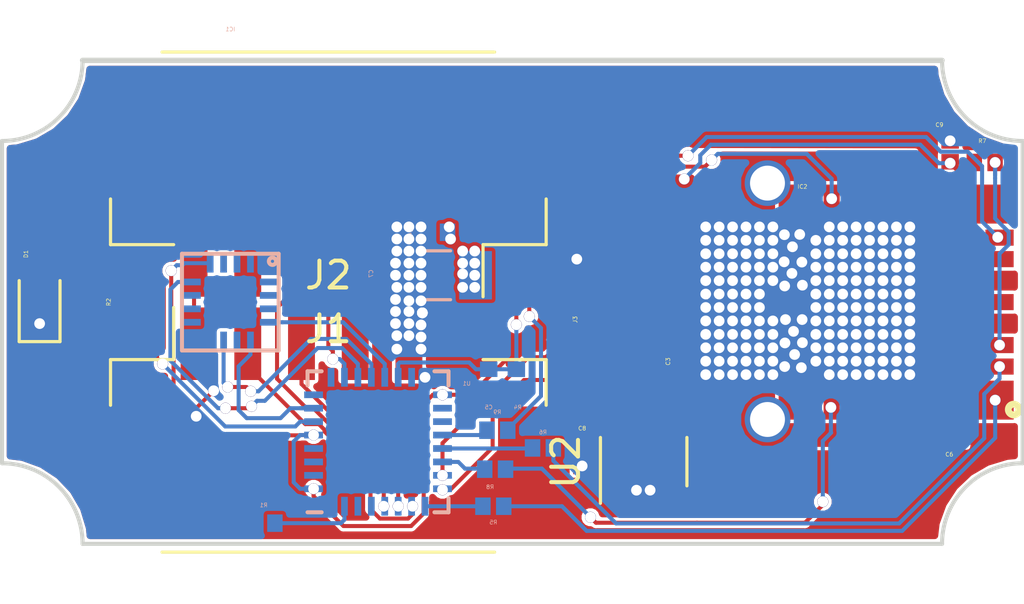
<source format=kicad_pcb>
(kicad_pcb (version 20171130) (host pcbnew 5.0.1-33cea8e~68~ubuntu16.04.1)

  (general
    (thickness 1.6)
    (drawings 8)
    (tracks 480)
    (zones 0)
    (modules 24)
    (nets 31)
  )

  (page A4)
  (layers
    (0 F.Cu signal)
    (31 B.Cu signal)
    (32 B.Adhes user)
    (33 F.Adhes user)
    (34 B.Paste user)
    (35 F.Paste user)
    (36 B.SilkS user)
    (37 F.SilkS user)
    (38 B.Mask user)
    (39 F.Mask user)
    (40 Dwgs.User user)
    (41 Cmts.User user)
    (42 Eco1.User user)
    (43 Eco2.User user)
    (44 Edge.Cuts user)
    (45 Margin user)
    (46 B.CrtYd user)
    (47 F.CrtYd user)
    (48 B.Fab user)
    (49 F.Fab user)
  )

  (setup
    (last_trace_width 0.15)
    (trace_clearance 0.127)
    (zone_clearance 0.1016)
    (zone_45_only no)
    (trace_min 0.127)
    (segment_width 0.2)
    (edge_width 0.15)
    (via_size 0.41)
    (via_drill 0.4)
    (via_min_size 0.2)
    (via_min_drill 0.3)
    (uvia_size 0.3)
    (uvia_drill 0.1)
    (uvias_allowed no)
    (uvia_min_size 0.2)
    (uvia_min_drill 0.1)
    (pcb_text_width 0.3)
    (pcb_text_size 1.5 1.5)
    (mod_edge_width 0.15)
    (mod_text_size 0.15 0.15)
    (mod_text_width 0.02)
    (pad_size 1.8 3.8)
    (pad_drill 0)
    (pad_to_mask_clearance 0.1016)
    (solder_mask_min_width 0.1016)
    (aux_axis_origin 0 0)
    (visible_elements FFFFFF7F)
    (pcbplotparams
      (layerselection 0x01cf0_ffffffff)
      (usegerberextensions false)
      (usegerberattributes false)
      (usegerberadvancedattributes false)
      (creategerberjobfile false)
      (excludeedgelayer true)
      (linewidth 0.100000)
      (plotframeref false)
      (viasonmask false)
      (mode 1)
      (useauxorigin false)
      (hpglpennumber 1)
      (hpglpenspeed 20)
      (hpglpendiameter 15.000000)
      (psnegative false)
      (psa4output false)
      (plotreference true)
      (plotvalue true)
      (plotinvisibletext false)
      (padsonsilk false)
      (subtractmaskfromsilk false)
      (outputformat 1)
      (mirror false)
      (drillshape 0)
      (scaleselection 1)
      (outputdirectory "GERBER/"))
  )

  (net 0 "")
  (net 1 GND)
  (net 2 +3V3)
  (net 3 +BATT)
  (net 4 FB)
  (net 5 "Net-(C6-Pad2)")
  (net 6 MOSI)
  (net 7 CS)
  (net 8 MISO)
  (net 9 "Net-(IC2-Pad1)")
  (net 10 "Net-(IC2-Pad2)")
  (net 11 "Net-(IC2-Pad3)")
  (net 12 OUT1)
  (net 13 "Net-(IC2-Pad16)")
  (net 14 "Net-(IC2-Pad26)")
  (net 15 OUT2)
  (net 16 "Net-(R1-Pad1)")
  (net 17 D1)
  (net 18 D2)
  (net 19 SCK)
  (net 20 SWDIO)
  (net 21 SWCLK)
  (net 22 ENC_CS)
  (net 23 "Net-(D1-Pad2)")
  (net 24 signaling)
  (net 25 IN2)
  (net 26 IN1)
  (net 27 CommsSCK)
  (net 28 CommsMOSI)
  (net 29 "Net-(J1-Pad3)")
  (net 30 CommsMISO)

  (net_class Default "This is the default net class."
    (clearance 0.127)
    (trace_width 0.15)
    (via_dia 0.41)
    (via_drill 0.4)
    (uvia_dia 0.3)
    (uvia_drill 0.1)
    (add_net +3V3)
    (add_net +BATT)
    (add_net CS)
    (add_net CommsMISO)
    (add_net CommsMOSI)
    (add_net CommsSCK)
    (add_net D1)
    (add_net D2)
    (add_net ENC_CS)
    (add_net FB)
    (add_net GND)
    (add_net IN1)
    (add_net IN2)
    (add_net MISO)
    (add_net MOSI)
    (add_net "Net-(C6-Pad2)")
    (add_net "Net-(D1-Pad2)")
    (add_net "Net-(IC2-Pad1)")
    (add_net "Net-(IC2-Pad16)")
    (add_net "Net-(IC2-Pad2)")
    (add_net "Net-(IC2-Pad26)")
    (add_net "Net-(IC2-Pad3)")
    (add_net "Net-(J1-Pad3)")
    (add_net "Net-(R1-Pad1)")
    (add_net OUT1)
    (add_net OUT2)
    (add_net SCK)
    (add_net SWCLK)
    (add_net SWDIO)
    (add_net signaling)
  )

  (module MC33926PNB:QFN80P800X800X220-33N (layer F.Cu) (tedit 5BB62594) (tstamp 5B7530C8)
    (at 33.29 9 180)
    (descr "32-PIN PQFN")
    (tags "Integrated Circuit")
    (path /5B3AAF96)
    (attr smd)
    (fp_text reference IC2 (at 3.49 4.3) (layer F.SilkS)
      (effects (font (size 0.15 0.15) (thickness 0.02)))
    )
    (fp_text value MC33926PNB (at 0 0 180) (layer F.SilkS) hide
      (effects (font (size 0.15 0.15) (thickness 0.02)))
    )
    (fp_line (start -4.6 -4.6) (end 4.6 -4.6) (layer Dwgs.User) (width 0.05))
    (fp_line (start 4.6 -4.6) (end 4.6 4.6) (layer Dwgs.User) (width 0.05))
    (fp_line (start 4.6 4.6) (end -4.6 4.6) (layer Dwgs.User) (width 0.05))
    (fp_line (start -4.6 4.6) (end -4.6 -4.6) (layer Dwgs.User) (width 0.05))
    (fp_line (start -4 -4) (end 4 -4) (layer Dwgs.User) (width 0.1))
    (fp_line (start 4 -4) (end 4 4) (layer Dwgs.User) (width 0.1))
    (fp_line (start 4 4) (end -4 4) (layer Dwgs.User) (width 0.1))
    (fp_line (start -4 4) (end -4 -4) (layer Dwgs.User) (width 0.1))
    (fp_line (start -4 -3.2) (end -3.2 -4) (layer Dwgs.User) (width 0.1))
    (fp_circle (center -4.375 -4) (end -4.175 -4) (layer F.SilkS) (width 0.254))
    (pad 2 smd rect (at -3.85 -2.4 270) (size 0.6 1.05) (layers F.Cu F.Paste F.Mask)
      (net 10 "Net-(IC2-Pad2)"))
    (pad 3 smd rect (at -3.85 -1.6 270) (size 0.6 1.05) (layers F.Cu F.Paste F.Mask)
      (net 11 "Net-(IC2-Pad3)"))
    (pad 4 smd rect (at -3.85 -0.8 270) (size 0.6 1.05) (layers F.Cu F.Paste F.Mask)
      (net 3 +BATT))
    (pad 5 smd rect (at -3.85 0 270) (size 0.6 1.05) (layers F.Cu F.Paste F.Mask))
    (pad 6 smd rect (at -3.85 0.8 270) (size 0.6 1.05) (layers F.Cu F.Paste F.Mask)
      (net 3 +BATT))
    (pad 7 smd rect (at -3.85 1.6 270) (size 0.6 1.05) (layers F.Cu F.Paste F.Mask))
    (pad 8 smd rect (at -3.85 2.4 270) (size 0.6 1.05) (layers F.Cu F.Paste F.Mask)
      (net 4 FB))
    (pad 9 smd rect (at -3.65 3.65 180) (size 1.45 1.45) (layers F.Cu F.Paste F.Mask))
    (pad 10 smd rect (at -2.4 3.85 180) (size 0.6 1.05) (layers F.Cu F.Paste F.Mask)
      (net 2 +3V3))
    (pad 11 smd rect (at -1.6 3.85 180) (size 0.6 1.05) (layers F.Cu F.Paste F.Mask)
      (net 3 +BATT))
    (pad 12 smd rect (at -0.8 3.85 180) (size 0.6 1.05) (layers F.Cu F.Paste F.Mask)
      (net 12 OUT1))
    (pad 13 smd rect (at 0 3.85 180) (size 0.6 1.05) (layers F.Cu F.Paste F.Mask)
      (net 12 OUT1))
    (pad 14 smd rect (at 0.8 3.85 180) (size 0.6 1.05) (layers F.Cu F.Paste F.Mask)
      (net 12 OUT1))
    (pad 15 smd rect (at 1.6 3.85 180) (size 0.6 1.05) (layers F.Cu F.Paste F.Mask)
      (net 12 OUT1))
    (pad 16 smd rect (at 2.4 3.85 180) (size 0.6 1.05) (layers F.Cu F.Paste F.Mask)
      (net 13 "Net-(IC2-Pad16)"))
    (pad 17 smd rect (at 3.65 3.65 270) (size 1.45 1.45) (layers F.Cu F.Paste F.Mask))
    (pad 18 smd rect (at 3.85 2.4 270) (size 0.6 1.05) (layers F.Cu F.Paste F.Mask)
      (net 1 GND))
    (pad 19 smd rect (at 3.85 1.6 270) (size 0.6 1.05) (layers F.Cu F.Paste F.Mask)
      (net 1 GND))
    (pad 20 smd rect (at 3.85 0.8 270) (size 0.6 1.05) (layers F.Cu F.Paste F.Mask)
      (net 1 GND))
    (pad 21 smd rect (at 3.85 0 270) (size 0.6 1.05) (layers F.Cu F.Paste F.Mask))
    (pad 22 smd rect (at 3.85 -0.8 270) (size 0.6 1.05) (layers F.Cu F.Paste F.Mask)
      (net 1 GND))
    (pad 23 smd rect (at 3.85 -1.6 270) (size 0.6 1.05) (layers F.Cu F.Paste F.Mask)
      (net 1 GND))
    (pad 24 smd rect (at 3.85 -2.4 270) (size 0.6 1.05) (layers F.Cu F.Paste F.Mask)
      (net 1 GND))
    (pad 25 smd rect (at 3.65 -3.65 180) (size 1.45 1.45) (layers F.Cu F.Paste F.Mask))
    (pad 26 smd rect (at 2.4 -3.85 180) (size 0.6 1.05) (layers F.Cu F.Paste F.Mask)
      (net 14 "Net-(IC2-Pad26)"))
    (pad 27 smd rect (at 1.6 -3.85 180) (size 0.6 1.05) (layers F.Cu F.Paste F.Mask)
      (net 15 OUT2))
    (pad 28 smd rect (at 0.8 -3.85 180) (size 0.6 1.05) (layers F.Cu F.Paste F.Mask)
      (net 15 OUT2))
    (pad 29 smd rect (at 0 -3.85 180) (size 0.6 1.05) (layers F.Cu F.Paste F.Mask)
      (net 15 OUT2))
    (pad 30 smd rect (at -0.8 -3.85 180) (size 0.6 1.05) (layers F.Cu F.Paste F.Mask)
      (net 15 OUT2))
    (pad 31 smd rect (at -1.6 -3.85 180) (size 0.6 1.05) (layers F.Cu F.Paste F.Mask)
      (net 3 +BATT))
    (pad 33 smd rect (at 0 0 180) (size 5 5) (layers F.Cu F.Paste F.Mask)
      (net 1 GND))
    (pad 1 smd rect (at -3.65 -3.65 270) (size 1.45 1.45) (layers F.Cu F.Paste F.Mask)
      (net 9 "Net-(IC2-Pad1)"))
    (pad 32 smd rect (at -2.4 -3.85 180) (size 0.6 1.05) (layers F.Cu F.Paste F.Mask)
      (net 5 "Net-(C6-Pad2)"))
    (model ${KIPRJMOD}/MC33926/MC33926PNB.wrl
      (at (xyz 0 0 0))
      (scale (xyz 400 400 400))
      (rotate (xyz 0 0 0))
    )
  )

  (module MA702:MA702 (layer B.Cu) (tedit 5B68EDA6) (tstamp 5B49210D)
    (at 8.5 9 180)
    (path /5B627340)
    (fp_text reference IC1 (at 0 10.16 180) (layer B.SilkS)
      (effects (font (size 0.15 0.15) (thickness 0.02)) (justify mirror))
    )
    (fp_text value MA702 (at 0 8.89 180) (layer B.Fab)
      (effects (font (size 0.15 0.15) (thickness 0.02)) (justify mirror))
    )
    (fp_line (start -1.8 1.8) (end 1.8 1.8) (layer B.SilkS) (width 0.15))
    (fp_line (start 1.8 1.8) (end 1.8 -1.8) (layer B.SilkS) (width 0.15))
    (fp_line (start 1.8 -1.8) (end -1.8 -1.8) (layer B.SilkS) (width 0.15))
    (fp_line (start -1.8 -1.8) (end -1.8 1.8) (layer B.SilkS) (width 0.15))
    (fp_circle (center -1.57 1.52) (end -1.51 1.52) (layer B.SilkS) (width 0.15))
    (pad 16 smd rect (at -0.75 1.45 180) (size 0.25 0.7) (layers B.Cu B.Paste B.Mask))
    (pad 15 smd rect (at -0.25 1.45 180) (size 0.25 0.7) (layers B.Cu B.Paste B.Mask))
    (pad 14 smd rect (at 0.25 1.45 180) (size 0.25 0.7) (layers B.Cu B.Paste B.Mask))
    (pad 13 smd rect (at 0.75 1.45 180) (size 0.25 0.7) (layers B.Cu B.Paste B.Mask)
      (net 2 +3V3))
    (pad 12 smd rect (at 1.45 0.75 180) (size 0.7 0.25) (layers B.Cu B.Paste B.Mask)
      (net 19 SCK))
    (pad 11 smd rect (at 1.45 0.25 180) (size 0.7 0.25) (layers B.Cu B.Paste B.Mask))
    (pad 10 smd rect (at 1.45 -0.25 180) (size 0.7 0.25) (layers B.Cu B.Paste B.Mask))
    (pad 9 smd rect (at 1.45 -0.75 180) (size 0.7 0.25) (layers B.Cu B.Paste B.Mask))
    (pad 8 smd rect (at 0.75 -1.45 180) (size 0.25 0.7) (layers B.Cu B.Paste B.Mask)
      (net 1 GND))
    (pad 7 smd rect (at 0.25 -1.45 180) (size 0.25 0.7) (layers B.Cu B.Paste B.Mask)
      (net 8 MISO))
    (pad 6 smd rect (at -0.25 -1.45 180) (size 0.25 0.7) (layers B.Cu B.Paste B.Mask))
    (pad 5 smd rect (at -0.75 -1.45 180) (size 0.25 0.7) (layers B.Cu B.Paste B.Mask)
      (net 22 ENC_CS))
    (pad 4 smd rect (at -1.45 -0.75 180) (size 0.7 0.25) (layers B.Cu B.Paste B.Mask)
      (net 6 MOSI))
    (pad 3 smd rect (at -1.45 -0.25 180) (size 0.7 0.25) (layers B.Cu B.Paste B.Mask))
    (pad 2 smd rect (at -1.45 0.25 180) (size 0.7 0.25) (layers B.Cu B.Paste B.Mask))
    (pad 1 smd rect (at -1.45 0.75 180) (size 0.7 0.25) (layers B.Cu B.Paste B.Mask))
    (pad 17 smd rect (at 0 0 180) (size 1.7 1.7) (layers B.Cu B.Paste B.Mask)
      (net 1 GND))
    (model "/home/kbisland/Documents/motor controller Mini/A3918SESTR-T/3D/A3918SESTR-T.stp"
      (at (xyz 0 0 0))
      (scale (xyz 1 1 1))
      (rotate (xyz 0 0 0))
    )
  )

  (module Package_DFN_QFN:QFN-32-1EP_5x5mm_P0.5mm_EP3.45x3.45mm (layer B.Cu) (tedit 5A651CE1) (tstamp 5B540A64)
    (at 14 14.2)
    (descr "UH Package; 32-Lead Plastic QFN (5mm x 5mm); (see Linear Technology QFN_32_05-08-1693.pdf)")
    (tags "QFN 0.5")
    (path /5B483081)
    (attr smd)
    (fp_text reference U1 (at 3.3 -2.17) (layer B.SilkS)
      (effects (font (size 0.15 0.15) (thickness 0.02)) (justify mirror))
    )
    (fp_text value STM32L432KCUx (at 0 -3.75) (layer B.Fab)
      (effects (font (size 0.15 0.15) (thickness 0.02)) (justify mirror))
    )
    (fp_text user %R (at 0 0) (layer B.Fab)
      (effects (font (size 0.15 0.15) (thickness 0.02)) (justify mirror))
    )
    (fp_line (start -1.5 2.5) (end 2.5 2.5) (layer B.Fab) (width 0.15))
    (fp_line (start 2.5 2.5) (end 2.5 -2.5) (layer B.Fab) (width 0.15))
    (fp_line (start 2.5 -2.5) (end -2.5 -2.5) (layer B.Fab) (width 0.15))
    (fp_line (start -2.5 -2.5) (end -2.5 1.5) (layer B.Fab) (width 0.15))
    (fp_line (start -2.5 1.5) (end -1.5 2.5) (layer B.Fab) (width 0.15))
    (fp_line (start -3 3) (end -3 -3) (layer B.CrtYd) (width 0.05))
    (fp_line (start 3 3) (end 3 -3) (layer B.CrtYd) (width 0.05))
    (fp_line (start -3 3) (end 3 3) (layer B.CrtYd) (width 0.05))
    (fp_line (start -3 -3) (end 3 -3) (layer B.CrtYd) (width 0.05))
    (fp_line (start 2.625 2.625) (end 2.625 2.1) (layer B.SilkS) (width 0.15))
    (fp_line (start -2.625 -2.625) (end -2.625 -2.1) (layer B.SilkS) (width 0.15))
    (fp_line (start 2.625 -2.625) (end 2.625 -2.1) (layer B.SilkS) (width 0.15))
    (fp_line (start -2.625 2.625) (end -2.1 2.625) (layer B.SilkS) (width 0.15))
    (fp_line (start -2.625 -2.625) (end -2.1 -2.625) (layer B.SilkS) (width 0.15))
    (fp_line (start 2.625 -2.625) (end 2.1 -2.625) (layer B.SilkS) (width 0.15))
    (fp_line (start 2.625 2.625) (end 2.1 2.625) (layer B.SilkS) (width 0.15))
    (pad 1 smd rect (at -2.4 1.75) (size 0.7 0.25) (layers B.Cu B.Paste B.Mask)
      (net 2 +3V3))
    (pad 2 smd rect (at -2.4 1.25) (size 0.7 0.25) (layers B.Cu B.Paste B.Mask))
    (pad 3 smd rect (at -2.4 0.75) (size 0.7 0.25) (layers B.Cu B.Paste B.Mask))
    (pad 4 smd rect (at -2.4 0.25) (size 0.7 0.25) (layers B.Cu B.Paste B.Mask))
    (pad 5 smd rect (at -2.4 -0.25) (size 0.7 0.25) (layers B.Cu B.Paste B.Mask)
      (net 2 +3V3))
    (pad 6 smd rect (at -2.4 -0.75) (size 0.7 0.25) (layers B.Cu B.Paste B.Mask)
      (net 24 signaling))
    (pad 7 smd rect (at -2.4 -1.25) (size 0.7 0.25) (layers B.Cu B.Paste B.Mask)
      (net 22 ENC_CS))
    (pad 8 smd rect (at -2.4 -1.75) (size 0.7 0.25) (layers B.Cu B.Paste B.Mask))
    (pad 9 smd rect (at -1.75 -2.4 270) (size 0.7 0.25) (layers B.Cu B.Paste B.Mask))
    (pad 10 smd rect (at -1.25 -2.4 270) (size 0.7 0.25) (layers B.Cu B.Paste B.Mask)
      (net 7 CS))
    (pad 11 smd rect (at -0.75 -2.4 270) (size 0.7 0.25) (layers B.Cu B.Paste B.Mask)
      (net 19 SCK))
    (pad 12 smd rect (at -0.25 -2.4 270) (size 0.7 0.25) (layers B.Cu B.Paste B.Mask)
      (net 8 MISO))
    (pad 13 smd rect (at 0.25 -2.4 270) (size 0.7 0.25) (layers B.Cu B.Paste B.Mask)
      (net 6 MOSI))
    (pad 14 smd rect (at 0.75 -2.4 270) (size 0.7 0.25) (layers B.Cu B.Paste B.Mask)
      (net 4 FB))
    (pad 15 smd rect (at 1.25 -2.4 270) (size 0.7 0.25) (layers B.Cu B.Paste B.Mask))
    (pad 16 smd rect (at 1.75 -2.4 270) (size 0.7 0.25) (layers B.Cu B.Paste B.Mask)
      (net 1 GND))
    (pad 17 smd rect (at 2.4 -1.75) (size 0.7 0.25) (layers B.Cu B.Paste B.Mask)
      (net 2 +3V3))
    (pad 18 smd rect (at 2.4 -1.25) (size 0.7 0.25) (layers B.Cu B.Paste B.Mask))
    (pad 19 smd rect (at 2.4 -0.75) (size 0.7 0.25) (layers B.Cu B.Paste B.Mask))
    (pad 20 smd rect (at 2.4 -0.25) (size 0.7 0.25) (layers B.Cu B.Paste B.Mask)
      (net 18 D2))
    (pad 21 smd rect (at 2.4 0.25) (size 0.7 0.25) (layers B.Cu B.Paste B.Mask)
      (net 26 IN1))
    (pad 22 smd rect (at 2.4 0.75) (size 0.7 0.25) (layers B.Cu B.Paste B.Mask)
      (net 17 D1))
    (pad 23 smd rect (at 2.4 1.25) (size 0.7 0.25) (layers B.Cu B.Paste B.Mask)
      (net 20 SWDIO))
    (pad 24 smd rect (at 2.4 1.75) (size 0.7 0.25) (layers B.Cu B.Paste B.Mask)
      (net 21 SWCLK))
    (pad 25 smd rect (at 1.75 2.4 270) (size 0.7 0.25) (layers B.Cu B.Paste B.Mask)
      (net 25 IN2))
    (pad 26 smd rect (at 1.25 2.4 270) (size 0.7 0.25) (layers B.Cu B.Paste B.Mask)
      (net 27 CommsSCK))
    (pad 27 smd rect (at 0.75 2.4 270) (size 0.7 0.25) (layers B.Cu B.Paste B.Mask)
      (net 30 CommsMISO))
    (pad 28 smd rect (at 0.25 2.4 270) (size 0.7 0.25) (layers B.Cu B.Paste B.Mask)
      (net 28 CommsMOSI))
    (pad 29 smd rect (at -0.25 2.4 270) (size 0.7 0.25) (layers B.Cu B.Paste B.Mask))
    (pad 30 smd rect (at -0.75 2.4 270) (size 0.7 0.25) (layers B.Cu B.Paste B.Mask))
    (pad 31 smd rect (at -1.25 2.4 270) (size 0.7 0.25) (layers B.Cu B.Paste B.Mask)
      (net 16 "Net-(R1-Pad1)"))
    (pad 32 smd rect (at -1.75 2.4 270) (size 0.7 0.25) (layers B.Cu B.Paste B.Mask)
      (net 1 GND))
    (pad "" smd rect (at 1.15 -1.15) (size 0.92 0.92) (layers B.Paste))
    (pad 33 smd rect (at 0 0) (size 3.45 3.45) (layers B.Cu B.Mask)
      (net 1 GND))
    (pad "" smd rect (at 0 -1.15) (size 0.92 0.92) (layers B.Paste))
    (pad "" smd rect (at -1.15 -1.15) (size 0.92 0.92) (layers B.Paste))
    (pad "" smd rect (at -1.15 0) (size 0.92 0.92) (layers B.Paste))
    (pad "" smd rect (at 0 0) (size 0.92 0.92) (layers B.Paste))
    (pad "" smd rect (at 1.15 0) (size 0.92 0.92) (layers B.Paste))
    (pad "" smd rect (at -1.15 1.15) (size 0.92 0.92) (layers B.Paste))
    (pad "" smd rect (at 0 1.15) (size 0.92 0.92) (layers B.Paste))
    (pad "" smd rect (at 1.15 1.15) (size 0.92 0.92) (layers B.Paste))
    (model ${KISYS3DMOD}/Package_DFN_QFN.3dshapes/QFN-32-1EP_5x5mm_P0.5mm_EP3.45x3.45mm.wrl
      (at (xyz 0 0 0))
      (scale (xyz 1 1 1))
      (rotate (xyz 0 0 0))
    )
  )

  (module pads1x4:1x4Pads (layer F.Cu) (tedit 5B6266E3) (tstamp 5B6E47E6)
    (at 21.4 9.65 270)
    (path /5B48ADC7)
    (fp_text reference J3 (at 0 0.06 270) (layer F.SilkS)
      (effects (font (size 0.15 0.15) (thickness 0.02)))
    )
    (fp_text value Conn_01x04_Male (at -0.14 0.76 270) (layer F.Fab)
      (effects (font (size 0.15 0.15) (thickness 0.02)))
    )
    (pad 1 smd oval (at -2.25 0 270) (size 1 2) (layers F.Cu F.Paste F.Mask)
      (net 1 GND))
    (pad 2 smd oval (at -0.75 0 270) (size 1 2) (layers F.Cu F.Paste F.Mask)
      (net 2 +3V3))
    (pad 3 smd oval (at 0.75 0 270) (size 1 2) (layers F.Cu F.Paste F.Mask)
      (net 20 SWDIO))
    (pad 4 smd oval (at 2.25 0 270) (size 1 2) (layers F.Cu F.Paste F.Mask)
      (net 21 SWCLK))
  )

  (module hv5932mgMotor:hv5932mgMotor (layer F.Cu) (tedit 5B625FB8) (tstamp 5B755A38)
    (at 28.5 8.97 90)
    (path /5B488724)
    (fp_text reference M1 (at 0.2 -2.3 90) (layer B.SilkS)
      (effects (font (size 0.15 0.15) (thickness 0.02)) (justify mirror))
    )
    (fp_text value Motor_DC (at 0.11 -1.83 90) (layer B.Fab)
      (effects (font (size 0.15 0.15) (thickness 0.02)) (justify mirror))
    )
    (pad 1 thru_hole circle (at -4.4 0 90) (size 1.7 1.7) (drill 1.3) (layers *.Cu *.Mask)
      (net 15 OUT2))
    (pad 2 thru_hole circle (at 4.4 0 90) (size 1.7 1.7) (drill 1.3) (layers *.Cu *.Mask)
      (net 12 OUT1))
  )

  (module Capacitor_SMD:C_0402_1005Metric (layer F.Cu) (tedit 5AC5DB74) (tstamp 5B84847B)
    (at 25.7675 11.25)
    (descr "Capacitor SMD 0402 (1005 Metric), square (rectangular) end terminal, IPC_7351 nominal, (Body size source: http://www.tortai-tech.com/upload/download/2011102023233369053.pdf), generated with kicad-footprint-generator")
    (tags capacitor)
    (path /5B47CE3D)
    (attr smd)
    (fp_text reference C3 (at -0.97 -0.038 -270) (layer F.SilkS)
      (effects (font (size 0.15 0.15) (thickness 0.02)))
    )
    (fp_text value 1UF (at 0 1.18) (layer F.Fab)
      (effects (font (size 0.15 0.15) (thickness 0.02)))
    )
    (fp_line (start -0.5 0.25) (end -0.5 -0.25) (layer F.Fab) (width 0.1))
    (fp_line (start -0.5 -0.25) (end 0.5 -0.25) (layer F.Fab) (width 0.1))
    (fp_line (start 0.5 -0.25) (end 0.5 0.25) (layer F.Fab) (width 0.1))
    (fp_line (start 0.5 0.25) (end -0.5 0.25) (layer F.Fab) (width 0.1))
    (fp_line (start -0.82 0.48) (end -0.82 -0.48) (layer F.CrtYd) (width 0.05))
    (fp_line (start -0.82 -0.48) (end 0.82 -0.48) (layer F.CrtYd) (width 0.05))
    (fp_line (start 0.82 -0.48) (end 0.82 0.48) (layer F.CrtYd) (width 0.05))
    (fp_line (start 0.82 0.48) (end -0.82 0.48) (layer F.CrtYd) (width 0.05))
    (fp_text user %R (at 0 0) (layer F.Fab)
      (effects (font (size 0.15 0.15) (thickness 0.02)))
    )
    (pad 1 smd rect (at -0.3875 0) (size 0.575 0.65) (layers F.Cu F.Paste F.Mask)
      (net 2 +3V3))
    (pad 2 smd rect (at 0.3875 0) (size 0.575 0.65) (layers F.Cu F.Paste F.Mask)
      (net 1 GND))
    (model ${KISYS3DMOD}/Capacitor_SMD.3dshapes/C_0402_1005Metric.wrl
      (at (xyz 0 0 0))
      (scale (xyz 1 1 1))
      (rotate (xyz 0 0 0))
    )
  )

  (module Capacitor_SMD:C_0402_1005Metric (layer B.Cu) (tedit 5AC5DB74) (tstamp 5B542763)
    (at 18.12 11.8875 270)
    (descr "Capacitor SMD 0402 (1005 Metric), square (rectangular) end terminal, IPC_7351 nominal, (Body size source: http://www.tortai-tech.com/upload/download/2011102023233369053.pdf), generated with kicad-footprint-generator")
    (tags capacitor)
    (path /5B3AFEC4)
    (attr smd)
    (fp_text reference C5 (at 1.025 0) (layer B.SilkS)
      (effects (font (size 0.15 0.15) (thickness 0.02)) (justify mirror))
    )
    (fp_text value 1uf (at 0 -1.18 270) (layer B.Fab)
      (effects (font (size 0.15 0.15) (thickness 0.02)) (justify mirror))
    )
    (fp_text user %R (at 0 0 270) (layer B.Fab)
      (effects (font (size 0.15 0.15) (thickness 0.02)) (justify mirror))
    )
    (fp_line (start 0.82 -0.48) (end -0.82 -0.48) (layer B.CrtYd) (width 0.05))
    (fp_line (start 0.82 0.48) (end 0.82 -0.48) (layer B.CrtYd) (width 0.05))
    (fp_line (start -0.82 0.48) (end 0.82 0.48) (layer B.CrtYd) (width 0.05))
    (fp_line (start -0.82 -0.48) (end -0.82 0.48) (layer B.CrtYd) (width 0.05))
    (fp_line (start 0.5 -0.25) (end -0.5 -0.25) (layer B.Fab) (width 0.1))
    (fp_line (start 0.5 0.25) (end 0.5 -0.25) (layer B.Fab) (width 0.1))
    (fp_line (start -0.5 0.25) (end 0.5 0.25) (layer B.Fab) (width 0.1))
    (fp_line (start -0.5 -0.25) (end -0.5 0.25) (layer B.Fab) (width 0.1))
    (pad 2 smd rect (at 0.3875 0 270) (size 0.575 0.65) (layers B.Cu B.Paste B.Mask)
      (net 1 GND))
    (pad 1 smd rect (at -0.3875 0 270) (size 0.575 0.65) (layers B.Cu B.Paste B.Mask)
      (net 4 FB))
    (model ${KISYS3DMOD}/Capacitor_SMD.3dshapes/C_0402_1005Metric.wrl
      (at (xyz 0 0 0))
      (scale (xyz 1 1 1))
      (rotate (xyz 0 0 0))
    )
  )

  (module Capacitor_SMD:C_0402_1005Metric (layer F.Cu) (tedit 5AC5DB74) (tstamp 5B538C10)
    (at 35.25 14.04)
    (descr "Capacitor SMD 0402 (1005 Metric), square (rectangular) end terminal, IPC_7351 nominal, (Body size source: http://www.tortai-tech.com/upload/download/2011102023233369053.pdf), generated with kicad-footprint-generator")
    (tags capacitor)
    (path /5B3B30FB)
    (attr smd)
    (fp_text reference C6 (at 0.0195 0.63) (layer F.SilkS)
      (effects (font (size 0.15 0.15) (thickness 0.02)))
    )
    (fp_text value 33nf (at 0 1.18) (layer F.Fab)
      (effects (font (size 0.15 0.15) (thickness 0.02)))
    )
    (fp_line (start -0.5 0.25) (end -0.5 -0.25) (layer F.Fab) (width 0.1))
    (fp_line (start -0.5 -0.25) (end 0.5 -0.25) (layer F.Fab) (width 0.1))
    (fp_line (start 0.5 -0.25) (end 0.5 0.25) (layer F.Fab) (width 0.1))
    (fp_line (start 0.5 0.25) (end -0.5 0.25) (layer F.Fab) (width 0.1))
    (fp_line (start -0.82 0.48) (end -0.82 -0.48) (layer F.CrtYd) (width 0.05))
    (fp_line (start -0.82 -0.48) (end 0.82 -0.48) (layer F.CrtYd) (width 0.05))
    (fp_line (start 0.82 -0.48) (end 0.82 0.48) (layer F.CrtYd) (width 0.05))
    (fp_line (start 0.82 0.48) (end -0.82 0.48) (layer F.CrtYd) (width 0.05))
    (fp_text user %R (at 0 0) (layer F.Fab)
      (effects (font (size 0.15 0.15) (thickness 0.02)))
    )
    (pad 1 smd rect (at -0.3875 0) (size 0.575 0.65) (layers F.Cu F.Paste F.Mask)
      (net 3 +BATT))
    (pad 2 smd rect (at 0.3875 0) (size 0.575 0.65) (layers F.Cu F.Paste F.Mask)
      (net 5 "Net-(C6-Pad2)"))
    (model ${KISYS3DMOD}/Capacitor_SMD.3dshapes/C_0402_1005Metric.wrl
      (at (xyz 0 0 0))
      (scale (xyz 1 1 1))
      (rotate (xyz 0 0 0))
    )
  )

  (module Capacitor_SMD:C_1206_3216Metric (layer B.Cu) (tedit 5AC5DB74) (tstamp 5B753486)
    (at 16.2 8 180)
    (descr "Capacitor SMD 1206 (3216 Metric), square (rectangular) end terminal, IPC_7351 nominal, (Body size source: http://www.tortai-tech.com/upload/download/2011102023233369053.pdf), generated with kicad-footprint-generator")
    (tags capacitor)
    (path /5B47F0E0)
    (attr smd)
    (fp_text reference C7 (at 2.46 0.06 270) (layer B.SilkS)
      (effects (font (size 0.15 0.15) (thickness 0.02)) (justify mirror))
    )
    (fp_text value 47UF (at 0 -1.85 180) (layer B.Fab)
      (effects (font (size 0.15 0.15) (thickness 0.02)) (justify mirror))
    )
    (fp_text user %R (at 0 0 180) (layer B.Fab)
      (effects (font (size 0.15 0.15) (thickness 0.02)) (justify mirror))
    )
    (fp_line (start 2.29 -1.15) (end -2.29 -1.15) (layer B.CrtYd) (width 0.05))
    (fp_line (start 2.29 1.15) (end 2.29 -1.15) (layer B.CrtYd) (width 0.05))
    (fp_line (start -2.29 1.15) (end 2.29 1.15) (layer B.CrtYd) (width 0.05))
    (fp_line (start -2.29 -1.15) (end -2.29 1.15) (layer B.CrtYd) (width 0.05))
    (fp_line (start -0.5 -0.91) (end 0.5 -0.91) (layer B.SilkS) (width 0.12))
    (fp_line (start -0.5 0.91) (end 0.5 0.91) (layer B.SilkS) (width 0.12))
    (fp_line (start 1.6 -0.8) (end -1.6 -0.8) (layer B.Fab) (width 0.1))
    (fp_line (start 1.6 0.8) (end 1.6 -0.8) (layer B.Fab) (width 0.1))
    (fp_line (start -1.6 0.8) (end 1.6 0.8) (layer B.Fab) (width 0.1))
    (fp_line (start -1.6 -0.8) (end -1.6 0.8) (layer B.Fab) (width 0.1))
    (pad 2 smd rect (at 1.43 0 180) (size 1.22 1.8) (layers B.Cu B.Paste B.Mask)
      (net 1 GND))
    (pad 1 smd rect (at -1.43 0 180) (size 1.22 1.8) (layers B.Cu B.Paste B.Mask)
      (net 3 +BATT))
    (model ${KISYS3DMOD}/Capacitor_SMD.3dshapes/C_1206_3216Metric.wrl
      (at (xyz 0 0 0))
      (scale (xyz 1 1 1))
      (rotate (xyz 0 0 0))
    )
  )

  (module Resistor_SMD:R_0402_1005Metric (layer B.Cu) (tedit 5AC5DB74) (tstamp 5B848B5C)
    (at 9.7725 17.23 180)
    (descr "Resistor SMD 0402 (1005 Metric), square (rectangular) end terminal, IPC_7351 nominal, (Body size source: http://www.tortai-tech.com/upload/download/2011102023233369053.pdf), generated with kicad-footprint-generator")
    (tags resistor)
    (path /5B3A752B)
    (attr smd)
    (fp_text reference R1 (at 0.0325 0.67 180) (layer B.SilkS)
      (effects (font (size 0.15 0.15) (thickness 0.02)) (justify mirror))
    )
    (fp_text value 100k (at 0 -0.63 180) (layer B.Fab)
      (effects (font (size 0.15 0.15) (thickness 0.02)) (justify mirror))
    )
    (fp_text user %R (at 0 0 180) (layer B.Fab)
      (effects (font (size 0.15 0.15) (thickness 0.02)) (justify mirror))
    )
    (fp_line (start 0.82 -0.48) (end -0.82 -0.48) (layer B.CrtYd) (width 0.05))
    (fp_line (start 0.82 0.48) (end 0.82 -0.48) (layer B.CrtYd) (width 0.05))
    (fp_line (start -0.82 0.48) (end 0.82 0.48) (layer B.CrtYd) (width 0.05))
    (fp_line (start -0.82 -0.48) (end -0.82 0.48) (layer B.CrtYd) (width 0.05))
    (fp_line (start 0.5 -0.25) (end -0.5 -0.25) (layer B.Fab) (width 0.1))
    (fp_line (start 0.5 0.25) (end 0.5 -0.25) (layer B.Fab) (width 0.1))
    (fp_line (start -0.5 0.25) (end 0.5 0.25) (layer B.Fab) (width 0.1))
    (fp_line (start -0.5 -0.25) (end -0.5 0.25) (layer B.Fab) (width 0.1))
    (pad 2 smd rect (at 0.3875 0 180) (size 0.575 0.65) (layers B.Cu B.Paste B.Mask)
      (net 1 GND))
    (pad 1 smd rect (at -0.3875 0 180) (size 0.575 0.65) (layers B.Cu B.Paste B.Mask)
      (net 16 "Net-(R1-Pad1)"))
    (model ${KISYS3DMOD}/Resistor_SMD.3dshapes/R_0402_1005Metric.wrl
      (at (xyz 0 0 0))
      (scale (xyz 1 1 1))
      (rotate (xyz 0 0 0))
    )
  )

  (module Resistor_SMD:R_0402_1005Metric (layer B.Cu) (tedit 5AC5DB74) (tstamp 5BB6250C)
    (at 19.15 11.89 270)
    (descr "Resistor SMD 0402 (1005 Metric), square (rectangular) end terminal, IPC_7351 nominal, (Body size source: http://www.tortai-tech.com/upload/download/2011102023233369053.pdf), generated with kicad-footprint-generator")
    (tags resistor)
    (path /5B3AFE56)
    (attr smd)
    (fp_text reference R4 (at 1.025 -0.05) (layer B.SilkS)
      (effects (font (size 0.15 0.15) (thickness 0.02)) (justify mirror))
    )
    (fp_text value 220 (at 0 -1.18 270) (layer B.Fab)
      (effects (font (size 0.15 0.15) (thickness 0.02)) (justify mirror))
    )
    (fp_line (start -0.5 -0.25) (end -0.5 0.25) (layer B.Fab) (width 0.1))
    (fp_line (start -0.5 0.25) (end 0.5 0.25) (layer B.Fab) (width 0.1))
    (fp_line (start 0.5 0.25) (end 0.5 -0.25) (layer B.Fab) (width 0.1))
    (fp_line (start 0.5 -0.25) (end -0.5 -0.25) (layer B.Fab) (width 0.1))
    (fp_line (start -0.82 -0.48) (end -0.82 0.48) (layer B.CrtYd) (width 0.05))
    (fp_line (start -0.82 0.48) (end 0.82 0.48) (layer B.CrtYd) (width 0.05))
    (fp_line (start 0.82 0.48) (end 0.82 -0.48) (layer B.CrtYd) (width 0.05))
    (fp_line (start 0.82 -0.48) (end -0.82 -0.48) (layer B.CrtYd) (width 0.05))
    (fp_text user %R (at 0 0 270) (layer B.Fab)
      (effects (font (size 0.15 0.15) (thickness 0.02)) (justify mirror))
    )
    (pad 1 smd rect (at -0.3875 0 270) (size 0.575 0.65) (layers B.Cu B.Paste B.Mask)
      (net 4 FB))
    (pad 2 smd rect (at 0.3875 0 270) (size 0.575 0.65) (layers B.Cu B.Paste B.Mask)
      (net 1 GND))
    (model ${KISYS3DMOD}/Resistor_SMD.3dshapes/R_0402_1005Metric.wrl
      (at (xyz 0 0 0))
      (scale (xyz 1 1 1))
      (rotate (xyz 0 0 0))
    )
  )

  (module Resistor_SMD:R_0402_1005Metric (layer B.Cu) (tedit 5AC5DB74) (tstamp 5B538CEE)
    (at 18.2925 16.6 180)
    (descr "Resistor SMD 0402 (1005 Metric), square (rectangular) end terminal, IPC_7351 nominal, (Body size source: http://www.tortai-tech.com/upload/download/2011102023233369053.pdf), generated with kicad-footprint-generator")
    (tags resistor)
    (path /5B3B3778)
    (attr smd)
    (fp_text reference R5 (at 0 -0.598 180) (layer B.SilkS)
      (effects (font (size 0.15 0.15) (thickness 0.02)) (justify mirror))
    )
    (fp_text value 1k (at 0.69 -0.298 180) (layer B.Fab)
      (effects (font (size 0.15 0.15) (thickness 0.02)) (justify mirror))
    )
    (fp_line (start -0.5 -0.25) (end -0.5 0.25) (layer B.Fab) (width 0.1))
    (fp_line (start -0.5 0.25) (end 0.5 0.25) (layer B.Fab) (width 0.1))
    (fp_line (start 0.5 0.25) (end 0.5 -0.25) (layer B.Fab) (width 0.1))
    (fp_line (start 0.5 -0.25) (end -0.5 -0.25) (layer B.Fab) (width 0.1))
    (fp_line (start -0.82 -0.48) (end -0.82 0.48) (layer B.CrtYd) (width 0.05))
    (fp_line (start -0.82 0.48) (end 0.82 0.48) (layer B.CrtYd) (width 0.05))
    (fp_line (start 0.82 0.48) (end 0.82 -0.48) (layer B.CrtYd) (width 0.05))
    (fp_line (start 0.82 -0.48) (end -0.82 -0.48) (layer B.CrtYd) (width 0.05))
    (fp_text user %R (at 0 0 180) (layer B.Fab)
      (effects (font (size 0.15 0.15) (thickness 0.02)) (justify mirror))
    )
    (pad 1 smd rect (at -0.3875 0 180) (size 0.575 0.65) (layers B.Cu B.Paste B.Mask)
      (net 9 "Net-(IC2-Pad1)"))
    (pad 2 smd rect (at 0.3875 0 180) (size 0.575 0.65) (layers B.Cu B.Paste B.Mask)
      (net 25 IN2))
    (model ${KISYS3DMOD}/Resistor_SMD.3dshapes/R_0402_1005Metric.wrl
      (at (xyz 0 0 0))
      (scale (xyz 1 1 1))
      (rotate (xyz 0 0 0))
    )
  )

  (module Resistor_SMD:R_0402_1005Metric (layer B.Cu) (tedit 5AC5DB74) (tstamp 5BE6A5F0)
    (at 20.14 14.43 180)
    (descr "Resistor SMD 0402 (1005 Metric), square (rectangular) end terminal, IPC_7351 nominal, (Body size source: http://www.tortai-tech.com/upload/download/2011102023233369053.pdf), generated with kicad-footprint-generator")
    (tags resistor)
    (path /5B3B3715)
    (attr smd)
    (fp_text reference R6 (at 0 0.586 180) (layer B.SilkS)
      (effects (font (size 0.15 0.15) (thickness 0.02)) (justify mirror))
    )
    (fp_text value 1k (at 0 -1.18 180) (layer B.Fab)
      (effects (font (size 0.15 0.15) (thickness 0.02)) (justify mirror))
    )
    (fp_text user %R (at 0 0 180) (layer B.Fab)
      (effects (font (size 0.15 0.15) (thickness 0.02)) (justify mirror))
    )
    (fp_line (start 0.82 -0.48) (end -0.82 -0.48) (layer B.CrtYd) (width 0.05))
    (fp_line (start 0.82 0.48) (end 0.82 -0.48) (layer B.CrtYd) (width 0.05))
    (fp_line (start -0.82 0.48) (end 0.82 0.48) (layer B.CrtYd) (width 0.05))
    (fp_line (start -0.82 -0.48) (end -0.82 0.48) (layer B.CrtYd) (width 0.05))
    (fp_line (start 0.5 -0.25) (end -0.5 -0.25) (layer B.Fab) (width 0.1))
    (fp_line (start 0.5 0.25) (end 0.5 -0.25) (layer B.Fab) (width 0.1))
    (fp_line (start -0.5 0.25) (end 0.5 0.25) (layer B.Fab) (width 0.1))
    (fp_line (start -0.5 -0.25) (end -0.5 0.25) (layer B.Fab) (width 0.1))
    (pad 2 smd rect (at 0.3875 0 180) (size 0.575 0.65) (layers B.Cu B.Paste B.Mask)
      (net 26 IN1))
    (pad 1 smd rect (at -0.3875 0 180) (size 0.575 0.65) (layers B.Cu B.Paste B.Mask)
      (net 10 "Net-(IC2-Pad2)"))
    (model ${KISYS3DMOD}/Resistor_SMD.3dshapes/R_0402_1005Metric.wrl
      (at (xyz 0 0 0))
      (scale (xyz 1 1 1))
      (rotate (xyz 0 0 0))
    )
  )

  (module Resistor_SMD:R_0402_1005Metric (layer F.Cu) (tedit 5AC5DB74) (tstamp 5B538D0C)
    (at 36.5875 3.8 180)
    (descr "Resistor SMD 0402 (1005 Metric), square (rectangular) end terminal, IPC_7351 nominal, (Body size source: http://www.tortai-tech.com/upload/download/2011102023233369053.pdf), generated with kicad-footprint-generator")
    (tags resistor)
    (path /5B3B3A59)
    (attr smd)
    (fp_text reference R7 (at 0.0875 0.8 180) (layer F.SilkS)
      (effects (font (size 0.15 0.15) (thickness 0.02)))
    )
    (fp_text value 1k (at 0 1.18 180) (layer F.Fab)
      (effects (font (size 0.15 0.15) (thickness 0.02)))
    )
    (fp_line (start -0.5 0.25) (end -0.5 -0.25) (layer F.Fab) (width 0.1))
    (fp_line (start -0.5 -0.25) (end 0.5 -0.25) (layer F.Fab) (width 0.1))
    (fp_line (start 0.5 -0.25) (end 0.5 0.25) (layer F.Fab) (width 0.1))
    (fp_line (start 0.5 0.25) (end -0.5 0.25) (layer F.Fab) (width 0.1))
    (fp_line (start -0.82 0.48) (end -0.82 -0.48) (layer F.CrtYd) (width 0.05))
    (fp_line (start -0.82 -0.48) (end 0.82 -0.48) (layer F.CrtYd) (width 0.05))
    (fp_line (start 0.82 -0.48) (end 0.82 0.48) (layer F.CrtYd) (width 0.05))
    (fp_line (start 0.82 0.48) (end -0.82 0.48) (layer F.CrtYd) (width 0.05))
    (fp_text user %R (at 0 0 180) (layer F.Fab)
      (effects (font (size 0.15 0.15) (thickness 0.02)))
    )
    (pad 1 smd rect (at -0.3875 0 180) (size 0.575 0.65) (layers F.Cu F.Paste F.Mask)
      (net 11 "Net-(IC2-Pad3)"))
    (pad 2 smd rect (at 0.3875 0 180) (size 0.575 0.65) (layers F.Cu F.Paste F.Mask)
      (net 2 +3V3))
    (model ${KISYS3DMOD}/Resistor_SMD.3dshapes/R_0402_1005Metric.wrl
      (at (xyz 0 0 0))
      (scale (xyz 1 1 1))
      (rotate (xyz 0 0 0))
    )
  )

  (module Resistor_SMD:R_0402_1005Metric (layer B.Cu) (tedit 5AC5DB74) (tstamp 5B753E88)
    (at 18.36 15.22)
    (descr "Resistor SMD 0402 (1005 Metric), square (rectangular) end terminal, IPC_7351 nominal, (Body size source: http://www.tortai-tech.com/upload/download/2011102023233369053.pdf), generated with kicad-footprint-generator")
    (tags resistor)
    (path /5B3B3892)
    (attr smd)
    (fp_text reference R8 (at -0.188 0.664) (layer B.SilkS)
      (effects (font (size 0.15 0.15) (thickness 0.02)) (justify mirror))
    )
    (fp_text value 1k (at 0 -1.18) (layer B.Fab)
      (effects (font (size 0.15 0.15) (thickness 0.02)) (justify mirror))
    )
    (fp_text user %R (at 0 0) (layer B.Fab)
      (effects (font (size 0.15 0.15) (thickness 0.02)) (justify mirror))
    )
    (fp_line (start 0.82 -0.48) (end -0.82 -0.48) (layer B.CrtYd) (width 0.05))
    (fp_line (start 0.82 0.48) (end 0.82 -0.48) (layer B.CrtYd) (width 0.05))
    (fp_line (start -0.82 0.48) (end 0.82 0.48) (layer B.CrtYd) (width 0.05))
    (fp_line (start -0.82 -0.48) (end -0.82 0.48) (layer B.CrtYd) (width 0.05))
    (fp_line (start 0.5 -0.25) (end -0.5 -0.25) (layer B.Fab) (width 0.1))
    (fp_line (start 0.5 0.25) (end 0.5 -0.25) (layer B.Fab) (width 0.1))
    (fp_line (start -0.5 0.25) (end 0.5 0.25) (layer B.Fab) (width 0.1))
    (fp_line (start -0.5 -0.25) (end -0.5 0.25) (layer B.Fab) (width 0.1))
    (pad 2 smd rect (at 0.3875 0) (size 0.575 0.65) (layers B.Cu B.Paste B.Mask)
      (net 14 "Net-(IC2-Pad26)"))
    (pad 1 smd rect (at -0.3875 0) (size 0.575 0.65) (layers B.Cu B.Paste B.Mask)
      (net 17 D1))
    (model ${KISYS3DMOD}/Resistor_SMD.3dshapes/R_0402_1005Metric.wrl
      (at (xyz 0 0 0))
      (scale (xyz 1 1 1))
      (rotate (xyz 0 0 0))
    )
  )

  (module Resistor_SMD:R_0402_1005Metric (layer B.Cu) (tedit 5AC5DB74) (tstamp 5B753F23)
    (at 18.4425 13.77 180)
    (descr "Resistor SMD 0402 (1005 Metric), square (rectangular) end terminal, IPC_7351 nominal, (Body size source: http://www.tortai-tech.com/upload/download/2011102023233369053.pdf), generated with kicad-footprint-generator")
    (tags resistor)
    (path /5B3B3978)
    (attr smd)
    (fp_text reference R9 (at 0 0.676 180) (layer B.SilkS)
      (effects (font (size 0.15 0.15) (thickness 0.02)) (justify mirror))
    )
    (fp_text value 1k (at 0 -1.18 180) (layer B.Fab)
      (effects (font (size 0.15 0.15) (thickness 0.02)) (justify mirror))
    )
    (fp_line (start -0.5 -0.25) (end -0.5 0.25) (layer B.Fab) (width 0.1))
    (fp_line (start -0.5 0.25) (end 0.5 0.25) (layer B.Fab) (width 0.1))
    (fp_line (start 0.5 0.25) (end 0.5 -0.25) (layer B.Fab) (width 0.1))
    (fp_line (start 0.5 -0.25) (end -0.5 -0.25) (layer B.Fab) (width 0.1))
    (fp_line (start -0.82 -0.48) (end -0.82 0.48) (layer B.CrtYd) (width 0.05))
    (fp_line (start -0.82 0.48) (end 0.82 0.48) (layer B.CrtYd) (width 0.05))
    (fp_line (start 0.82 0.48) (end 0.82 -0.48) (layer B.CrtYd) (width 0.05))
    (fp_line (start 0.82 -0.48) (end -0.82 -0.48) (layer B.CrtYd) (width 0.05))
    (fp_text user %R (at 0 0 180) (layer B.Fab)
      (effects (font (size 0.15 0.15) (thickness 0.02)) (justify mirror))
    )
    (pad 1 smd rect (at -0.3875 0 180) (size 0.575 0.65) (layers B.Cu B.Paste B.Mask)
      (net 13 "Net-(IC2-Pad16)"))
    (pad 2 smd rect (at 0.3875 0 180) (size 0.575 0.65) (layers B.Cu B.Paste B.Mask)
      (net 18 D2))
    (model ${KISYS3DMOD}/Resistor_SMD.3dshapes/R_0402_1005Metric.wrl
      (at (xyz 0 0 0))
      (scale (xyz 1 1 1))
      (rotate (xyz 0 0 0))
    )
  )

  (module Capacitor_SMD:C_0402_1005Metric (layer B.Cu) (tedit 5AC5DB74) (tstamp 5B53914D)
    (at 16.2 6.4 180)
    (descr "Capacitor SMD 0402 (1005 Metric), square (rectangular) end terminal, IPC_7351 nominal, (Body size source: http://www.tortai-tech.com/upload/download/2011102023233369053.pdf), generated with kicad-footprint-generator")
    (tags capacitor)
    (path /5B47E0A9)
    (attr smd)
    (fp_text reference C4 (at 0.9875 0.006 270) (layer B.SilkS)
      (effects (font (size 0.15 0.15) (thickness 0.02)) (justify mirror))
    )
    (fp_text value 0.1UF (at 0 -1.18 180) (layer B.Fab)
      (effects (font (size 0.15 0.15) (thickness 0.02)) (justify mirror))
    )
    (fp_line (start -0.5 -0.25) (end -0.5 0.25) (layer B.Fab) (width 0.1))
    (fp_line (start -0.5 0.25) (end 0.5 0.25) (layer B.Fab) (width 0.1))
    (fp_line (start 0.5 0.25) (end 0.5 -0.25) (layer B.Fab) (width 0.1))
    (fp_line (start 0.5 -0.25) (end -0.5 -0.25) (layer B.Fab) (width 0.1))
    (fp_line (start -0.82 -0.48) (end -0.82 0.48) (layer B.CrtYd) (width 0.05))
    (fp_line (start -0.82 0.48) (end 0.82 0.48) (layer B.CrtYd) (width 0.05))
    (fp_line (start 0.82 0.48) (end 0.82 -0.48) (layer B.CrtYd) (width 0.05))
    (fp_line (start 0.82 -0.48) (end -0.82 -0.48) (layer B.CrtYd) (width 0.05))
    (fp_text user %R (at 0 0 180) (layer B.Fab)
      (effects (font (size 0.15 0.15) (thickness 0.02)) (justify mirror))
    )
    (pad 1 smd rect (at -0.3875 0 180) (size 0.575 0.65) (layers B.Cu B.Paste B.Mask)
      (net 3 +BATT))
    (pad 2 smd rect (at 0.3875 0 180) (size 0.575 0.65) (layers B.Cu B.Paste B.Mask)
      (net 1 GND))
    (model ${KISYS3DMOD}/Capacitor_SMD.3dshapes/C_0402_1005Metric.wrl
      (at (xyz 0 0 0))
      (scale (xyz 1 1 1))
      (rotate (xyz 0 0 0))
    )
  )

  (module Capacitor_SMD:C_0402_1005Metric (layer F.Cu) (tedit 5AC5DB74) (tstamp 5B5427AE)
    (at 21.59 14.732 90)
    (descr "Capacitor SMD 0402 (1005 Metric), square (rectangular) end terminal, IPC_7351 nominal, (Body size source: http://www.tortai-tech.com/upload/download/2011102023233369053.pdf), generated with kicad-footprint-generator")
    (tags capacitor)
    (path /5B48CA6A)
    (attr smd)
    (fp_text reference C8 (at 1.032 0.01 180) (layer F.SilkS)
      (effects (font (size 0.15 0.15) (thickness 0.02)))
    )
    (fp_text value 1UF (at 0 1.18 90) (layer F.Fab)
      (effects (font (size 0.15 0.15) (thickness 0.02)))
    )
    (fp_text user %R (at 0 0 90) (layer F.Fab)
      (effects (font (size 0.15 0.15) (thickness 0.02)))
    )
    (fp_line (start 0.82 0.48) (end -0.82 0.48) (layer F.CrtYd) (width 0.05))
    (fp_line (start 0.82 -0.48) (end 0.82 0.48) (layer F.CrtYd) (width 0.05))
    (fp_line (start -0.82 -0.48) (end 0.82 -0.48) (layer F.CrtYd) (width 0.05))
    (fp_line (start -0.82 0.48) (end -0.82 -0.48) (layer F.CrtYd) (width 0.05))
    (fp_line (start 0.5 0.25) (end -0.5 0.25) (layer F.Fab) (width 0.1))
    (fp_line (start 0.5 -0.25) (end 0.5 0.25) (layer F.Fab) (width 0.1))
    (fp_line (start -0.5 -0.25) (end 0.5 -0.25) (layer F.Fab) (width 0.1))
    (fp_line (start -0.5 0.25) (end -0.5 -0.25) (layer F.Fab) (width 0.1))
    (pad 2 smd rect (at 0.3875 0 90) (size 0.575 0.65) (layers F.Cu F.Paste F.Mask)
      (net 3 +BATT))
    (pad 1 smd rect (at -0.3875 0 90) (size 0.575 0.65) (layers F.Cu F.Paste F.Mask)
      (net 1 GND))
    (model ${KISYS3DMOD}/Capacitor_SMD.3dshapes/C_0402_1005Metric.wrl
      (at (xyz 0 0 0))
      (scale (xyz 1 1 1))
      (rotate (xyz 0 0 0))
    )
  )

  (module Capacitor_SMD:C_0402_1005Metric (layer F.Cu) (tedit 5AC5DB74) (tstamp 5B754B02)
    (at 35.3 3.3875 90)
    (descr "Capacitor SMD 0402 (1005 Metric), square (rectangular) end terminal, IPC_7351 nominal, (Body size source: http://www.tortai-tech.com/upload/download/2011102023233369053.pdf), generated with kicad-footprint-generator")
    (tags capacitor)
    (path /5B48C9E6)
    (attr smd)
    (fp_text reference C9 (at 0.9875 -0.4 180) (layer F.SilkS)
      (effects (font (size 0.15 0.15) (thickness 0.02)))
    )
    (fp_text value 1UF (at 0 1.18 90) (layer F.Fab)
      (effects (font (size 0.15 0.15) (thickness 0.02)))
    )
    (fp_line (start -0.5 0.25) (end -0.5 -0.25) (layer F.Fab) (width 0.1))
    (fp_line (start -0.5 -0.25) (end 0.5 -0.25) (layer F.Fab) (width 0.1))
    (fp_line (start 0.5 -0.25) (end 0.5 0.25) (layer F.Fab) (width 0.1))
    (fp_line (start 0.5 0.25) (end -0.5 0.25) (layer F.Fab) (width 0.1))
    (fp_line (start -0.82 0.48) (end -0.82 -0.48) (layer F.CrtYd) (width 0.05))
    (fp_line (start -0.82 -0.48) (end 0.82 -0.48) (layer F.CrtYd) (width 0.05))
    (fp_line (start 0.82 -0.48) (end 0.82 0.48) (layer F.CrtYd) (width 0.05))
    (fp_line (start 0.82 0.48) (end -0.82 0.48) (layer F.CrtYd) (width 0.05))
    (fp_text user %R (at 0 0 90) (layer F.Fab)
      (effects (font (size 0.15 0.15) (thickness 0.02)))
    )
    (pad 1 smd rect (at -0.3875 0 90) (size 0.575 0.65) (layers F.Cu F.Paste F.Mask)
      (net 2 +3V3))
    (pad 2 smd rect (at 0.3875 0 90) (size 0.575 0.65) (layers F.Cu F.Paste F.Mask)
      (net 1 GND))
    (model ${KISYS3DMOD}/Capacitor_SMD.3dshapes/C_0402_1005Metric.wrl
      (at (xyz 0 0 0))
      (scale (xyz 1 1 1))
      (rotate (xyz 0 0 0))
    )
  )

  (module LED_SMD:LED_0603_1608Metric (layer F.Cu) (tedit 5AC5DB75) (tstamp 5B6E3201)
    (at 1.4 9 90)
    (descr "LED SMD 0603 (1608 Metric), square (rectangular) end terminal, IPC_7351 nominal, (Body size source: http://www.tortai-tech.com/upload/download/2011102023233369053.pdf), generated with kicad-footprint-generator")
    (tags diode)
    (path /5B6265C8)
    (attr smd)
    (fp_text reference D1 (at 1.79 -0.51 90) (layer F.SilkS)
      (effects (font (size 0.15 0.15) (thickness 0.02)))
    )
    (fp_text value LED (at 0 1.45 90) (layer F.Fab)
      (effects (font (size 0.15 0.15) (thickness 0.02)))
    )
    (fp_text user %R (at 0 0 90) (layer F.Fab)
      (effects (font (size 0.15 0.15) (thickness 0.02)))
    )
    (fp_line (start 1.46 0.75) (end -1.46 0.75) (layer F.CrtYd) (width 0.05))
    (fp_line (start 1.46 -0.75) (end 1.46 0.75) (layer F.CrtYd) (width 0.05))
    (fp_line (start -1.46 -0.75) (end 1.46 -0.75) (layer F.CrtYd) (width 0.05))
    (fp_line (start -1.46 0.75) (end -1.46 -0.75) (layer F.CrtYd) (width 0.05))
    (fp_line (start -1.47 0.76) (end 0.8 0.76) (layer F.SilkS) (width 0.12))
    (fp_line (start -1.47 -0.76) (end -1.47 0.76) (layer F.SilkS) (width 0.12))
    (fp_line (start 0.8 -0.76) (end -1.47 -0.76) (layer F.SilkS) (width 0.12))
    (fp_line (start 0.8 0.4) (end 0.8 -0.4) (layer F.Fab) (width 0.1))
    (fp_line (start -0.8 0.4) (end 0.8 0.4) (layer F.Fab) (width 0.1))
    (fp_line (start -0.8 -0.1) (end -0.8 0.4) (layer F.Fab) (width 0.1))
    (fp_line (start -0.5 -0.4) (end -0.8 -0.1) (layer F.Fab) (width 0.1))
    (fp_line (start 0.8 -0.4) (end -0.5 -0.4) (layer F.Fab) (width 0.1))
    (pad 2 smd rect (at 0.8 0 90) (size 0.82 1) (layers F.Cu F.Paste F.Mask)
      (net 23 "Net-(D1-Pad2)"))
    (pad 1 smd rect (at -0.8 0 90) (size 0.82 1) (layers F.Cu F.Paste F.Mask)
      (net 1 GND))
    (model ${KISYS3DMOD}/LED_SMD.3dshapes/LED_0603_1608Metric.wrl
      (at (xyz 0 0 0))
      (scale (xyz 1 1 1))
      (rotate (xyz 0 0 0))
    )
  )

  (module Resistor_SMD:R_0402_1005Metric (layer F.Cu) (tedit 5AC5DB74) (tstamp 5B6E32EE)
    (at 2.79 9 270)
    (descr "Resistor SMD 0402 (1005 Metric), square (rectangular) end terminal, IPC_7351 nominal, (Body size source: http://www.tortai-tech.com/upload/download/2011102023233369053.pdf), generated with kicad-footprint-generator")
    (tags resistor)
    (path /5B626783)
    (attr smd)
    (fp_text reference R2 (at 0 -1.18 270) (layer F.SilkS)
      (effects (font (size 0.15 0.15) (thickness 0.02)))
    )
    (fp_text value 330 (at 0 0.07 270) (layer F.Fab)
      (effects (font (size 0.15 0.15) (thickness 0.02)))
    )
    (fp_line (start -0.5 0.25) (end -0.5 -0.25) (layer F.Fab) (width 0.1))
    (fp_line (start -0.5 -0.25) (end 0.5 -0.25) (layer F.Fab) (width 0.1))
    (fp_line (start 0.5 -0.25) (end 0.5 0.25) (layer F.Fab) (width 0.1))
    (fp_line (start 0.5 0.25) (end -0.5 0.25) (layer F.Fab) (width 0.1))
    (fp_line (start -0.82 0.48) (end -0.82 -0.48) (layer F.CrtYd) (width 0.05))
    (fp_line (start -0.82 -0.48) (end 0.82 -0.48) (layer F.CrtYd) (width 0.05))
    (fp_line (start 0.82 -0.48) (end 0.82 0.48) (layer F.CrtYd) (width 0.05))
    (fp_line (start 0.82 0.48) (end -0.82 0.48) (layer F.CrtYd) (width 0.05))
    (fp_text user %R (at -1.19 0.23 270) (layer F.Fab)
      (effects (font (size 0.15 0.15) (thickness 0.02)))
    )
    (pad 1 smd rect (at -0.3875 0 270) (size 0.575 0.65) (layers F.Cu F.Paste F.Mask)
      (net 23 "Net-(D1-Pad2)"))
    (pad 2 smd rect (at 0.3875 0 270) (size 0.575 0.65) (layers F.Cu F.Paste F.Mask)
      (net 24 signaling))
    (model ${KISYS3DMOD}/Resistor_SMD.3dshapes/R_0402_1005Metric.wrl
      (at (xyz 0 0 0))
      (scale (xyz 1 1 1))
      (rotate (xyz 0 0 0))
    )
  )

  (module Connector_Molex:Molex_CLIK-Mate_502494-0670_1x06-1MP_P2.00mm_Horizontal (layer F.Cu) (tedit 5BDA6D23) (tstamp 5B847CDB)
    (at 12.15 4.95 180)
    (descr "Molex CLIK-Mate series connector, 502494-0670 (http://www.molex.com/pdm_docs/sd/5024940270_sd.pdf), generated with kicad-footprint-generator")
    (tags "connector Molex CLIK-Mate top entry")
    (path /5B47E72D)
    (attr smd)
    (fp_text reference J1 (at 0 -5.05 180) (layer F.SilkS)
      (effects (font (size 1 1) (thickness 0.15)))
    )
    (fp_text value Conn_01x06_Male (at 0 6.35 180) (layer F.Fab)
      (effects (font (size 1 1) (thickness 0.15)))
    )
    (fp_text user %R (at 0 0.38 180) (layer F.Fab)
      (effects (font (size 1 1) (thickness 0.15)))
    )
    (fp_line (start -5 -1.092893) (end -4.5 -1.8) (layer F.Fab) (width 0.1))
    (fp_line (start -5.5 -1.8) (end -5 -1.092893) (layer F.Fab) (width 0.1))
    (fp_line (start 8.75 -4.35) (end -8.75 -4.35) (layer F.CrtYd) (width 0.05))
    (fp_line (start 8.75 5.65) (end 8.75 -4.35) (layer F.CrtYd) (width 0.05))
    (fp_line (start -8.75 5.65) (end 8.75 5.65) (layer F.CrtYd) (width 0.05))
    (fp_line (start -8.75 -4.35) (end -8.75 5.65) (layer F.CrtYd) (width 0.05))
    (fp_line (start 8 -1.8) (end 8 2.55) (layer F.Fab) (width 0.1))
    (fp_line (start -8 -1.8) (end -8 2.55) (layer F.Fab) (width 0.1))
    (fp_line (start 7.67 2.55) (end 8 2.55) (layer F.Fab) (width 0.1))
    (fp_line (start 7.67 5.15) (end 7.67 2.55) (layer F.Fab) (width 0.1))
    (fp_line (start -7.67 5.15) (end 7.67 5.15) (layer F.Fab) (width 0.1))
    (fp_line (start -7.67 2.55) (end -7.67 5.15) (layer F.Fab) (width 0.1))
    (fp_line (start -8 2.55) (end -7.67 2.55) (layer F.Fab) (width 0.1))
    (fp_line (start -6.19 5.26) (end 6.19 5.26) (layer F.SilkS) (width 0.12))
    (fp_line (start 8.11 -1.91) (end 5.76 -1.91) (layer F.SilkS) (width 0.12))
    (fp_line (start 8.11 -0.21) (end 8.11 -1.91) (layer F.SilkS) (width 0.12))
    (fp_line (start -5.76 -1.91) (end -5.76 -3.85) (layer F.SilkS) (width 0.12))
    (fp_line (start -8.11 -1.91) (end -5.76 -1.91) (layer F.SilkS) (width 0.12))
    (fp_line (start -8.11 -0.21) (end -8.11 -1.91) (layer F.SilkS) (width 0.12))
    (fp_line (start -8 -1.8) (end 8 -1.8) (layer F.Fab) (width 0.1))
    (pad MP smd rect (at 7.35 1.95 180) (size 1.8 3.8) (layers F.Cu F.Paste F.Mask))
    (pad 1 smd rect (at -7.35 1.95 180) (size 1.8 3.8) (layers F.Cu F.Paste F.Mask)
      (net 3 +BATT))
    (pad 6 smd rect (at 5 -2.5 180) (size 1 2.7) (layers F.Cu F.Paste F.Mask)
      (net 7 CS))
    (pad 5 smd rect (at 3 -2.5 180) (size 1 2.7) (layers F.Cu F.Paste F.Mask)
      (net 27 CommsSCK))
    (pad 4 smd rect (at 1 -2.5 180) (size 1 2.7) (layers F.Cu F.Paste F.Mask)
      (net 28 CommsMOSI))
    (pad 3 smd rect (at -1 -2.5 180) (size 1 2.7) (layers F.Cu F.Paste F.Mask)
      (net 29 "Net-(J1-Pad3)"))
    (pad 2 smd rect (at -3 -2.5 180) (size 1 2.7) (layers F.Cu F.Paste F.Mask)
      (net 1 GND))
    (pad 1 smd rect (at -5 -2.5 180) (size 1 2.7) (layers F.Cu F.Paste F.Mask)
      (net 3 +BATT))
    (model ${KISYS3DMOD}/Connector_Molex.3dshapes/Molex_CLIK-Mate_502494-0670_1x06-1MP_P2.00mm_Horizontal.wrl
      (at (xyz 0 0 0))
      (scale (xyz 1 1 1))
      (rotate (xyz 0 0 0))
    )
  )

  (module Connector_Molex:Molex_CLIK-Mate_502494-0670_1x06-1MP_P2.00mm_Horizontal (layer F.Cu) (tedit 5BDA6EBB) (tstamp 5B847CFB)
    (at 12.15 13.05)
    (descr "Molex CLIK-Mate series connector, 502494-0670 (http://www.molex.com/pdm_docs/sd/5024940270_sd.pdf), generated with kicad-footprint-generator")
    (tags "connector Molex CLIK-Mate top entry")
    (path /5B47E850)
    (attr smd)
    (fp_text reference J2 (at 0 -5.05 180) (layer F.SilkS)
      (effects (font (size 1 1) (thickness 0.15)))
    )
    (fp_text value Conn_01x06_Male (at 0 6.35) (layer F.Fab)
      (effects (font (size 1 1) (thickness 0.15)))
    )
    (fp_line (start -8 -1.8) (end 8 -1.8) (layer F.Fab) (width 0.1))
    (fp_line (start -8.11 -0.21) (end -8.11 -1.91) (layer F.SilkS) (width 0.12))
    (fp_line (start -8.11 -1.91) (end -5.76 -1.91) (layer F.SilkS) (width 0.12))
    (fp_line (start -5.76 -1.91) (end -5.76 -3.85) (layer F.SilkS) (width 0.12))
    (fp_line (start 8.11 -0.21) (end 8.11 -1.91) (layer F.SilkS) (width 0.12))
    (fp_line (start 8.11 -1.91) (end 5.76 -1.91) (layer F.SilkS) (width 0.12))
    (fp_line (start -6.19 5.26) (end 6.19 5.26) (layer F.SilkS) (width 0.12))
    (fp_line (start -8 2.55) (end -7.67 2.55) (layer F.Fab) (width 0.1))
    (fp_line (start -7.67 2.55) (end -7.67 5.15) (layer F.Fab) (width 0.1))
    (fp_line (start -7.67 5.15) (end 7.67 5.15) (layer F.Fab) (width 0.1))
    (fp_line (start 7.67 5.15) (end 7.67 2.55) (layer F.Fab) (width 0.1))
    (fp_line (start 7.67 2.55) (end 8 2.55) (layer F.Fab) (width 0.1))
    (fp_line (start -8 -1.8) (end -8 2.55) (layer F.Fab) (width 0.1))
    (fp_line (start 8 -1.8) (end 8 2.55) (layer F.Fab) (width 0.1))
    (fp_line (start -8.75 -4.35) (end -8.75 5.65) (layer F.CrtYd) (width 0.05))
    (fp_line (start -8.75 5.65) (end 8.75 5.65) (layer F.CrtYd) (width 0.05))
    (fp_line (start 8.75 5.65) (end 8.75 -4.35) (layer F.CrtYd) (width 0.05))
    (fp_line (start 8.75 -4.35) (end -8.75 -4.35) (layer F.CrtYd) (width 0.05))
    (fp_line (start -5.5 -1.8) (end -5 -1.092893) (layer F.Fab) (width 0.1))
    (fp_line (start -5 -1.092893) (end -4.5 -1.8) (layer F.Fab) (width 0.1))
    (fp_text user %R (at 0 0.38) (layer F.Fab)
      (effects (font (size 1 1) (thickness 0.15)))
    )
    (pad 1 smd rect (at -5 -2.5) (size 1 2.7) (layers F.Cu F.Paste F.Mask)
      (net 7 CS))
    (pad 2 smd rect (at -3 -2.5) (size 1 2.7) (layers F.Cu F.Paste F.Mask)
      (net 27 CommsSCK))
    (pad 3 smd rect (at -1 -2.5) (size 1 2.7) (layers F.Cu F.Paste F.Mask)
      (net 30 CommsMISO))
    (pad 4 smd rect (at 1 -2.5) (size 1 2.7) (layers F.Cu F.Paste F.Mask)
      (net 29 "Net-(J1-Pad3)"))
    (pad 5 smd rect (at 3 -2.5) (size 1 2.7) (layers F.Cu F.Paste F.Mask)
      (net 1 GND))
    (pad 6 smd rect (at 5 -2.5) (size 1 2.7) (layers F.Cu F.Paste F.Mask)
      (net 3 +BATT))
    (pad MP smd rect (at -7.35 1.95) (size 1.8 3.8) (layers F.Cu F.Paste F.Mask))
    (pad 6 smd rect (at 7.35 1.95) (size 1.8 3.8) (layers F.Cu F.Paste F.Mask)
      (net 3 +BATT))
    (model ${KISYS3DMOD}/Connector_Molex.3dshapes/Molex_CLIK-Mate_502494-0670_1x06-1MP_P2.00mm_Horizontal.wrl
      (at (xyz 0 0 0))
      (scale (xyz 1 1 1))
      (rotate (xyz 0 0 0))
    )
  )

  (module Package_TO_SOT_SMD:SOT-23-5 (layer F.Cu) (tedit 5BABA45D) (tstamp 5BB732FC)
    (at 23.89 14.94 90)
    (descr "5-pin SOT23 package")
    (tags SOT-23-5)
    (path /5BABAE39)
    (attr smd)
    (fp_text reference U2 (at 0 -2.9 90) (layer F.SilkS)
      (effects (font (size 1 1) (thickness 0.15)))
    )
    (fp_text value MIC5501-3.0YM5 (at -4.28 1.8 180) (layer F.Fab)
      (effects (font (size 1 1) (thickness 0.15)))
    )
    (fp_text user %R (at 0 0 180) (layer F.Fab)
      (effects (font (size 0.5 0.5) (thickness 0.075)))
    )
    (fp_line (start -0.9 1.61) (end 0.9 1.61) (layer F.SilkS) (width 0.12))
    (fp_line (start 0.9 -1.61) (end -1.55 -1.61) (layer F.SilkS) (width 0.12))
    (fp_line (start -1.9 -1.8) (end 1.9 -1.8) (layer F.CrtYd) (width 0.05))
    (fp_line (start 1.9 -1.8) (end 1.9 1.8) (layer F.CrtYd) (width 0.05))
    (fp_line (start 1.9 1.8) (end -1.9 1.8) (layer F.CrtYd) (width 0.05))
    (fp_line (start -1.9 1.8) (end -1.9 -1.8) (layer F.CrtYd) (width 0.05))
    (fp_line (start -0.9 -0.9) (end -0.25 -1.55) (layer F.Fab) (width 0.1))
    (fp_line (start 0.9 -1.55) (end -0.25 -1.55) (layer F.Fab) (width 0.1))
    (fp_line (start -0.9 -0.9) (end -0.9 1.55) (layer F.Fab) (width 0.1))
    (fp_line (start 0.9 1.55) (end -0.9 1.55) (layer F.Fab) (width 0.1))
    (fp_line (start 0.9 -1.55) (end 0.9 1.55) (layer F.Fab) (width 0.1))
    (pad 1 smd rect (at -1.1 -0.95 90) (size 1.06 0.65) (layers F.Cu F.Paste F.Mask)
      (net 3 +BATT))
    (pad 2 smd rect (at -1.1 0 90) (size 1.06 0.65) (layers F.Cu F.Paste F.Mask)
      (net 1 GND))
    (pad 3 smd rect (at -1.1 0.95 90) (size 1.06 0.65) (layers F.Cu F.Paste F.Mask)
      (net 3 +BATT))
    (pad 4 smd rect (at 1.1 0.95 90) (size 1.06 0.65) (layers F.Cu F.Paste F.Mask))
    (pad 5 smd rect (at 1.1 -0.95 90) (size 1.06 0.65) (layers F.Cu F.Paste F.Mask)
      (net 2 +3V3))
    (model ${KISYS3DMOD}/Package_TO_SOT_SMD.3dshapes/SOT-23-5.wrl
      (at (xyz 0 0 0))
      (scale (xyz 1 1 1))
      (rotate (xyz 0 0 0))
    )
  )

  (gr_arc (start 38 0) (end 35 0) (angle -90) (layer Edge.Cuts) (width 0.15))
  (gr_arc (start 38 18) (end 35 18) (angle 90) (layer Edge.Cuts) (width 0.15))
  (gr_arc (start 0 18) (end 3 18) (angle -90) (layer Edge.Cuts) (width 0.15))
  (gr_arc (start 0 0) (end 3 0) (angle 90) (layer Edge.Cuts) (width 0.15))
  (gr_line (start 38 3) (end 38 15) (layer Edge.Cuts) (width 0.15))
  (gr_line (start 3 18) (end 35 18) (layer Edge.Cuts) (width 0.15))
  (gr_line (start 0 3) (end 0 15) (layer Edge.Cuts) (width 0.15))
  (gr_line (start 3 0) (end 35 0) (layer Edge.Cuts) (width 0.2))

  (via (at 29.51 10.95) (size 0.41) (drill 0.4) (layers F.Cu B.Cu) (net 1))
  (via (at 29.43 6.94) (size 0.41) (drill 0.4) (layers F.Cu B.Cu) (net 1))
  (via (at 26.2 11.7) (size 0.41) (drill 0.4) (layers F.Cu B.Cu) (net 1))
  (via (at 26.7 11.7) (size 0.41) (drill 0.4) (layers F.Cu B.Cu) (net 1))
  (via (at 27.2 11.7) (size 0.41) (drill 0.4) (layers F.Cu B.Cu) (net 1))
  (via (at 27.7 11.7) (size 0.41) (drill 0.4) (layers F.Cu B.Cu) (net 1))
  (via (at 28.2 11.7) (size 0.41) (drill 0.4) (layers F.Cu B.Cu) (net 1))
  (via (at 28.7 11.7) (size 0.41) (drill 0.4) (layers F.Cu B.Cu) (net 1))
  (via (at 28.7 11.2) (size 0.41) (drill 0.4) (layers F.Cu B.Cu) (net 1))
  (via (at 28.2 11.2) (size 0.41) (drill 0.4) (layers F.Cu B.Cu) (net 1))
  (via (at 27.7 11.2) (size 0.41) (drill 0.4) (layers F.Cu B.Cu) (net 1))
  (via (at 27.2 11.2) (size 0.41) (drill 0.4) (layers F.Cu B.Cu) (net 1))
  (via (at 26.7 11.2) (size 0.41) (drill 0.4) (layers F.Cu B.Cu) (net 1))
  (via (at 26.2 10.7) (size 0.41) (drill 0.4) (layers F.Cu B.Cu) (net 1))
  (via (at 26.7 10.7) (size 0.41) (drill 0.4) (layers F.Cu B.Cu) (net 1))
  (via (at 27.2 10.7) (size 0.41) (drill 0.4) (layers F.Cu B.Cu) (net 1))
  (via (at 27.7 10.7) (size 0.41) (drill 0.4) (layers F.Cu B.Cu) (net 1))
  (via (at 28.2 10.7) (size 0.41) (drill 0.4) (layers F.Cu B.Cu) (net 1))
  (via (at 28.7 10.7) (size 0.41) (drill 0.4) (layers F.Cu B.Cu) (net 1))
  (via (at 28.7 10.2) (size 0.41) (drill 0.4) (layers F.Cu B.Cu) (net 1))
  (via (at 28.2 10.2) (size 0.41) (drill 0.4) (layers F.Cu B.Cu) (net 1))
  (via (at 27.7 10.2) (size 0.41) (drill 0.4) (layers F.Cu B.Cu) (net 1))
  (via (at 27.2 10.2) (size 0.41) (drill 0.4) (layers F.Cu B.Cu) (net 1))
  (via (at 26.7 10.2) (size 0.41) (drill 0.4) (layers F.Cu B.Cu) (net 1))
  (via (at 26.2 10.2) (size 0.41) (drill 0.4) (layers F.Cu B.Cu) (net 1))
  (via (at 26.2 9.7) (size 0.41) (drill 0.4) (layers F.Cu B.Cu) (net 1))
  (via (at 26.7 9.7) (size 0.41) (drill 0.4) (layers F.Cu B.Cu) (net 1))
  (via (at 27.2 9.7) (size 0.41) (drill 0.4) (layers F.Cu B.Cu) (net 1))
  (via (at 27.7 9.7) (size 0.41) (drill 0.4) (layers F.Cu B.Cu) (net 1))
  (via (at 28.2 9.7) (size 0.41) (drill 0.4) (layers F.Cu B.Cu) (net 1))
  (via (at 28.7 9.7) (size 0.41) (drill 0.4) (layers F.Cu B.Cu) (net 1))
  (via (at 28.2 9.2) (size 0.41) (drill 0.4) (layers F.Cu B.Cu) (net 1))
  (via (at 27.7 9.2) (size 0.41) (drill 0.4) (layers F.Cu B.Cu) (net 1))
  (via (at 27.2 9.2) (size 0.41) (drill 0.4) (layers F.Cu B.Cu) (net 1))
  (via (at 26.7 9.2) (size 0.41) (drill 0.4) (layers F.Cu B.Cu) (net 1))
  (via (at 26.2 9.2) (size 0.41) (drill 0.4) (layers F.Cu B.Cu) (net 1))
  (via (at 26.2 8.7) (size 0.41) (drill 0.4) (layers F.Cu B.Cu) (net 1))
  (via (at 26.7 8.7) (size 0.41) (drill 0.4) (layers F.Cu B.Cu) (net 1))
  (via (at 27.2 8.7) (size 0.41) (drill 0.4) (layers F.Cu B.Cu) (net 1))
  (via (at 27.7 8.7) (size 0.41) (drill 0.4) (layers F.Cu B.Cu) (net 1))
  (via (at 28.2 8.7) (size 0.41) (drill 0.4) (layers F.Cu B.Cu) (net 1))
  (via (at 28.7 8.2) (size 0.41) (drill 0.4) (layers F.Cu B.Cu) (net 1))
  (via (at 28.2 8.2) (size 0.41) (drill 0.4) (layers F.Cu B.Cu) (net 1))
  (via (at 27.7 8.2) (size 0.41) (drill 0.4) (layers F.Cu B.Cu) (net 1))
  (via (at 27.2 8.2) (size 0.41) (drill 0.4) (layers F.Cu B.Cu) (net 1))
  (via (at 26.7 8.2) (size 0.41) (drill 0.4) (layers F.Cu B.Cu) (net 1))
  (via (at 26.2 8.2) (size 0.41) (drill 0.4) (layers F.Cu B.Cu) (net 1))
  (via (at 28.7 7.7) (size 0.41) (drill 0.4) (layers F.Cu B.Cu) (net 1))
  (via (at 28.2 7.7) (size 0.41) (drill 0.4) (layers F.Cu B.Cu) (net 1))
  (via (at 27.7 7.7) (size 0.41) (drill 0.4) (layers F.Cu B.Cu) (net 1))
  (via (at 27.2 7.7) (size 0.41) (drill 0.4) (layers F.Cu B.Cu) (net 1))
  (via (at 26.7 7.7) (size 0.41) (drill 0.4) (layers F.Cu B.Cu) (net 1))
  (via (at 26.2 7.7) (size 0.41) (drill 0.4) (layers F.Cu B.Cu) (net 1))
  (via (at 26.2 7.2) (size 0.41) (drill 0.4) (layers F.Cu B.Cu) (net 1))
  (via (at 26.7 7.2) (size 0.41) (drill 0.4) (layers F.Cu B.Cu) (net 1))
  (via (at 27.2 7.2) (size 0.41) (drill 0.4) (layers F.Cu B.Cu) (net 1))
  (via (at 27.7 7.2) (size 0.41) (drill 0.4) (layers F.Cu B.Cu) (net 1))
  (via (at 28.2 7.2) (size 0.41) (drill 0.4) (layers F.Cu B.Cu) (net 1))
  (via (at 28.7 7.2) (size 0.41) (drill 0.4) (layers F.Cu B.Cu) (net 1))
  (via (at 28.7 6.7) (size 0.41) (drill 0.4) (layers F.Cu B.Cu) (net 1))
  (via (at 28.2 6.7) (size 0.41) (drill 0.4) (layers F.Cu B.Cu) (net 1))
  (via (at 27.7 6.7) (size 0.41) (drill 0.4) (layers F.Cu B.Cu) (net 1))
  (via (at 27.2 6.7) (size 0.41) (drill 0.4) (layers F.Cu B.Cu) (net 1))
  (via (at 26.7 6.7) (size 0.41) (drill 0.4) (layers F.Cu B.Cu) (net 1))
  (via (at 26.2 6.7) (size 0.41) (drill 0.4) (layers F.Cu B.Cu) (net 1))
  (via (at 30.8 11.7) (size 0.41) (drill 0.4) (layers F.Cu B.Cu) (net 1))
  (via (at 31.3 11.7) (size 0.41) (drill 0.4) (layers F.Cu B.Cu) (net 1))
  (via (at 31.8 11.7) (size 0.41) (drill 0.4) (layers F.Cu B.Cu) (net 1))
  (via (at 32.3 11.7) (size 0.41) (drill 0.4) (layers F.Cu B.Cu) (net 1))
  (via (at 32.8 11.7) (size 0.41) (drill 0.4) (layers F.Cu B.Cu) (net 1))
  (via (at 33.3 11.7) (size 0.41) (drill 0.4) (layers F.Cu B.Cu) (net 1))
  (via (at 33.8 11.7) (size 0.41) (drill 0.4) (layers F.Cu B.Cu) (net 1))
  (via (at 30.3 11.2) (size 0.41) (drill 0.4) (layers F.Cu B.Cu) (net 1))
  (via (at 30.3 10.7) (size 0.41) (drill 0.4) (layers F.Cu B.Cu) (net 1))
  (via (at 30.3 10.2) (size 0.41) (drill 0.4) (layers F.Cu B.Cu) (net 1))
  (via (at 30.3 9.7) (size 0.41) (drill 0.4) (layers F.Cu B.Cu) (net 1))
  (via (at 30.3 9.2) (size 0.41) (drill 0.4) (layers F.Cu B.Cu) (net 1))
  (via (at 30.3 8.7) (size 0.41) (drill 0.4) (layers F.Cu B.Cu) (net 1))
  (via (at 30.3 8.2) (size 0.41) (drill 0.4) (layers F.Cu B.Cu) (net 1))
  (via (at 30.3 7.7) (size 0.41) (drill 0.4) (layers F.Cu B.Cu) (net 1))
  (via (at 30.3 7.2) (size 0.41) (drill 0.4) (layers F.Cu B.Cu) (net 1))
  (via (at 30.3 6.7) (size 0.41) (drill 0.4) (layers F.Cu B.Cu) (net 1))
  (via (at 33.8 6.2) (size 0.41) (drill 0.4) (layers F.Cu B.Cu) (net 1))
  (via (at 33.3 6.2) (size 0.41) (drill 0.4) (layers F.Cu B.Cu) (net 1))
  (via (at 32.8 6.2) (size 0.41) (drill 0.4) (layers F.Cu B.Cu) (net 1))
  (via (at 32.3 6.2) (size 0.41) (drill 0.4) (layers F.Cu B.Cu) (net 1))
  (via (at 31.8 6.2) (size 0.41) (drill 0.4) (layers F.Cu B.Cu) (net 1))
  (via (at 31.3 6.2) (size 0.41) (drill 0.4) (layers F.Cu B.Cu) (net 1))
  (via (at 30.8 6.2) (size 0.41) (drill 0.4) (layers F.Cu B.Cu) (net 1))
  (via (at 28.7 6.2) (size 0.41) (drill 0.4) (layers F.Cu B.Cu) (net 1))
  (via (at 28.2 6.2) (size 0.41) (drill 0.4) (layers F.Cu B.Cu) (net 1))
  (via (at 27.7 6.2) (size 0.41) (drill 0.4) (layers F.Cu B.Cu) (net 1))
  (via (at 27.2 6.2) (size 0.41) (drill 0.4) (layers F.Cu B.Cu) (net 1))
  (via (at 26.7 6.2) (size 0.41) (drill 0.4) (layers F.Cu B.Cu) (net 1))
  (via (at 26.2 6.2) (size 0.41) (drill 0.4) (layers F.Cu B.Cu) (net 1))
  (via (at 1.4 9.8) (size 0.41) (drill 0.4) (layers F.Cu B.Cu) (net 1) (status 30))
  (via (at 21.4 7.4) (size 0.41) (drill 0.4) (layers F.Cu B.Cu) (net 1) (status 30))
  (via (at 15.15 8.95) (size 0.41) (drill 0.4) (layers F.Cu B.Cu) (net 1))
  (via (at 15.15 10.25) (size 0.41) (drill 0.4) (layers F.Cu B.Cu) (net 1) (status 30))
  (via (at 15.15 9.8) (size 0.41) (drill 0.4) (layers F.Cu B.Cu) (net 1) (status 30))
  (via (at 15.65 9.4) (size 0.41) (drill 0.4) (layers F.Cu B.Cu) (net 1) (status 30))
  (via (at 15.65 9.4) (size 0.41) (drill 0.4) (layers F.Cu B.Cu) (net 1) (tstamp 5B8483D6) (status 30))
  (via (at 15.15 9.35) (size 0.41) (drill 0.4) (layers F.Cu B.Cu) (net 1) (status 30))
  (via (at 15.6 8.95) (size 0.41) (drill 0.4) (layers F.Cu B.Cu) (net 1))
  (via (at 15.15 8.45) (size 0.41) (drill 0.4) (layers F.Cu B.Cu) (net 1) (status 30))
  (via (at 15.15 8) (size 0.41) (drill 0.4) (layers F.Cu B.Cu) (net 1) (status 30))
  (via (at 15.15 7.55) (size 0.41) (drill 0.4) (layers F.Cu B.Cu) (net 1) (status 30))
  (via (at 14.7 6.2) (size 0.41) (drill 0.4) (layers F.Cu B.Cu) (net 1) (status 30))
  (via (at 15.15 6.2) (size 0.41) (drill 0.4) (layers F.Cu B.Cu) (net 1) (status 30))
  (via (at 15.6 6.2) (size 0.41) (drill 0.4) (layers F.Cu B.Cu) (net 1) (status 30))
  (via (at 15.6 6.65) (size 0.41) (drill 0.4) (layers F.Cu B.Cu) (net 1) (status 30))
  (via (at 15.15 6.65) (size 0.41) (drill 0.4) (layers F.Cu B.Cu) (net 1) (status 30))
  (via (at 14.7 6.65) (size 0.41) (drill 0.4) (layers F.Cu B.Cu) (net 1) (status 30))
  (via (at 14.7 7.1) (size 0.41) (drill 0.4) (layers F.Cu B.Cu) (net 1) (status 30))
  (via (at 15.15 7.1) (size 0.41) (drill 0.4) (layers F.Cu B.Cu) (net 1) (status 30))
  (via (at 15.6 7.1) (size 0.41) (drill 0.4) (layers F.Cu B.Cu) (net 1) (status 30))
  (via (at 15.6 7.55) (size 0.41) (drill 0.4) (layers F.Cu B.Cu) (net 1) (status 30))
  (via (at 14.65 7.55) (size 0.41) (drill 0.4) (layers F.Cu B.Cu) (net 1) (status 30))
  (via (at 14.65 8) (size 0.41) (drill 0.4) (layers F.Cu B.Cu) (net 1) (status 30))
  (via (at 15.6 8) (size 0.41) (drill 0.4) (layers F.Cu B.Cu) (net 1) (status 30))
  (via (at 15.6 8.45) (size 0.41) (drill 0.4) (layers F.Cu B.Cu) (net 1) (status 30))
  (via (at 14.7 8.45) (size 0.41) (drill 0.4) (layers F.Cu B.Cu) (net 1) (status 30))
  (via (at 14.65 8.9) (size 0.41) (drill 0.4) (layers F.Cu B.Cu) (net 1) (status 30))
  (via (at 14.65 9.35) (size 0.41) (drill 0.4) (layers F.Cu B.Cu) (net 1) (status 30))
  (via (at 15.65 9.4) (size 0.41) (drill 0.4) (layers F.Cu B.Cu) (net 1) (status 30))
  (via (at 14.65 9.8) (size 0.41) (drill 0.4) (layers F.Cu B.Cu) (net 1) (status 30))
  (via (at 15.6 9.85) (size 0.41) (drill 0.4) (layers F.Cu B.Cu) (net 1) (status 30))
  (via (at 14.7 10.25) (size 0.41) (drill 0.4) (layers F.Cu B.Cu) (net 1) (status 30))
  (via (at 15.6 10.3) (size 0.41) (drill 0.4) (layers F.Cu B.Cu) (net 1) (status 30))
  (via (at 15.6 10.75) (size 0.41) (drill 0.4) (layers F.Cu B.Cu) (net 1) (status 30))
  (via (at 14.7 10.75) (size 0.41) (drill 0.4) (layers F.Cu B.Cu) (net 1) (status 30))
  (via (at 21.6 15.1) (size 0.41) (drill 0.4) (layers F.Cu B.Cu) (net 1) (status 30))
  (via (at 33.8 6.7) (size 0.41) (drill 0.4) (layers F.Cu B.Cu) (net 1) (status 30))
  (via (at 33.3 6.7) (size 0.41) (drill 0.4) (layers F.Cu B.Cu) (net 1) (status 30))
  (via (at 32.8 6.7) (size 0.41) (drill 0.4) (layers F.Cu B.Cu) (net 1) (status 30))
  (via (at 32.3 6.7) (size 0.41) (drill 0.4) (layers F.Cu B.Cu) (net 1) (status 30))
  (via (at 31.8 6.7) (size 0.41) (drill 0.4) (layers F.Cu B.Cu) (net 1) (status 30))
  (via (at 31.3 6.7) (size 0.41) (drill 0.4) (layers F.Cu B.Cu) (net 1) (status 30))
  (via (at 30.8 6.7) (size 0.41) (drill 0.4) (layers F.Cu B.Cu) (net 1) (status 30))
  (via (at 30.8 7.2) (size 0.41) (drill 0.4) (layers F.Cu B.Cu) (net 1) (status 30))
  (via (at 31.3 7.2) (size 0.41) (drill 0.4) (layers F.Cu B.Cu) (net 1) (status 30))
  (via (at 31.8 7.2) (size 0.41) (drill 0.4) (layers F.Cu B.Cu) (net 1) (status 30))
  (via (at 32.3 7.2) (size 0.41) (drill 0.4) (layers F.Cu B.Cu) (net 1) (status 30))
  (via (at 32.8 7.2) (size 0.41) (drill 0.4) (layers F.Cu B.Cu) (net 1) (status 30))
  (via (at 33.3 7.2) (size 0.41) (drill 0.4) (layers F.Cu B.Cu) (net 1) (status 30))
  (via (at 33.8 7.2) (size 0.41) (drill 0.4) (layers F.Cu B.Cu) (net 1) (status 30))
  (via (at 33.8 7.7) (size 0.41) (drill 0.4) (layers F.Cu B.Cu) (net 1) (status 30))
  (via (at 33.3 7.7) (size 0.41) (drill 0.4) (layers F.Cu B.Cu) (net 1) (status 30))
  (via (at 32.8 7.7) (size 0.41) (drill 0.4) (layers F.Cu B.Cu) (net 1) (status 30))
  (via (at 32.3 7.7) (size 0.41) (drill 0.4) (layers F.Cu B.Cu) (net 1) (status 30))
  (via (at 31.8 7.7) (size 0.41) (drill 0.4) (layers F.Cu B.Cu) (net 1) (status 30))
  (via (at 31.3 7.7) (size 0.41) (drill 0.4) (layers F.Cu B.Cu) (net 1) (status 30))
  (via (at 30.8 7.7) (size 0.41) (drill 0.4) (layers F.Cu B.Cu) (net 1) (status 30))
  (via (at 30.8 8.2) (size 0.41) (drill 0.4) (layers F.Cu B.Cu) (net 1) (status 30))
  (via (at 31.3 8.2) (size 0.41) (drill 0.4) (layers F.Cu B.Cu) (net 1) (status 30))
  (via (at 31.8 8.2) (size 0.41) (drill 0.4) (layers F.Cu B.Cu) (net 1) (status 30))
  (via (at 32.3 8.2) (size 0.41) (drill 0.4) (layers F.Cu B.Cu) (net 1) (status 30))
  (via (at 32.8 8.2) (size 0.41) (drill 0.4) (layers F.Cu B.Cu) (net 1) (status 30))
  (via (at 33.3 8.2) (size 0.41) (drill 0.4) (layers F.Cu B.Cu) (net 1) (status 30))
  (via (at 33.8 8.2) (size 0.41) (drill 0.4) (layers F.Cu B.Cu) (net 1) (status 30))
  (via (at 33.8 8.7) (size 0.41) (drill 0.4) (layers F.Cu B.Cu) (net 1) (status 30))
  (via (at 33.3 8.7) (size 0.41) (drill 0.4) (layers F.Cu B.Cu) (net 1) (status 30))
  (via (at 32.8 8.7) (size 0.41) (drill 0.4) (layers F.Cu B.Cu) (net 1) (status 30))
  (via (at 32.3 8.7) (size 0.41) (drill 0.4) (layers F.Cu B.Cu) (net 1) (status 30))
  (via (at 31.8 8.7) (size 0.41) (drill 0.4) (layers F.Cu B.Cu) (net 1) (status 30))
  (via (at 31.3 8.7) (size 0.41) (drill 0.4) (layers F.Cu B.Cu) (net 1) (status 30))
  (via (at 30.8 8.7) (size 0.41) (drill 0.4) (layers F.Cu B.Cu) (net 1) (status 30))
  (via (at 30.8 9.2) (size 0.41) (drill 0.4) (layers F.Cu B.Cu) (net 1) (status 30))
  (via (at 31.3 9.2) (size 0.41) (drill 0.4) (layers F.Cu B.Cu) (net 1) (status 30))
  (via (at 31.8 9.2) (size 0.41) (drill 0.4) (layers F.Cu B.Cu) (net 1) (status 30))
  (via (at 32.3 9.2) (size 0.41) (drill 0.4) (layers F.Cu B.Cu) (net 1) (status 30))
  (via (at 32.8 9.2) (size 0.41) (drill 0.4) (layers F.Cu B.Cu) (net 1) (status 30))
  (via (at 33.3 9.2) (size 0.41) (drill 0.4) (layers F.Cu B.Cu) (net 1) (status 30))
  (via (at 33.8 9.2) (size 0.41) (drill 0.4) (layers F.Cu B.Cu) (net 1) (status 30))
  (via (at 33.8 9.7) (size 0.41) (drill 0.4) (layers F.Cu B.Cu) (net 1) (status 30))
  (via (at 33.3 9.7) (size 0.41) (drill 0.4) (layers F.Cu B.Cu) (net 1) (status 30))
  (via (at 32.8 9.7) (size 0.41) (drill 0.4) (layers F.Cu B.Cu) (net 1) (status 30))
  (via (at 32.3 9.7) (size 0.41) (drill 0.4) (layers F.Cu B.Cu) (net 1) (status 30))
  (via (at 31.8 9.7) (size 0.41) (drill 0.4) (layers F.Cu B.Cu) (net 1) (status 30))
  (via (at 31.3 9.7) (size 0.41) (drill 0.4) (layers F.Cu B.Cu) (net 1) (status 30))
  (via (at 30.8 9.7) (size 0.41) (drill 0.4) (layers F.Cu B.Cu) (net 1) (status 30))
  (via (at 30.8 10.2) (size 0.41) (drill 0.4) (layers F.Cu B.Cu) (net 1) (status 30))
  (via (at 31.3 10.2) (size 0.41) (drill 0.4) (layers F.Cu B.Cu) (net 1) (status 30))
  (via (at 31.8 10.2) (size 0.41) (drill 0.4) (layers F.Cu B.Cu) (net 1) (status 30))
  (via (at 32.3 10.2) (size 0.41) (drill 0.4) (layers F.Cu B.Cu) (net 1) (status 30))
  (via (at 32.8 10.2) (size 0.41) (drill 0.4) (layers F.Cu B.Cu) (net 1) (status 30))
  (via (at 33.3 10.2) (size 0.41) (drill 0.4) (layers F.Cu B.Cu) (net 1) (status 30))
  (via (at 33.8 10.2) (size 0.41) (drill 0.4) (layers F.Cu B.Cu) (net 1) (status 30))
  (via (at 33.8 10.7) (size 0.41) (drill 0.4) (layers F.Cu B.Cu) (net 1) (status 30))
  (via (at 33.3 10.7) (size 0.41) (drill 0.4) (layers F.Cu B.Cu) (net 1) (status 30))
  (via (at 32.8 10.7) (size 0.41) (drill 0.4) (layers F.Cu B.Cu) (net 1) (status 30))
  (via (at 32.3 10.7) (size 0.41) (drill 0.4) (layers F.Cu B.Cu) (net 1) (status 30))
  (via (at 31.8 10.7) (size 0.41) (drill 0.4) (layers F.Cu B.Cu) (net 1) (status 30))
  (via (at 31.3 10.7) (size 0.41) (drill 0.4) (layers F.Cu B.Cu) (net 1) (status 30))
  (via (at 30.8 10.7) (size 0.41) (drill 0.4) (layers F.Cu B.Cu) (net 1) (status 30))
  (via (at 30.8 11.2) (size 0.41) (drill 0.4) (layers F.Cu B.Cu) (net 1) (status 30))
  (via (at 31.3 11.2) (size 0.41) (drill 0.4) (layers F.Cu B.Cu) (net 1) (status 30))
  (via (at 31.8 11.2) (size 0.41) (drill 0.4) (layers F.Cu B.Cu) (net 1) (status 30))
  (via (at 32.3 11.2) (size 0.41) (drill 0.4) (layers F.Cu B.Cu) (net 1) (status 30))
  (via (at 32.8 11.2) (size 0.41) (drill 0.4) (layers F.Cu B.Cu) (net 1) (status 30))
  (via (at 33.3 11.2) (size 0.41) (drill 0.4) (layers F.Cu B.Cu) (net 1) (status 30))
  (via (at 33.8 11.2) (size 0.41) (drill 0.4) (layers F.Cu B.Cu) (net 1) (status 30))
  (via (at 26.2 11.2) (size 0.41) (drill 0.4) (layers F.Cu B.Cu) (net 1) (status 30))
  (via (at 24.13 16.002) (size 0.41) (drill 0.4) (layers F.Cu B.Cu) (net 1) (status 30))
  (via (at 29.13 6.49) (size 0.41) (drill 0.4) (layers F.Cu B.Cu) (net 1))
  (via (at 29.7 6.48) (size 0.41) (drill 0.4) (layers F.Cu B.Cu) (net 1))
  (via (at 29.12 7.5) (size 0.41) (drill 0.4) (layers F.Cu B.Cu) (net 1))
  (via (at 29.78 7.51) (size 0.41) (drill 0.4) (layers F.Cu B.Cu) (net 1))
  (via (at 29.41 7.93) (size 0.41) (drill 0.4) (layers F.Cu B.Cu) (net 1))
  (via (at 29.14 8.4) (size 0.41) (drill 0.4) (layers F.Cu B.Cu) (net 1))
  (via (at 29.8 8.37) (size 0.41) (drill 0.4) (layers F.Cu B.Cu) (net 1))
  (via (at 29.17 9.65) (size 0.41) (drill 0.4) (layers F.Cu B.Cu) (net 1))
  (via (at 29.79 9.65) (size 0.41) (drill 0.4) (layers F.Cu B.Cu) (net 1))
  (via (at 29.47 10.09) (size 0.41) (drill 0.4) (layers F.Cu B.Cu) (net 1))
  (via (at 29.15 10.52) (size 0.41) (drill 0.4) (layers F.Cu B.Cu) (net 1))
  (via (at 29.8 10.51) (size 0.41) (drill 0.4) (layers F.Cu B.Cu) (net 1))
  (via (at 29.14 11.4) (size 0.41) (drill 0.4) (layers F.Cu B.Cu) (net 1))
  (via (at 29.76 11.44) (size 0.41) (drill 0.4) (layers F.Cu B.Cu) (net 1))
  (via (at 15.75 11.8) (size 0.41) (drill 0.4) (layers F.Cu B.Cu) (net 1) (status 30))
  (via (at 7.88 12.3) (size 0.41) (drill 0.4) (layers F.Cu B.Cu) (net 1))
  (via (at 7.23 13.25) (size 0.41) (drill 0.4) (layers F.Cu B.Cu) (net 1))
  (segment (start 7.23 12.95) (end 7.88 12.3) (width 0.15) (layer F.Cu) (net 1))
  (segment (start 7.23 13.25) (end 7.23 12.95) (width 0.15) (layer F.Cu) (net 1))
  (via (at 23.622 16.00299) (size 0.41) (drill 0.4) (layers F.Cu B.Cu) (net 1))
  (via (at 35.3 2.99299) (size 0.41) (drill 0.4) (layers F.Cu B.Cu) (net 1))
  (via (at 16.4 12.45) (size 0.41) (drill 0.4) (layers F.Cu B.Cu) (net 2) (status 30))
  (via (at 16.4 12.45) (size 0.41) (drill 0.4) (layers F.Cu B.Cu) (net 2) (status 30))
  (via (at 11.6 15.95) (size 0.41) (drill 0.4) (layers F.Cu B.Cu) (net 2) (status 30))
  (segment (start 11.1 13.95) (end 10.86 14.19) (width 0.15) (layer B.Cu) (net 2))
  (segment (start 11.6 13.95) (end 11.1 13.95) (width 0.15) (layer B.Cu) (net 2))
  (segment (start 10.86 15.71) (end 11.1 15.95) (width 0.15) (layer B.Cu) (net 2))
  (segment (start 11.1 15.95) (end 11.6 15.95) (width 0.15) (layer B.Cu) (net 2))
  (segment (start 10.86 14.19) (end 10.86 15.71) (width 0.15) (layer B.Cu) (net 2))
  (segment (start 11.6 16.225) (end 11.6 15.95) (width 0.15) (layer F.Cu) (net 2))
  (segment (start 15.694004 16.874663) (end 15.231657 17.33701) (width 0.15) (layer F.Cu) (net 2))
  (segment (start 15.231657 17.33701) (end 12.71201 17.33701) (width 0.15) (layer F.Cu) (net 2))
  (segment (start 16.4 12.45) (end 16.04 12.45) (width 0.15) (layer F.Cu) (net 2))
  (segment (start 16.04 12.45) (end 15.7 12.79) (width 0.15) (layer F.Cu) (net 2))
  (segment (start 15.7 12.79) (end 15.7 16.368008) (width 0.15) (layer F.Cu) (net 2))
  (segment (start 12.71201 17.33701) (end 11.6 16.225) (width 0.15) (layer F.Cu) (net 2))
  (segment (start 15.694004 16.374004) (end 15.694004 16.874663) (width 0.15) (layer F.Cu) (net 2))
  (segment (start 15.7 16.368008) (end 15.694004 16.374004) (width 0.15) (layer F.Cu) (net 2))
  (segment (start 17.463602 12.45) (end 18.833602 11.08) (width 0.15) (layer F.Cu) (net 2))
  (segment (start 16.4 12.45) (end 17.463602 12.45) (width 0.15) (layer F.Cu) (net 2))
  (segment (start 7.75 7.55) (end 6.79 7.55) (width 0.15) (layer B.Cu) (net 2))
  (via (at 11.6 13.95) (size 0.41) (drill 0.4) (layers F.Cu B.Cu) (net 2))
  (segment (start 11.1 13.95) (end 11.09 13.96) (width 0.15) (layer F.Cu) (net 2))
  (segment (start 11.6 13.95) (end 11.1 13.95) (width 0.15) (layer F.Cu) (net 2))
  (segment (start 11.09 13.96) (end 7.23 13.96) (width 0.15) (layer F.Cu) (net 2))
  (segment (start 6.387001 11.104639) (end 6.3 11.017638) (width 0.15) (layer F.Cu) (net 2))
  (segment (start 6.387001 13.117001) (end 6.387001 11.104639) (width 0.15) (layer F.Cu) (net 2))
  (segment (start 7.23 13.96) (end 6.387001 13.117001) (width 0.15) (layer F.Cu) (net 2))
  (via (at 6.3 7.83) (size 0.41) (drill 0.4) (layers F.Cu B.Cu) (net 2))
  (segment (start 6.3 11.017638) (end 6.3 7.83) (width 0.15) (layer F.Cu) (net 2))
  (segment (start 30.792364 3.14) (end 30.792364 3.14) (width 0.15) (layer B.Cu) (net 2))
  (via (at 35.3 3.82701) (size 0.41) (drill 0.4) (layers F.Cu B.Cu) (net 2) (tstamp 5BE6B0D4))
  (segment (start 35.69 4.21701) (end 35.504999 4.032009) (width 0.15) (layer F.Cu) (net 2))
  (segment (start 35.32701 3.8) (end 35.3 3.82701) (width 0.15) (layer F.Cu) (net 2))
  (segment (start 35.504999 4.032009) (end 35.3 3.82701) (width 0.15) (layer F.Cu) (net 2))
  (segment (start 36.2 3.8) (end 35.32701 3.8) (width 0.15) (layer F.Cu) (net 2))
  (segment (start 35.69 5.15) (end 35.69 4.21701) (width 0.15) (layer F.Cu) (net 2))
  (via (at 25.4 4.42) (size 0.41) (drill 0.4) (layers F.Cu B.Cu) (net 2))
  (segment (start 6.504999 7.625001) (end 6.714999 7.625001) (width 0.15) (layer B.Cu) (net 2))
  (segment (start 6.714999 7.625001) (end 6.79 7.55) (width 0.15) (layer B.Cu) (net 2))
  (segment (start 6.3 7.83) (end 6.504999 7.625001) (width 0.15) (layer B.Cu) (net 2))
  (segment (start 26.390087 3.14) (end 25.997001 3.533086) (width 0.15) (layer B.Cu) (net 2))
  (segment (start 35.3 3.82701) (end 34.87701 3.82701) (width 0.15) (layer B.Cu) (net 2))
  (segment (start 25.604999 4.215001) (end 25.4 4.42) (width 0.15) (layer B.Cu) (net 2))
  (segment (start 34.19 3.14) (end 26.390087 3.14) (width 0.15) (layer B.Cu) (net 2))
  (segment (start 25.997001 3.822999) (end 25.604999 4.215001) (width 0.15) (layer B.Cu) (net 2))
  (segment (start 34.87701 3.82701) (end 34.19 3.14) (width 0.15) (layer B.Cu) (net 2))
  (segment (start 25.997001 3.533086) (end 25.997001 3.822999) (width 0.15) (layer B.Cu) (net 2))
  (via (at 17.15 8.45) (size 0.41) (drill 0.4) (layers F.Cu B.Cu) (net 3) (status 30))
  (via (at 17.15 7.95) (size 0.41) (drill 0.4) (layers F.Cu B.Cu) (net 3) (status 30))
  (via (at 17.15 7.55) (size 0.41) (drill 0.4) (layers F.Cu B.Cu) (net 3) (status 30))
  (via (at 16.65 6.2) (size 0.41) (drill 0.4) (layers F.Cu B.Cu) (net 3) (status 30))
  (via (at 16.7 6.65) (size 0.41) (drill 0.4) (layers F.Cu B.Cu) (net 3) (status 30))
  (via (at 17.15 7.1) (size 0.41) (drill 0.4) (layers F.Cu B.Cu) (net 3) (status 30))
  (via (at 17.6 7.1) (size 0.41) (drill 0.4) (layers F.Cu B.Cu) (net 3) (status 30))
  (via (at 17.6 7.55) (size 0.41) (drill 0.4) (layers F.Cu B.Cu) (net 3) (status 30))
  (via (at 17.6 8) (size 0.41) (drill 0.4) (layers F.Cu B.Cu) (net 3) (status 30))
  (via (at 17.6 8.45) (size 0.41) (drill 0.4) (layers F.Cu B.Cu) (net 3) (status 30))
  (segment (start 17.645 11.5) (end 18.12 11.5) (width 0.15) (layer B.Cu) (net 4))
  (segment (start 14.75 11.8) (end 14.75 11.3) (width 0.15) (layer B.Cu) (net 4))
  (segment (start 14.75 11.3) (end 14.802001 11.247999) (width 0.15) (layer B.Cu) (net 4))
  (segment (start 17.392999 11.247999) (end 17.645 11.5) (width 0.15) (layer B.Cu) (net 4))
  (segment (start 14.802001 11.247999) (end 17.392999 11.247999) (width 0.15) (layer B.Cu) (net 4))
  (segment (start 19.1475 11.5) (end 19.15 11.5025) (width 0.15) (layer B.Cu) (net 4))
  (segment (start 18.12 11.5) (end 19.1475 11.5) (width 0.15) (layer B.Cu) (net 4))
  (segment (start 19.15 11.5025) (end 19.15 9.84) (width 0.15) (layer B.Cu) (net 4))
  (via (at 19.15 9.84) (size 0.41) (drill 0.4) (layers F.Cu B.Cu) (net 4))
  (via (at 37.07299 6.583267) (size 0.41) (drill 0.4) (layers F.Cu B.Cu) (net 4))
  (via (at 25.54 3.55) (size 0.41) (drill 0.4) (layers F.Cu B.Cu) (net 4))
  (segment (start 35.95 3.4) (end 34.95 3.4) (width 0.15) (layer B.Cu) (net 4))
  (segment (start 36.49 3.94) (end 35.95 3.4) (width 0.15) (layer B.Cu) (net 4))
  (segment (start 25.744999 3.345001) (end 25.54 3.55) (width 0.15) (layer B.Cu) (net 4))
  (segment (start 34.405001 2.855001) (end 26.234999 2.855001) (width 0.15) (layer B.Cu) (net 4))
  (segment (start 26.234999 2.855001) (end 25.744999 3.345001) (width 0.15) (layer B.Cu) (net 4))
  (segment (start 19.15 6.62) (end 22.22 3.55) (width 0.15) (layer F.Cu) (net 4))
  (segment (start 19.15 9.84) (end 19.15 6.62) (width 0.15) (layer F.Cu) (net 4))
  (segment (start 34.95 3.4) (end 34.405001 2.855001) (width 0.15) (layer B.Cu) (net 4))
  (segment (start 36.49 6.000277) (end 36.49 3.94) (width 0.15) (layer B.Cu) (net 4))
  (segment (start 37.07299 6.583267) (end 36.49 6.000277) (width 0.15) (layer B.Cu) (net 4))
  (segment (start 25.250087 3.55) (end 25.54 3.55) (width 0.15) (layer F.Cu) (net 4))
  (segment (start 22.22 3.55) (end 25.250087 3.55) (width 0.15) (layer F.Cu) (net 4))
  (segment (start 35.69 13.9875) (end 35.6375 14.04) (width 0.15) (layer F.Cu) (net 5))
  (segment (start 35.69 12.85) (end 35.69 13.9875) (width 0.15) (layer F.Cu) (net 5))
  (segment (start 10.45 9.75) (end 9.95 9.75) (width 0.15) (layer B.Cu) (net 6))
  (segment (start 12.7 9.75) (end 10.45 9.75) (width 0.15) (layer B.Cu) (net 6))
  (segment (start 14.25 11.3) (end 12.7 9.75) (width 0.15) (layer B.Cu) (net 6))
  (segment (start 14.25 11.8) (end 14.25 11.3) (width 0.15) (layer B.Cu) (net 6))
  (segment (start 7.15 10.55) (end 7.15 7.45) (width 0.15) (layer F.Cu) (net 7))
  (via (at 12.317998 11.117998) (size 0.41) (drill 0.4) (layers F.Cu B.Cu) (net 7))
  (segment (start 12.75 11.3) (end 12.567998 11.117998) (width 0.15) (layer B.Cu) (net 7))
  (segment (start 12.567998 11.117998) (end 12.317998 11.117998) (width 0.15) (layer B.Cu) (net 7))
  (segment (start 12.75 11.8) (end 12.75 11.3) (width 0.15) (layer B.Cu) (net 7))
  (segment (start 12.317998 10.828085) (end 12.15 10.660087) (width 0.15) (layer F.Cu) (net 7))
  (segment (start 12.317998 11.117998) (end 12.317998 10.828085) (width 0.15) (layer F.Cu) (net 7))
  (segment (start 12.15 6.236398) (end 11.573602 5.66) (width 0.15) (layer F.Cu) (net 7))
  (segment (start 12.15 10.660087) (end 12.15 6.236398) (width 0.15) (layer F.Cu) (net 7))
  (segment (start 7.15 6.6) (end 7.15 7.45) (width 0.15) (layer F.Cu) (net 7))
  (segment (start 8.09 5.66) (end 7.15 6.6) (width 0.15) (layer F.Cu) (net 7))
  (segment (start 11.573602 5.66) (end 8.09 5.66) (width 0.15) (layer F.Cu) (net 7))
  (via (at 8.403 12.160305) (size 0.41) (drill 0.4) (layers F.Cu B.Cu) (net 8))
  (segment (start 8.25 12.007305) (end 8.403 12.160305) (width 0.15) (layer B.Cu) (net 8))
  (segment (start 8.25 10.45) (end 8.25 12.007305) (width 0.15) (layer B.Cu) (net 8))
  (via (at 9.26 12.32) (size 0.41) (drill 0.4) (layers F.Cu B.Cu) (net 8))
  (segment (start 9.100305 12.160305) (end 9.26 12.32) (width 0.15) (layer F.Cu) (net 8))
  (segment (start 8.403 12.160305) (end 9.100305 12.160305) (width 0.15) (layer F.Cu) (net 8))
  (segment (start 9.549913 12.32) (end 9.26 12.32) (width 0.15) (layer B.Cu) (net 8))
  (segment (start 12.82 10.37) (end 11.499913 10.37) (width 0.15) (layer B.Cu) (net 8))
  (segment (start 13.75 11.3) (end 12.82 10.37) (width 0.15) (layer B.Cu) (net 8))
  (segment (start 13.75 11.8) (end 13.75 11.3) (width 0.15) (layer B.Cu) (net 8))
  (segment (start 11.499913 10.37) (end 9.549913 12.32) (width 0.15) (layer B.Cu) (net 8))
  (via (at 36.97701 12.65) (size 0.41) (drill 0.4) (layers F.Cu B.Cu) (net 9))
  (segment (start 18.68 16.6) (end 20.848248 16.6) (width 0.15) (layer B.Cu) (net 9))
  (segment (start 36.97701 12.939913) (end 36.97701 12.65) (width 0.15) (layer B.Cu) (net 9))
  (segment (start 36.97701 14.054742) (end 36.97701 12.939913) (width 0.15) (layer B.Cu) (net 9))
  (segment (start 21.765259 17.517011) (end 33.514741 17.517011) (width 0.15) (layer B.Cu) (net 9))
  (segment (start 33.514741 17.517011) (end 36.97701 14.054742) (width 0.15) (layer B.Cu) (net 9))
  (segment (start 20.848248 16.6) (end 21.765259 17.517011) (width 0.15) (layer B.Cu) (net 9))
  (via (at 37.14 11.4) (size 0.41) (drill 0.4) (layers F.Cu B.Cu) (net 10))
  (segment (start 37.14 11.85) (end 36.57 12.42) (width 0.15) (layer B.Cu) (net 10))
  (segment (start 22.8625 17.24) (end 20.5275 14.905) (width 0.15) (layer B.Cu) (net 10))
  (segment (start 20.5275 14.905) (end 20.5275 14.43) (width 0.15) (layer B.Cu) (net 10))
  (segment (start 36.57 12.42) (end 36.57 14.07) (width 0.15) (layer B.Cu) (net 10))
  (segment (start 37.14 11.4) (end 37.14 11.85) (width 0.15) (layer B.Cu) (net 10))
  (segment (start 33.4 17.24) (end 22.8625 17.24) (width 0.15) (layer B.Cu) (net 10))
  (segment (start 36.57 14.07) (end 33.4 17.24) (width 0.15) (layer B.Cu) (net 10))
  (via (at 36.975 3.8) (size 0.41) (drill 0.4) (layers F.Cu B.Cu) (net 11))
  (segment (start 36.975 3.8) (end 36.975 4.275) (width 0.15) (layer B.Cu) (net 11))
  (via (at 37.14 10.6) (size 0.41) (drill 0.4) (layers F.Cu B.Cu) (net 11))
  (segment (start 37.14 10.6) (end 37.14 7.2) (width 0.15) (layer B.Cu) (net 11))
  (segment (start 37.14 7.2) (end 37.48 6.86) (width 0.15) (layer B.Cu) (net 11))
  (segment (start 37.48 6.86) (end 37.48 6.39) (width 0.15) (layer B.Cu) (net 11))
  (segment (start 36.975 5.885) (end 36.975 4.385) (width 0.15) (layer B.Cu) (net 11))
  (segment (start 37.48 6.39) (end 36.975 5.885) (width 0.15) (layer B.Cu) (net 11))
  (segment (start 36.975 4.385) (end 36.975 3.8) (width 0.15) (layer B.Cu) (net 11))
  (segment (start 18.83 13.7325) (end 20.067199 12.495301) (width 0.15) (layer B.Cu) (net 13))
  (segment (start 20.067199 9.967199) (end 19.837199 9.737199) (width 0.15) (layer B.Cu) (net 13))
  (segment (start 20.067199 12.495301) (end 20.067199 9.967199) (width 0.15) (layer B.Cu) (net 13))
  (segment (start 18.83 13.77) (end 18.83 13.7325) (width 0.15) (layer B.Cu) (net 13))
  (via (at 19.6322 9.5322) (size 0.41) (drill 0.4) (layers F.Cu B.Cu) (net 13))
  (segment (start 19.837199 9.737199) (end 19.6322 9.5322) (width 0.15) (layer B.Cu) (net 13))
  (via (at 26.42 3.71) (size 0.41) (drill 0.4) (layers F.Cu B.Cu) (net 13))
  (segment (start 26.42 3.71) (end 26.65 3.48) (width 0.15) (layer B.Cu) (net 13))
  (segment (start 26.65 3.48) (end 29.96 3.48) (width 0.15) (layer B.Cu) (net 13))
  (segment (start 30.89 4.41) (end 30.89 5.15) (width 0.15) (layer B.Cu) (net 13))
  (via (at 30.89 5.15) (size 0.41) (drill 0.4) (layers F.Cu B.Cu) (net 13))
  (segment (start 29.96 3.48) (end 30.89 4.41) (width 0.15) (layer B.Cu) (net 13))
  (segment (start 26.215001 3.914999) (end 26.42 3.71) (width 0.15) (layer F.Cu) (net 13))
  (segment (start 19.6322 9.5322) (end 19.6322 6.5978) (width 0.15) (layer F.Cu) (net 13))
  (segment (start 19.6322 6.5978) (end 22.315001 3.914999) (width 0.15) (layer F.Cu) (net 13))
  (segment (start 26.172998 3.957002) (end 26.215001 3.914999) (width 0.15) (layer F.Cu) (net 13))
  (segment (start 25.344638 3.957002) (end 26.172998 3.957002) (width 0.15) (layer F.Cu) (net 13))
  (segment (start 22.315001 3.914999) (end 25.302635 3.914999) (width 0.15) (layer F.Cu) (net 13))
  (segment (start 25.302635 3.914999) (end 25.344638 3.957002) (width 0.15) (layer F.Cu) (net 13))
  (via (at 30.86 12.92) (size 0.41) (drill 0.4) (layers F.Cu B.Cu) (net 14))
  (via (at 21.91 17.01) (size 0.41) (drill 0.4) (layers F.Cu B.Cu) (net 14))
  (segment (start 20.1 15.2) (end 21.91 17.01) (width 0.15) (layer B.Cu) (net 14))
  (segment (start 18.7275 15.2) (end 20.1 15.2) (width 0.15) (layer B.Cu) (net 14))
  (segment (start 22.114999 17.214999) (end 25.875001 17.214999) (width 0.15) (layer F.Cu) (net 14))
  (segment (start 21.91 17.01) (end 22.114999 17.214999) (width 0.15) (layer F.Cu) (net 14))
  (segment (start 25.875001 17.214999) (end 29.895001 17.214999) (width 0.15) (layer F.Cu) (net 14))
  (via (at 30.56 16.43) (size 0.41) (drill 0.4) (layers F.Cu B.Cu) (net 14))
  (segment (start 30.56 16.55) (end 30.56 16.43) (width 0.15) (layer F.Cu) (net 14))
  (segment (start 29.895001 17.214999) (end 30.56 16.55) (width 0.15) (layer F.Cu) (net 14))
  (segment (start 30.56 16.43) (end 30.56 14.17) (width 0.15) (layer B.Cu) (net 14))
  (segment (start 30.56 14.17) (end 30.87 13.86) (width 0.15) (layer B.Cu) (net 14))
  (segment (start 30.86 13.85) (end 30.86 12.92) (width 0.15) (layer B.Cu) (net 14))
  (segment (start 30.87 13.86) (end 30.86 13.85) (width 0.15) (layer B.Cu) (net 14))
  (segment (start 12.75 17.1) (end 12.75 16.6) (width 0.15) (layer B.Cu) (net 16))
  (segment (start 12.62 17.23) (end 12.75 17.1) (width 0.15) (layer B.Cu) (net 16))
  (segment (start 10.16 17.23) (end 12.62 17.23) (width 0.15) (layer B.Cu) (net 16))
  (segment (start 16.4 14.95) (end 16.99 14.95) (width 0.15) (layer B.Cu) (net 17))
  (segment (start 17.24 15.2) (end 17.9525 15.2) (width 0.15) (layer B.Cu) (net 17))
  (segment (start 16.99 14.95) (end 17.24 15.2) (width 0.15) (layer B.Cu) (net 17))
  (segment (start 17.7925 13.95) (end 17.9825 13.76) (width 0.15) (layer B.Cu) (net 18))
  (segment (start 16.4 13.95) (end 17.7925 13.95) (width 0.15) (layer B.Cu) (net 18))
  (segment (start 13.25 11.3) (end 12.66 10.71) (width 0.15) (layer B.Cu) (net 19))
  (segment (start 13.25 11.8) (end 13.25 11.3) (width 0.15) (layer B.Cu) (net 19))
  (segment (start 12.66 10.71) (end 11.75 10.71) (width 0.15) (layer B.Cu) (net 19))
  (segment (start 6.55 8.25) (end 6.27 8.53) (width 0.15) (layer B.Cu) (net 19))
  (segment (start 7.05 8.25) (end 6.55 8.25) (width 0.15) (layer B.Cu) (net 19))
  (segment (start 6.27 8.53) (end 6.27 11.18) (width 0.15) (layer B.Cu) (net 19))
  (via (at 8.32 12.95) (size 0.41) (drill 0.4) (layers F.Cu B.Cu) (net 19))
  (segment (start 8.04 12.95) (end 8.32 12.95) (width 0.15) (layer B.Cu) (net 19))
  (segment (start 6.27 11.18) (end 8.04 12.95) (width 0.15) (layer B.Cu) (net 19))
  (via (at 9.29 12.88) (size 0.41) (drill 0.4) (layers F.Cu B.Cu) (net 19))
  (segment (start 9.22 12.95) (end 9.29 12.88) (width 0.15) (layer F.Cu) (net 19))
  (segment (start 8.32 12.95) (end 9.22 12.95) (width 0.15) (layer F.Cu) (net 19))
  (segment (start 9.784999 12.675001) (end 11.75 10.71) (width 0.15) (layer B.Cu) (net 19))
  (segment (start 9.494999 12.675001) (end 9.784999 12.675001) (width 0.15) (layer B.Cu) (net 19))
  (segment (start 9.29 12.88) (end 9.494999 12.675001) (width 0.15) (layer B.Cu) (net 19))
  (via (at 16.4 15.45) (size 0.41) (drill 0.4) (layers F.Cu B.Cu) (net 20))
  (segment (start 16.4 15.45) (end 16.4 14.25) (width 0.15) (layer F.Cu) (net 20))
  (segment (start 16.4 14.25) (end 19.6 11.05) (width 0.15) (layer F.Cu) (net 20))
  (segment (start 20.25 11.05) (end 20.9 10.4) (width 0.15) (layer F.Cu) (net 20))
  (segment (start 19.6 11.05) (end 20.25 11.05) (width 0.15) (layer F.Cu) (net 20))
  (segment (start 20.9 10.4) (end 21.4 10.4) (width 0.15) (layer F.Cu) (net 20))
  (via (at 16.4 15.987013) (size 0.41) (drill 0.4) (layers F.Cu B.Cu) (net 21))
  (segment (start 18.267011 13.069387) (end 19.436398 11.9) (width 0.15) (layer F.Cu) (net 21))
  (segment (start 16.4 15.987013) (end 16.689913 15.987013) (width 0.15) (layer F.Cu) (net 21))
  (segment (start 19.436398 11.9) (end 20.25 11.9) (width 0.15) (layer F.Cu) (net 21))
  (segment (start 20.25 11.9) (end 21.4 11.9) (width 0.15) (layer F.Cu) (net 21))
  (segment (start 18.267011 14.409915) (end 18.267011 13.069387) (width 0.15) (layer F.Cu) (net 21))
  (segment (start 16.689913 15.987013) (end 18.267011 14.409915) (width 0.15) (layer F.Cu) (net 21))
  (segment (start 11.6 12.95) (end 11.1 12.95) (width 0.15) (layer B.Cu) (net 22))
  (segment (start 10.74 12.95) (end 11.6 12.95) (width 0.15) (layer B.Cu) (net 22))
  (segment (start 10.37 13.32) (end 10.74 12.95) (width 0.15) (layer B.Cu) (net 22))
  (segment (start 9.11 13.32) (end 10.37 13.32) (width 0.15) (layer B.Cu) (net 22))
  (segment (start 9.25 10.45) (end 9.25 10.95) (width 0.15) (layer B.Cu) (net 22))
  (segment (start 8.81 11.39) (end 8.81 13.02) (width 0.15) (layer B.Cu) (net 22))
  (segment (start 9.25 10.95) (end 8.81 11.39) (width 0.15) (layer B.Cu) (net 22))
  (segment (start 8.81 13.02) (end 9.11 13.32) (width 0.15) (layer B.Cu) (net 22))
  (segment (start 1.4 8.2) (end 1.4 8.26) (width 0.15) (layer F.Cu) (net 23))
  (segment (start 1.7525 8.6125) (end 2.79 8.6125) (width 0.15) (layer F.Cu) (net 23))
  (segment (start 1.4 8.26) (end 1.7525 8.6125) (width 0.15) (layer F.Cu) (net 23))
  (segment (start 11.1 13.45) (end 10.92 13.63) (width 0.15) (layer B.Cu) (net 24))
  (segment (start 11.6 13.45) (end 11.1 13.45) (width 0.15) (layer B.Cu) (net 24))
  (segment (start 10.92 13.63) (end 8.31 13.63) (width 0.15) (layer B.Cu) (net 24))
  (segment (start 8.31 13.63) (end 5.98 11.3) (width 0.15) (layer B.Cu) (net 24))
  (via (at 5.98 11.3) (size 0.41) (drill 0.4) (layers F.Cu B.Cu) (net 24))
  (segment (start 5.775001 11.095001) (end 5.775001 10.975001) (width 0.15) (layer F.Cu) (net 24))
  (segment (start 5.98 11.3) (end 5.775001 11.095001) (width 0.15) (layer F.Cu) (net 24))
  (segment (start 4.1875 9.3875) (end 2.79 9.3875) (width 0.15) (layer F.Cu) (net 24))
  (segment (start 5.775001 10.975001) (end 4.1875 9.3875) (width 0.15) (layer F.Cu) (net 24))
  (segment (start 15.75 16.6) (end 17.905 16.6) (width 0.15) (layer B.Cu) (net 25))
  (segment (start 19.7325 14.45) (end 19.7525 14.43) (width 0.15) (layer B.Cu) (net 26))
  (segment (start 16.4 14.45) (end 19.7325 14.45) (width 0.15) (layer B.Cu) (net 26))
  (segment (start 9.15 10.55) (end 9.15 7.45) (width 0.15) (layer F.Cu) (net 27))
  (via (at 15.287003 16.6) (size 0.41) (drill 0.4) (layers F.Cu B.Cu) (net 27))
  (segment (start 15.25 16.6) (end 15.287003 16.6) (width 0.15) (layer B.Cu) (net 27))
  (segment (start 9.15 11.4) (end 11.292999 13.542999) (width 0.15) (layer F.Cu) (net 27))
  (segment (start 13.72 15.53) (end 13.72 16.709365) (width 0.15) (layer F.Cu) (net 27))
  (segment (start 11.795361 13.542999) (end 12.007001 13.754639) (width 0.15) (layer F.Cu) (net 27))
  (segment (start 12.007001 13.817001) (end 13.72 15.53) (width 0.15) (layer F.Cu) (net 27))
  (segment (start 11.292999 13.542999) (end 11.795361 13.542999) (width 0.15) (layer F.Cu) (net 27))
  (segment (start 13.72 16.709365) (end 14.070635 17.06) (width 0.15) (layer F.Cu) (net 27))
  (segment (start 12.007001 13.754639) (end 12.007001 13.817001) (width 0.15) (layer F.Cu) (net 27))
  (segment (start 15.116916 17.06) (end 15.287003 16.889913) (width 0.15) (layer F.Cu) (net 27))
  (segment (start 14.070635 17.06) (end 15.116916 17.06) (width 0.15) (layer F.Cu) (net 27))
  (segment (start 9.15 10.55) (end 9.15 11.4) (width 0.15) (layer F.Cu) (net 27))
  (segment (start 15.287003 16.889913) (end 15.287003 16.6) (width 0.15) (layer F.Cu) (net 27))
  (via (at 14.212997 16.6) (size 0.41) (drill 0.4) (layers F.Cu B.Cu) (net 28))
  (segment (start 11.15 7.45) (end 11.15 8.3) (width 0.15) (layer F.Cu) (net 28))
  (segment (start 10.24 11.853602) (end 11.336398 12.95) (width 0.15) (layer F.Cu) (net 28))
  (segment (start 10.24 9.21) (end 10.24 11.853602) (width 0.15) (layer F.Cu) (net 28))
  (segment (start 11.594114 12.95) (end 14.212997 15.568883) (width 0.15) (layer F.Cu) (net 28))
  (segment (start 14.212997 16.310087) (end 14.212997 16.6) (width 0.15) (layer F.Cu) (net 28))
  (segment (start 11.336398 12.95) (end 11.594114 12.95) (width 0.15) (layer F.Cu) (net 28))
  (segment (start 11.15 8.3) (end 10.24 9.21) (width 0.15) (layer F.Cu) (net 28))
  (segment (start 14.212997 15.568883) (end 14.212997 16.310087) (width 0.15) (layer F.Cu) (net 28))
  (segment (start 13.15 9.05) (end 13.15 7.45) (width 0.15) (layer F.Cu) (net 29))
  (segment (start 13.15 10.55) (end 13.15 9.05) (width 0.15) (layer F.Cu) (net 29))
  (segment (start 11.15 10.55) (end 11.15 9.7) (width 0.15) (layer F.Cu) (net 30))
  (segment (start 11.15 12.05) (end 14.75 15.65) (width 0.15) (layer F.Cu) (net 30))
  (via (at 14.75 16.6) (size 0.41) (drill 0.4) (layers F.Cu B.Cu) (net 30))
  (segment (start 14.75 15.65) (end 14.75 16.6) (width 0.15) (layer F.Cu) (net 30))
  (segment (start 11.15 10.55) (end 11.15 12.05) (width 0.15) (layer F.Cu) (net 30))

  (zone (net 1) (net_name GND) (layer F.Cu) (tstamp 5BC95163) (hatch edge 0.508)
    (priority 1)
    (connect_pads yes (clearance 0.1016))
    (min_thickness 0.254)
    (fill yes (arc_segments 16) (thermal_gap 0.508) (thermal_bridge_width 0.508))
    (polygon
      (pts
        (xy 34 6) (xy 26 6) (xy 26 12) (xy 34 12)
      )
    )
    (filled_polygon
      (pts
        (xy 28.731876 6.258124) (xy 28.815894 6.314263) (xy 28.915 6.333976) (xy 30.365 6.333976) (xy 30.464106 6.314263)
        (xy 30.548124 6.258124) (xy 30.55088 6.254) (xy 33.873 6.254) (xy 33.873 11.746) (xy 30.55088 11.746)
        (xy 30.548124 11.741876) (xy 30.464106 11.685737) (xy 30.365 11.666024) (xy 28.915 11.666024) (xy 28.815894 11.685737)
        (xy 28.731876 11.741876) (xy 28.72912 11.746) (xy 27.253396 11.746) (xy 26.506771 11.72609) (xy 26.402798 11.745335)
        (xy 26.401803 11.746) (xy 26.254 11.746) (xy 26.254 8.7) (xy 28.656024 8.7) (xy 28.656024 9.3)
        (xy 28.675737 9.399106) (xy 28.731876 9.483124) (xy 28.815894 9.539263) (xy 28.915 9.558976) (xy 29.965 9.558976)
        (xy 30.064106 9.539263) (xy 30.148124 9.483124) (xy 30.204263 9.399106) (xy 30.223976 9.3) (xy 30.223976 8.7)
        (xy 30.204263 8.600894) (xy 30.148124 8.516876) (xy 30.064106 8.460737) (xy 29.965 8.441024) (xy 28.915 8.441024)
        (xy 28.815894 8.460737) (xy 28.731876 8.516876) (xy 28.675737 8.600894) (xy 28.656024 8.7) (xy 26.254 8.7)
        (xy 26.254 6.254) (xy 28.72912 6.254)
      )
    )
  )
  (zone (net 15) (net_name OUT2) (layer F.Cu) (tstamp 5BC95160) (hatch edge 0.508)
    (priority 5)
    (connect_pads yes (clearance 0.1016))
    (min_thickness 0.254)
    (fill yes (arc_segments 16) (thermal_gap 0.508) (thermal_bridge_width 0.508))
    (polygon
      (pts
        (xy 27.25 12) (xy 34.8 12) (xy 34.8 14.4) (xy 26.5 14.38) (xy 26.5 11.98)
      )
    )
    (filled_polygon
      (pts
        (xy 27.016524 12.120819) (xy 27.108699 12.159) (xy 27.291301 12.159) (xy 27.368555 12.127) (xy 27.531445 12.127)
        (xy 27.608699 12.159) (xy 27.791301 12.159) (xy 27.868555 12.127) (xy 28.031445 12.127) (xy 28.108699 12.159)
        (xy 28.291301 12.159) (xy 28.368555 12.127) (xy 28.531445 12.127) (xy 28.608699 12.159) (xy 28.656024 12.159)
        (xy 28.656024 13.375) (xy 28.675737 13.474106) (xy 28.731876 13.558124) (xy 28.815894 13.614263) (xy 28.915 13.633976)
        (xy 30.365 13.633976) (xy 30.464106 13.614263) (xy 30.4775 13.605313) (xy 30.490894 13.614263) (xy 30.59 13.633976)
        (xy 31.19 13.633976) (xy 31.289106 13.614263) (xy 31.373124 13.558124) (xy 31.429263 13.474106) (xy 31.448976 13.375)
        (xy 31.448976 12.325) (xy 31.429263 12.225894) (xy 31.384566 12.159) (xy 31.391301 12.159) (xy 31.468555 12.127)
        (xy 31.631445 12.127) (xy 31.708699 12.159) (xy 31.891301 12.159) (xy 31.968555 12.127) (xy 32.131445 12.127)
        (xy 32.208699 12.159) (xy 32.391301 12.159) (xy 32.468555 12.127) (xy 32.631445 12.127) (xy 32.708699 12.159)
        (xy 32.891301 12.159) (xy 32.968555 12.127) (xy 33.131445 12.127) (xy 33.208699 12.159) (xy 33.391301 12.159)
        (xy 33.468555 12.127) (xy 33.631445 12.127) (xy 33.708699 12.159) (xy 33.891301 12.159) (xy 33.968555 12.127)
        (xy 34.42914 12.127) (xy 34.406876 12.141876) (xy 34.350737 12.225894) (xy 34.331024 12.325) (xy 34.331024 13.375)
        (xy 34.350737 13.474106) (xy 34.390607 13.533775) (xy 34.335737 13.615894) (xy 34.316024 13.715) (xy 34.316024 14.271833)
        (xy 26.627 14.253305) (xy 26.627 12.159) (xy 26.791301 12.159) (xy 26.891524 12.117486)
      )
    )
  )
  (zone (net 12) (net_name OUT1) (layer F.Cu) (tstamp 5BC9515D) (hatch edge 0.508)
    (priority 5)
    (connect_pads yes (clearance 0.1016))
    (min_thickness 0.254)
    (fill yes (arc_segments 16) (thermal_gap 0.508) (thermal_bridge_width 0.508))
    (polygon
      (pts
        (xy 25.93 6) (xy 25.91 3.39) (xy 34 3.4) (xy 34 6) (xy 27 6)
      )
    )
    (filled_polygon
      (pts
        (xy 33.873 3.526843) (xy 33.873 5.741) (xy 33.708699 5.741) (xy 33.55 5.806736) (xy 33.391301 5.741)
        (xy 33.208699 5.741) (xy 33.05 5.806736) (xy 32.891301 5.741) (xy 32.708699 5.741) (xy 32.55 5.806736)
        (xy 32.391301 5.741) (xy 32.208699 5.741) (xy 32.05 5.806736) (xy 31.891301 5.741) (xy 31.708699 5.741)
        (xy 31.55 5.806736) (xy 31.432457 5.758048) (xy 31.448976 5.675) (xy 31.448976 4.625) (xy 31.429263 4.525894)
        (xy 31.373124 4.441876) (xy 31.289106 4.385737) (xy 31.19 4.366024) (xy 30.59 4.366024) (xy 30.490894 4.385737)
        (xy 30.4775 4.394687) (xy 30.464106 4.385737) (xy 30.365 4.366024) (xy 28.915 4.366024) (xy 28.815894 4.385737)
        (xy 28.731876 4.441876) (xy 28.675737 4.525894) (xy 28.656024 4.625) (xy 28.656024 5.741) (xy 28.608699 5.741)
        (xy 28.45 5.806736) (xy 28.291301 5.741) (xy 28.108699 5.741) (xy 27.95 5.806736) (xy 27.791301 5.741)
        (xy 27.608699 5.741) (xy 27.45 5.806736) (xy 27.291301 5.741) (xy 27.108699 5.741) (xy 26.95 5.806736)
        (xy 26.791301 5.741) (xy 26.608699 5.741) (xy 26.45 5.806736) (xy 26.291301 5.741) (xy 26.108699 5.741)
        (xy 26.055188 5.763165) (xy 26.043869 4.286002) (xy 26.140602 4.286002) (xy 26.172998 4.292446) (xy 26.205394 4.286002)
        (xy 26.205399 4.286002) (xy 26.301367 4.266913) (xy 26.410193 4.194197) (xy 26.427029 4.169) (xy 26.511301 4.169)
        (xy 26.680002 4.099121) (xy 26.809121 3.970002) (xy 26.879 3.801301) (xy 26.879 3.618699) (xy 26.837349 3.518146)
      )
    )
  )
  (zone (net 1) (net_name GND) (layer B.Cu) (tstamp 5BC9515A) (hatch edge 0.508)
    (priority 1)
    (connect_pads yes (clearance 0.1016))
    (min_thickness 0.254)
    (fill yes (arc_segments 16) (thermal_gap 0.508) (thermal_bridge_width 0.508))
    (polygon
      (pts
        (xy 0 0) (xy 0 18) (xy 38 18) (xy 38 0)
      )
    )
    (filled_polygon
      (pts
        (xy 34.745015 0.558243) (xy 34.74753 0.570335) (xy 34.748198 0.582669) (xy 34.756848 0.619258) (xy 34.958255 1.284251)
        (xy 34.964812 1.299332) (xy 34.969458 1.315117) (xy 34.986293 1.348735) (xy 35.335279 1.949559) (xy 35.345133 1.962731)
        (xy 35.353283 1.97702) (xy 35.3774 2.005863) (xy 35.855245 2.510287) (xy 35.867864 2.520838) (xy 35.879084 2.53287)
        (xy 35.909189 2.555391) (xy 36.490261 2.93636) (xy 36.504975 2.943728) (xy 36.518656 2.952852) (xy 36.553135 2.967844)
        (xy 37.206263 3.204918) (xy 37.222266 3.208701) (xy 37.23769 3.214437) (xy 37.274693 3.221094) (xy 37.6964 3.27026)
        (xy 37.6964 6.13891) (xy 37.689731 6.134454) (xy 37.304 5.748724) (xy 37.304 4.120123) (xy 37.364121 4.060002)
        (xy 37.434 3.891301) (xy 37.434 3.708699) (xy 37.364121 3.539998) (xy 37.235002 3.410879) (xy 37.066301 3.341)
        (xy 36.883699 3.341) (xy 36.714998 3.410879) (xy 36.585879 3.539998) (xy 36.576915 3.561639) (xy 36.205548 3.190272)
        (xy 36.187195 3.162805) (xy 36.153066 3.14) (xy 36.142461 3.132915) (xy 36.078369 3.090089) (xy 35.982401 3.071)
        (xy 35.982396 3.071) (xy 35.95 3.064556) (xy 35.917604 3.071) (xy 35.086277 3.071) (xy 34.660549 2.645273)
        (xy 34.642196 2.617806) (xy 34.53337 2.54509) (xy 34.437402 2.526001) (xy 34.437397 2.526001) (xy 34.405001 2.519557)
        (xy 34.372605 2.526001) (xy 26.267397 2.526001) (xy 26.234999 2.519557) (xy 26.202601 2.526001) (xy 26.202598 2.526001)
        (xy 26.130194 2.540403) (xy 26.106629 2.54509) (xy 26.025272 2.599452) (xy 25.997804 2.617806) (xy 25.979451 2.645273)
        (xy 25.533724 3.091) (xy 25.448699 3.091) (xy 25.279998 3.160879) (xy 25.150879 3.289998) (xy 25.081 3.458699)
        (xy 25.081 3.641301) (xy 25.150879 3.810002) (xy 25.279998 3.939121) (xy 25.332818 3.961) (xy 25.308699 3.961)
        (xy 25.139998 4.030879) (xy 25.010879 4.159998) (xy 24.941 4.328699) (xy 24.941 4.511301) (xy 25.010879 4.680002)
        (xy 25.139998 4.809121) (xy 25.308699 4.879) (xy 25.491301 4.879) (xy 25.660002 4.809121) (xy 25.789121 4.680002)
        (xy 25.859 4.511301) (xy 25.859 4.426276) (xy 26.178494 4.106782) (xy 26.328699 4.169) (xy 26.511301 4.169)
        (xy 26.680002 4.099121) (xy 26.809121 3.970002) (xy 26.875811 3.809) (xy 27.699708 3.809) (xy 27.564074 3.944634)
        (xy 27.396 4.350401) (xy 27.396 4.789599) (xy 27.564074 5.195366) (xy 27.874634 5.505926) (xy 28.280401 5.674)
        (xy 28.719599 5.674) (xy 29.125366 5.505926) (xy 29.435926 5.195366) (xy 29.604 4.789599) (xy 29.604 4.350401)
        (xy 29.435926 3.944634) (xy 29.300292 3.809) (xy 29.823724 3.809) (xy 30.561 4.546276) (xy 30.561001 4.829876)
        (xy 30.500879 4.889998) (xy 30.431 5.058699) (xy 30.431 5.241301) (xy 30.500879 5.410002) (xy 30.629998 5.539121)
        (xy 30.798699 5.609) (xy 30.981301 5.609) (xy 31.150002 5.539121) (xy 31.279121 5.410002) (xy 31.349 5.241301)
        (xy 31.349 5.058699) (xy 31.279121 4.889998) (xy 31.219 4.829877) (xy 31.219 4.442398) (xy 31.225444 4.41)
        (xy 31.219 4.3776) (xy 31.219 4.377599) (xy 31.199911 4.281631) (xy 31.199911 4.28163) (xy 31.145549 4.200273)
        (xy 31.145548 4.200272) (xy 31.127195 4.172805) (xy 31.099728 4.154452) (xy 30.414276 3.469) (xy 34.053724 3.469)
        (xy 34.621464 4.036741) (xy 34.639815 4.064205) (xy 34.667279 4.082556) (xy 34.667282 4.082559) (xy 34.727373 4.12271)
        (xy 34.748641 4.136921) (xy 34.844609 4.15601) (xy 34.844613 4.15601) (xy 34.87701 4.162454) (xy 34.909406 4.15601)
        (xy 34.979877 4.15601) (xy 35.039998 4.216131) (xy 35.208699 4.28601) (xy 35.391301 4.28601) (xy 35.560002 4.216131)
        (xy 35.689121 4.087012) (xy 35.759 3.918311) (xy 35.759 3.735709) (xy 35.756221 3.729) (xy 35.813724 3.729)
        (xy 36.161001 4.076277) (xy 36.161 5.96788) (xy 36.154556 6.000277) (xy 36.161 6.032673) (xy 36.161 6.032677)
        (xy 36.180089 6.128645) (xy 36.18009 6.128646) (xy 36.224367 6.194911) (xy 36.252805 6.237472) (xy 36.280272 6.255825)
        (xy 36.61399 6.589543) (xy 36.61399 6.674568) (xy 36.683869 6.843269) (xy 36.812988 6.972388) (xy 36.87832 6.99945)
        (xy 36.83009 7.071631) (xy 36.804556 7.2) (xy 36.811001 7.232401) (xy 36.811 10.279877) (xy 36.750879 10.339998)
        (xy 36.681 10.508699) (xy 36.681 10.691301) (xy 36.750879 10.860002) (xy 36.879998 10.989121) (xy 36.906262 11)
        (xy 36.879998 11.010879) (xy 36.750879 11.139998) (xy 36.681 11.308699) (xy 36.681 11.491301) (xy 36.750879 11.660002)
        (xy 36.807801 11.716924) (xy 36.360272 12.164452) (xy 36.332805 12.182805) (xy 36.314452 12.210272) (xy 36.314451 12.210273)
        (xy 36.294754 12.239752) (xy 36.260089 12.291632) (xy 36.241 12.3876) (xy 36.241 12.387604) (xy 36.234556 12.42)
        (xy 36.241 12.452397) (xy 36.241001 13.933722) (xy 33.263724 16.911) (xy 22.998776 16.911) (xy 22.426475 16.338699)
        (xy 30.101 16.338699) (xy 30.101 16.521301) (xy 30.170879 16.690002) (xy 30.299998 16.819121) (xy 30.468699 16.889)
        (xy 30.651301 16.889) (xy 30.820002 16.819121) (xy 30.949121 16.690002) (xy 31.019 16.521301) (xy 31.019 16.338699)
        (xy 30.949121 16.169998) (xy 30.889 16.109877) (xy 30.889 14.306276) (xy 31.079729 14.115547) (xy 31.107195 14.097195)
        (xy 31.128023 14.066024) (xy 31.17991 13.98837) (xy 31.205444 13.860001) (xy 31.200268 13.833976) (xy 31.189 13.777329)
        (xy 31.189 13.240123) (xy 31.249121 13.180002) (xy 31.319 13.011301) (xy 31.319 12.828699) (xy 31.249121 12.659998)
        (xy 31.120002 12.530879) (xy 30.951301 12.461) (xy 30.768699 12.461) (xy 30.599998 12.530879) (xy 30.470879 12.659998)
        (xy 30.401 12.828699) (xy 30.401 13.011301) (xy 30.470879 13.180002) (xy 30.531001 13.240124) (xy 30.531 13.733724)
        (xy 30.35027 13.914454) (xy 30.322806 13.932805) (xy 30.304455 13.960269) (xy 30.304451 13.960273) (xy 30.25009 14.041631)
        (xy 30.224556 14.17) (xy 30.231001 14.202401) (xy 30.231 16.109877) (xy 30.170879 16.169998) (xy 30.101 16.338699)
        (xy 22.426475 16.338699) (xy 21.00925 14.921474) (xy 21.054263 14.854106) (xy 21.073976 14.755) (xy 21.073976 14.105)
        (xy 21.054263 14.005894) (xy 20.998124 13.921876) (xy 20.914106 13.865737) (xy 20.815 13.846024) (xy 20.24 13.846024)
        (xy 20.140894 13.865737) (xy 20.14 13.866334) (xy 20.139106 13.865737) (xy 20.04 13.846024) (xy 19.465 13.846024)
        (xy 19.376476 13.863632) (xy 19.376476 13.6513) (xy 19.877375 13.150401) (xy 27.396 13.150401) (xy 27.396 13.589599)
        (xy 27.564074 13.995366) (xy 27.874634 14.305926) (xy 28.280401 14.474) (xy 28.719599 14.474) (xy 29.125366 14.305926)
        (xy 29.435926 13.995366) (xy 29.604 13.589599) (xy 29.604 13.150401) (xy 29.435926 12.744634) (xy 29.125366 12.434074)
        (xy 28.719599 12.266) (xy 28.280401 12.266) (xy 27.874634 12.434074) (xy 27.564074 12.744634) (xy 27.396 13.150401)
        (xy 19.877375 13.150401) (xy 20.276927 12.750849) (xy 20.304394 12.732496) (xy 20.322748 12.705028) (xy 20.37711 12.623671)
        (xy 20.388576 12.566024) (xy 20.396199 12.527702) (xy 20.396199 12.527699) (xy 20.402643 12.495301) (xy 20.396199 12.462903)
        (xy 20.396199 9.999595) (xy 20.402643 9.967198) (xy 20.396199 9.934802) (xy 20.396199 9.934798) (xy 20.37711 9.83883)
        (xy 20.345954 9.792202) (xy 20.322748 9.757471) (xy 20.322745 9.757468) (xy 20.304394 9.730004) (xy 20.276929 9.711652)
        (xy 20.0912 9.525924) (xy 20.0912 9.440899) (xy 20.021321 9.272198) (xy 19.892202 9.143079) (xy 19.723501 9.0732)
        (xy 19.540899 9.0732) (xy 19.372198 9.143079) (xy 19.243079 9.272198) (xy 19.198011 9.381) (xy 19.058699 9.381)
        (xy 18.889998 9.450879) (xy 18.760879 9.579998) (xy 18.691 9.748699) (xy 18.691 9.931301) (xy 18.760879 10.100002)
        (xy 18.821001 10.160124) (xy 18.821 10.95682) (xy 18.725894 10.975737) (xy 18.641876 11.031876) (xy 18.635835 11.040917)
        (xy 18.628124 11.029376) (xy 18.544106 10.973237) (xy 18.445 10.953524) (xy 17.795 10.953524) (xy 17.695894 10.973237)
        (xy 17.633119 11.015182) (xy 17.630194 11.010804) (xy 17.597744 10.989121) (xy 17.577713 10.975737) (xy 17.521368 10.938088)
        (xy 17.4254 10.918999) (xy 17.425395 10.918999) (xy 17.392999 10.912555) (xy 17.360603 10.918999) (xy 14.834399 10.918999)
        (xy 14.802001 10.912555) (xy 14.769603 10.918999) (xy 14.7696 10.918999) (xy 14.673632 10.938088) (xy 14.564806 11.010804)
        (xy 14.546452 11.038273) (xy 14.540272 11.044453) (xy 14.512806 11.062805) (xy 14.500001 11.08197) (xy 14.487195 11.062805)
        (xy 14.459731 11.044454) (xy 12.955548 9.540272) (xy 12.937195 9.512805) (xy 12.828369 9.440089) (xy 12.732401 9.421)
        (xy 12.732396 9.421) (xy 12.7 9.414556) (xy 12.667604 9.421) (xy 10.549826 9.421) (xy 10.558976 9.375)
        (xy 10.558976 9.125) (xy 10.539263 9.025894) (xy 10.521961 9) (xy 10.539263 8.974106) (xy 10.558976 8.875)
        (xy 10.558976 8.625) (xy 10.539263 8.525894) (xy 10.521961 8.5) (xy 10.539263 8.474106) (xy 10.558976 8.375)
        (xy 10.558976 8.125) (xy 10.539263 8.025894) (xy 10.483124 7.941876) (xy 10.399106 7.885737) (xy 10.3 7.866024)
        (xy 9.633976 7.866024) (xy 9.633976 7.2) (xy 9.614263 7.100894) (xy 9.558124 7.016876) (xy 9.474106 6.960737)
        (xy 9.375 6.941024) (xy 9.125 6.941024) (xy 9.025894 6.960737) (xy 9 6.978039) (xy 8.974106 6.960737)
        (xy 8.875 6.941024) (xy 8.625 6.941024) (xy 8.525894 6.960737) (xy 8.5 6.978039) (xy 8.474106 6.960737)
        (xy 8.375 6.941024) (xy 8.125 6.941024) (xy 8.025894 6.960737) (xy 8 6.978039) (xy 7.974106 6.960737)
        (xy 7.875 6.941024) (xy 7.625 6.941024) (xy 7.525894 6.960737) (xy 7.441876 7.016876) (xy 7.385737 7.100894)
        (xy 7.366024 7.2) (xy 7.366024 7.221) (xy 6.822396 7.221) (xy 6.789999 7.214556) (xy 6.757603 7.221)
        (xy 6.757599 7.221) (xy 6.661631 7.240089) (xy 6.577954 7.296001) (xy 6.537395 7.296001) (xy 6.504998 7.289557)
        (xy 6.472602 7.296001) (xy 6.472598 7.296001) (xy 6.37663 7.31509) (xy 6.292956 7.371) (xy 6.208699 7.371)
        (xy 6.039998 7.440879) (xy 5.910879 7.569998) (xy 5.841 7.738699) (xy 5.841 7.921301) (xy 5.910879 8.090002)
        (xy 6.039998 8.219121) (xy 6.093458 8.241265) (xy 6.060272 8.274452) (xy 6.032805 8.292805) (xy 6.014452 8.320272)
        (xy 6.014451 8.320273) (xy 5.988776 8.358699) (xy 5.960089 8.401632) (xy 5.941 8.4976) (xy 5.941 8.497604)
        (xy 5.934556 8.53) (xy 5.941 8.562397) (xy 5.941001 10.841) (xy 5.888699 10.841) (xy 5.719998 10.910879)
        (xy 5.590879 11.039998) (xy 5.521 11.208699) (xy 5.521 11.391301) (xy 5.590879 11.560002) (xy 5.719998 11.689121)
        (xy 5.888699 11.759) (xy 5.973724 11.759) (xy 8.054452 13.839728) (xy 8.072805 13.867195) (xy 8.100272 13.885548)
        (xy 8.100273 13.885549) (xy 8.18163 13.939911) (xy 8.205195 13.944598) (xy 8.277599 13.959) (xy 8.277602 13.959)
        (xy 8.31 13.965444) (xy 8.342398 13.959) (xy 10.618666 13.959) (xy 10.604452 13.980272) (xy 10.604451 13.980273)
        (xy 10.587332 14.005894) (xy 10.550089 14.061632) (xy 10.531 14.1576) (xy 10.531 14.157604) (xy 10.524556 14.19)
        (xy 10.531 14.222397) (xy 10.531001 15.677599) (xy 10.524556 15.71) (xy 10.55009 15.838369) (xy 10.604451 15.919727)
        (xy 10.604455 15.919731) (xy 10.622806 15.947195) (xy 10.65027 15.965546) (xy 10.844452 16.159728) (xy 10.862805 16.187195)
        (xy 10.971631 16.259911) (xy 11.067599 16.279) (xy 11.067603 16.279) (xy 11.099999 16.285444) (xy 11.105982 16.284254)
        (xy 11.150894 16.314263) (xy 11.25 16.333976) (xy 11.334853 16.333976) (xy 11.339998 16.339121) (xy 11.508699 16.409)
        (xy 11.691301 16.409) (xy 11.860002 16.339121) (xy 11.865147 16.333976) (xy 11.95 16.333976) (xy 12.049106 16.314263)
        (xy 12.133124 16.258124) (xy 12.189263 16.174106) (xy 12.208976 16.075) (xy 12.208976 15.825) (xy 12.189263 15.725894)
        (xy 12.171961 15.7) (xy 12.189263 15.674106) (xy 12.208976 15.575) (xy 12.208976 15.325) (xy 12.189263 15.225894)
        (xy 12.171961 15.2) (xy 12.189263 15.174106) (xy 12.208976 15.075) (xy 12.208976 14.825) (xy 12.189263 14.725894)
        (xy 12.171961 14.7) (xy 12.189263 14.674106) (xy 12.208976 14.575) (xy 12.208976 14.325) (xy 12.189263 14.225894)
        (xy 12.171961 14.2) (xy 12.189263 14.174106) (xy 12.208976 14.075) (xy 12.208976 13.825) (xy 12.189263 13.725894)
        (xy 12.171961 13.7) (xy 12.189263 13.674106) (xy 12.208976 13.575) (xy 12.208976 13.325) (xy 12.189263 13.225894)
        (xy 12.171961 13.2) (xy 12.189263 13.174106) (xy 12.208976 13.075) (xy 12.208976 12.825) (xy 12.189263 12.725894)
        (xy 12.171961 12.7) (xy 12.189263 12.674106) (xy 12.208976 12.575) (xy 12.208976 12.408976) (xy 12.375 12.408976)
        (xy 12.474106 12.389263) (xy 12.5 12.371961) (xy 12.525894 12.389263) (xy 12.625 12.408976) (xy 12.875 12.408976)
        (xy 12.974106 12.389263) (xy 13 12.371961) (xy 13.025894 12.389263) (xy 13.125 12.408976) (xy 13.375 12.408976)
        (xy 13.474106 12.389263) (xy 13.5 12.371961) (xy 13.525894 12.389263) (xy 13.625 12.408976) (xy 13.875 12.408976)
        (xy 13.974106 12.389263) (xy 14 12.371961) (xy 14.025894 12.389263) (xy 14.125 12.408976) (xy 14.375 12.408976)
        (xy 14.474106 12.389263) (xy 14.5 12.371961) (xy 14.525894 12.389263) (xy 14.625 12.408976) (xy 14.875 12.408976)
        (xy 14.974106 12.389263) (xy 15 12.371961) (xy 15.025894 12.389263) (xy 15.125 12.408976) (xy 15.375 12.408976)
        (xy 15.474106 12.389263) (xy 15.558124 12.333124) (xy 15.614263 12.249106) (xy 15.633976 12.15) (xy 15.633976 11.576999)
        (xy 17.256723 11.576999) (xy 17.389451 11.709727) (xy 17.407805 11.737195) (xy 17.516631 11.809911) (xy 17.541464 11.814851)
        (xy 17.555737 11.886606) (xy 17.611876 11.970624) (xy 17.695894 12.026763) (xy 17.795 12.046476) (xy 18.445 12.046476)
        (xy 18.544106 12.026763) (xy 18.628124 11.970624) (xy 18.634165 11.961583) (xy 18.641876 11.973124) (xy 18.725894 12.029263)
        (xy 18.825 12.048976) (xy 19.475 12.048976) (xy 19.574106 12.029263) (xy 19.658124 11.973124) (xy 19.714263 11.889106)
        (xy 19.733976 11.79) (xy 19.733976 11.215) (xy 19.714263 11.115894) (xy 19.658124 11.031876) (xy 19.574106 10.975737)
        (xy 19.479 10.95682) (xy 19.479 10.160123) (xy 19.539121 10.100002) (xy 19.584189 9.9912) (xy 19.625924 9.9912)
        (xy 19.7382 10.103477) (xy 19.738199 12.359025) (xy 18.9112 13.186024) (xy 18.5425 13.186024) (xy 18.443394 13.205737)
        (xy 18.4425 13.206334) (xy 18.441606 13.205737) (xy 18.3425 13.186024) (xy 17.7675 13.186024) (xy 17.668394 13.205737)
        (xy 17.584376 13.261876) (xy 17.528237 13.345894) (xy 17.508524 13.445) (xy 17.508524 13.621) (xy 16.999826 13.621)
        (xy 17.008976 13.575) (xy 17.008976 13.325) (xy 16.989263 13.225894) (xy 16.971961 13.2) (xy 16.989263 13.174106)
        (xy 17.008976 13.075) (xy 17.008976 12.825) (xy 16.989263 12.725894) (xy 16.971961 12.7) (xy 16.989263 12.674106)
        (xy 17.008976 12.575) (xy 17.008976 12.325) (xy 16.989263 12.225894) (xy 16.933124 12.141876) (xy 16.849106 12.085737)
        (xy 16.75 12.066024) (xy 16.665147 12.066024) (xy 16.660002 12.060879) (xy 16.491301 11.991) (xy 16.308699 11.991)
        (xy 16.139998 12.060879) (xy 16.134853 12.066024) (xy 16.05 12.066024) (xy 15.950894 12.085737) (xy 15.866876 12.141876)
        (xy 15.810737 12.225894) (xy 15.791024 12.325) (xy 15.791024 12.575) (xy 15.810737 12.674106) (xy 15.828039 12.7)
        (xy 15.810737 12.725894) (xy 15.791024 12.825) (xy 15.791024 13.075) (xy 15.810737 13.174106) (xy 15.828039 13.2)
        (xy 15.810737 13.225894) (xy 15.791024 13.325) (xy 15.791024 13.575) (xy 15.810737 13.674106) (xy 15.828039 13.7)
        (xy 15.810737 13.725894) (xy 15.791024 13.825) (xy 15.791024 14.075) (xy 15.810737 14.174106) (xy 15.828039 14.2)
        (xy 15.810737 14.225894) (xy 15.791024 14.325) (xy 15.791024 14.575) (xy 15.810737 14.674106) (xy 15.828039 14.7)
        (xy 15.810737 14.725894) (xy 15.791024 14.825) (xy 15.791024 15.075) (xy 15.810737 15.174106) (xy 15.828039 15.2)
        (xy 15.810737 15.225894) (xy 15.791024 15.325) (xy 15.791024 15.575) (xy 15.810737 15.674106) (xy 15.828039 15.7)
        (xy 15.810737 15.725894) (xy 15.791024 15.825) (xy 15.791024 15.991024) (xy 15.625 15.991024) (xy 15.525894 16.010737)
        (xy 15.5 16.028039) (xy 15.474106 16.010737) (xy 15.375 15.991024) (xy 15.125 15.991024) (xy 15.025894 16.010737)
        (xy 15 16.028039) (xy 14.974106 16.010737) (xy 14.875 15.991024) (xy 14.625 15.991024) (xy 14.525894 16.010737)
        (xy 14.5 16.028039) (xy 14.474106 16.010737) (xy 14.375 15.991024) (xy 14.125 15.991024) (xy 14.025894 16.010737)
        (xy 14 16.028039) (xy 13.974106 16.010737) (xy 13.875 15.991024) (xy 13.625 15.991024) (xy 13.525894 16.010737)
        (xy 13.5 16.028039) (xy 13.474106 16.010737) (xy 13.375 15.991024) (xy 13.125 15.991024) (xy 13.025894 16.010737)
        (xy 13 16.028039) (xy 12.974106 16.010737) (xy 12.875 15.991024) (xy 12.625 15.991024) (xy 12.525894 16.010737)
        (xy 12.441876 16.066876) (xy 12.385737 16.150894) (xy 12.366024 16.25) (xy 12.366024 16.901) (xy 10.70568 16.901)
        (xy 10.686763 16.805894) (xy 10.630624 16.721876) (xy 10.546606 16.665737) (xy 10.4475 16.646024) (xy 9.8725 16.646024)
        (xy 9.773394 16.665737) (xy 9.689376 16.721876) (xy 9.633237 16.805894) (xy 9.613524 16.905) (xy 9.613524 17.555)
        (xy 9.633237 17.654106) (xy 9.661497 17.6964) (xy 3.277711 17.6964) (xy 3.254985 17.441758) (xy 3.25247 17.429666)
        (xy 3.251802 17.417331) (xy 3.243152 17.380742) (xy 3.041745 16.715749) (xy 3.035186 16.700663) (xy 3.030541 16.684883)
        (xy 3.013707 16.651265) (xy 2.664721 16.050441) (xy 2.654865 16.037266) (xy 2.646716 16.02298) (xy 2.6226 15.994137)
        (xy 2.144755 15.489713) (xy 2.132136 15.479162) (xy 2.120916 15.46713) (xy 2.090811 15.444609) (xy 1.509739 15.063641)
        (xy 1.495029 15.056275) (xy 1.481344 15.047148) (xy 1.446873 15.032159) (xy 1.446866 15.032156) (xy 1.446863 15.032155)
        (xy 0.793737 14.795082) (xy 0.777732 14.791299) (xy 0.76231 14.785563) (xy 0.725307 14.778906) (xy 0.3036 14.72974)
        (xy 0.3036 6.075) (xy 16.041024 6.075) (xy 16.041024 6.725) (xy 16.060737 6.824106) (xy 16.116876 6.908124)
        (xy 16.200894 6.964263) (xy 16.3 6.983976) (xy 16.384853 6.983976) (xy 16.439998 7.039121) (xy 16.608699 7.109)
        (xy 16.691 7.109) (xy 16.691 7.191301) (xy 16.746381 7.325) (xy 16.691 7.458699) (xy 16.691 7.641301)
        (xy 16.736025 7.75) (xy 16.691 7.858699) (xy 16.691 8.041301) (xy 16.756736 8.2) (xy 16.691 8.358699)
        (xy 16.691 8.541301) (xy 16.760879 8.710002) (xy 16.761024 8.710147) (xy 16.761024 8.9) (xy 16.780737 8.999106)
        (xy 16.836876 9.083124) (xy 16.920894 9.139263) (xy 17.02 9.158976) (xy 18.24 9.158976) (xy 18.339106 9.139263)
        (xy 18.423124 9.083124) (xy 18.479263 8.999106) (xy 18.498976 8.9) (xy 18.498976 7.1) (xy 18.479263 7.000894)
        (xy 18.423124 6.916876) (xy 18.339106 6.860737) (xy 18.24 6.841024) (xy 17.989546 6.841024) (xy 17.989121 6.839998)
        (xy 17.860002 6.710879) (xy 17.691301 6.641) (xy 17.508699 6.641) (xy 17.375 6.696381) (xy 17.241301 6.641)
        (xy 17.159 6.641) (xy 17.159 6.558699) (xy 17.133976 6.498286) (xy 17.133976 6.075) (xy 17.114263 5.975894)
        (xy 17.058124 5.891876) (xy 16.974106 5.835737) (xy 16.925115 5.825992) (xy 16.910002 5.810879) (xy 16.741301 5.741)
        (xy 16.558699 5.741) (xy 16.389998 5.810879) (xy 16.384853 5.816024) (xy 16.3 5.816024) (xy 16.200894 5.835737)
        (xy 16.116876 5.891876) (xy 16.060737 5.975894) (xy 16.041024 6.075) (xy 0.3036 6.075) (xy 0.3036 3.277711)
        (xy 0.558243 3.254985) (xy 0.570335 3.25247) (xy 0.582669 3.251802) (xy 0.619258 3.243152) (xy 1.284251 3.041745)
        (xy 1.299332 3.035188) (xy 1.315117 3.030542) (xy 1.348735 3.013707) (xy 1.949559 2.664721) (xy 1.962731 2.654867)
        (xy 1.97702 2.646717) (xy 2.005863 2.6226) (xy 2.510287 2.144755) (xy 2.520838 2.132136) (xy 2.53287 2.120916)
        (xy 2.555391 2.090811) (xy 2.93636 1.509739) (xy 2.943728 1.495025) (xy 2.952852 1.481344) (xy 2.967844 1.446865)
        (xy 3.204918 0.793737) (xy 3.208701 0.777734) (xy 3.214437 0.76231) (xy 3.221094 0.725307) (xy 3.267345 0.3286)
        (xy 34.72452 0.3286)
      )
    )
    (filled_polygon
      (pts
        (xy 9.025894 8.139263) (xy 9.125 8.158976) (xy 9.341024 8.158976) (xy 9.341024 8.375) (xy 9.360737 8.474106)
        (xy 9.378039 8.5) (xy 9.360737 8.525894) (xy 9.341024 8.625) (xy 9.341024 8.875) (xy 9.360737 8.974106)
        (xy 9.378039 9) (xy 9.360737 9.025894) (xy 9.341024 9.125) (xy 9.341024 9.375) (xy 9.360737 9.474106)
        (xy 9.378039 9.5) (xy 9.360737 9.525894) (xy 9.341024 9.625) (xy 9.341024 9.841024) (xy 9.125 9.841024)
        (xy 9.025894 9.860737) (xy 9 9.878039) (xy 8.974106 9.860737) (xy 8.875 9.841024) (xy 8.625 9.841024)
        (xy 8.525894 9.860737) (xy 8.5 9.878039) (xy 8.474106 9.860737) (xy 8.375 9.841024) (xy 8.125 9.841024)
        (xy 8.025894 9.860737) (xy 7.941876 9.916876) (xy 7.885737 10.000894) (xy 7.866024 10.1) (xy 7.866024 10.8)
        (xy 7.885737 10.899106) (xy 7.921 10.951881) (xy 7.921001 11.974904) (xy 7.914556 12.007305) (xy 7.94009 12.135674)
        (xy 7.944 12.141526) (xy 7.944 12.251606) (xy 8.013879 12.420307) (xy 8.126786 12.533214) (xy 8.099708 12.544431)
        (xy 6.599 11.043724) (xy 6.599 10.112997) (xy 6.600894 10.114263) (xy 6.7 10.133976) (xy 7.4 10.133976)
        (xy 7.499106 10.114263) (xy 7.583124 10.058124) (xy 7.639263 9.974106) (xy 7.658976 9.875) (xy 7.658976 9.625)
        (xy 7.639263 9.525894) (xy 7.621961 9.5) (xy 7.639263 9.474106) (xy 7.658976 9.375) (xy 7.658976 9.125)
        (xy 7.639263 9.025894) (xy 7.621961 9) (xy 7.639263 8.974106) (xy 7.658976 8.875) (xy 7.658976 8.625)
        (xy 7.639263 8.525894) (xy 7.621961 8.5) (xy 7.639263 8.474106) (xy 7.658976 8.375) (xy 7.658976 8.158976)
        (xy 7.875 8.158976) (xy 7.974106 8.139263) (xy 8 8.121961) (xy 8.025894 8.139263) (xy 8.125 8.158976)
        (xy 8.375 8.158976) (xy 8.474106 8.139263) (xy 8.5 8.121961) (xy 8.525894 8.139263) (xy 8.625 8.158976)
        (xy 8.875 8.158976) (xy 8.974106 8.139263) (xy 9 8.121961)
      )
    )
  )
  (zone (net 2) (net_name +3V3) (layer F.Cu) (tstamp 5BC95157) (hatch edge 0.508)
    (priority 4)
    (connect_pads yes (clearance 0.1016))
    (min_thickness 0.254)
    (fill yes (arc_segments 16) (thermal_gap 0.508) (thermal_bridge_width 0.508))
    (polygon
      (pts
        (xy 27.25 12) (xy 27.25 14.5) (xy 22.4 14.44) (xy 22.42 12.8) (xy 18.75 12.75)
        (xy 18.75 4.25) (xy 27 4.25) (xy 27 5.75) (xy 27 6) (xy 26 6)
        (xy 26 12)
      )
    )
    (filled_polygon
      (pts
        (xy 25.676007 6.001946) (xy 25.695335 6.097202) (xy 25.741 6.165544) (xy 25.741 6.291301) (xy 25.806736 6.45)
        (xy 25.741 6.608699) (xy 25.741 6.791301) (xy 25.806736 6.95) (xy 25.741 7.108699) (xy 25.741 7.291301)
        (xy 25.806736 7.45) (xy 25.741 7.608699) (xy 25.741 7.791301) (xy 25.806736 7.95) (xy 25.741 8.108699)
        (xy 25.741 8.291301) (xy 25.806736 8.45) (xy 25.741 8.608699) (xy 25.741 8.791301) (xy 25.806736 8.95)
        (xy 25.741 9.108699) (xy 25.741 9.291301) (xy 25.806736 9.45) (xy 25.741 9.608699) (xy 25.741 9.791301)
        (xy 25.806736 9.95) (xy 25.741 10.108699) (xy 25.741 10.291301) (xy 25.806736 10.45) (xy 25.741 10.608699)
        (xy 25.741 10.704041) (xy 25.684376 10.741876) (xy 25.628237 10.825894) (xy 25.608524 10.925) (xy 25.608524 11.575)
        (xy 25.628237 11.674106) (xy 25.684376 11.758124) (xy 25.743668 11.797741) (xy 25.810879 11.960002) (xy 25.878493 12.027616)
        (xy 25.882667 12.048601) (xy 25.910197 12.089803) (xy 25.951399 12.117333) (xy 26 12.127) (xy 26.031445 12.127)
        (xy 26.108699 12.159) (xy 26.246 12.159) (xy 26.246 14.36057) (xy 25.423976 14.3504) (xy 25.423976 13.31)
        (xy 25.404263 13.210894) (xy 25.348124 13.126876) (xy 25.264106 13.070737) (xy 25.165 13.051024) (xy 24.515 13.051024)
        (xy 24.415894 13.070737) (xy 24.331876 13.126876) (xy 24.275737 13.210894) (xy 24.256024 13.31) (xy 24.256024 14.335952)
        (xy 22.528539 14.314581) (xy 22.546991 12.801549) (xy 22.537917 12.752834) (xy 22.510891 12.711299) (xy 22.470028 12.683269)
        (xy 22.42173 12.673012) (xy 21.02624 12.654) (xy 21.974259 12.654) (xy 22.194196 12.610252) (xy 22.443603 12.443603)
        (xy 22.610252 12.194196) (xy 22.668771 11.9) (xy 22.610252 11.605804) (xy 22.443603 11.356397) (xy 22.194196 11.189748)
        (xy 21.994368 11.15) (xy 22.194196 11.110252) (xy 22.443603 10.943603) (xy 22.610252 10.694196) (xy 22.668771 10.4)
        (xy 22.610252 10.105804) (xy 22.443603 9.856397) (xy 22.194196 9.689748) (xy 21.974259 9.646) (xy 20.825741 9.646)
        (xy 20.605804 9.689748) (xy 20.356397 9.856397) (xy 20.189748 10.105804) (xy 20.131229 10.4) (xy 20.181582 10.653142)
        (xy 20.113724 10.721) (xy 19.632396 10.721) (xy 19.599999 10.714556) (xy 19.567603 10.721) (xy 19.567599 10.721)
        (xy 19.471631 10.740089) (xy 19.362805 10.812805) (xy 19.344452 10.840272) (xy 18.877 11.307724) (xy 18.877 10.216123)
        (xy 18.889998 10.229121) (xy 19.058699 10.299) (xy 19.241301 10.299) (xy 19.410002 10.229121) (xy 19.539121 10.100002)
        (xy 19.584189 9.9912) (xy 19.723501 9.9912) (xy 19.892202 9.921321) (xy 20.021321 9.792202) (xy 20.0912 9.623501)
        (xy 20.0912 9.440899) (xy 20.021321 9.272198) (xy 19.9612 9.212077) (xy 19.9612 7.4) (xy 20.131229 7.4)
        (xy 20.189748 7.694196) (xy 20.356397 7.943603) (xy 20.605804 8.110252) (xy 20.825741 8.154) (xy 21.974259 8.154)
        (xy 22.194196 8.110252) (xy 22.443603 7.943603) (xy 22.610252 7.694196) (xy 22.668771 7.4) (xy 22.610252 7.105804)
        (xy 22.443603 6.856397) (xy 22.194196 6.689748) (xy 21.974259 6.646) (xy 20.825741 6.646) (xy 20.605804 6.689748)
        (xy 20.356397 6.856397) (xy 20.189748 7.105804) (xy 20.131229 7.4) (xy 19.9612 7.4) (xy 19.9612 6.734076)
        (xy 22.318276 4.377) (xy 25.663555 4.377)
      )
    )
  )
  (zone (net 3) (net_name +BATT) (layer F.Cu) (tstamp 5BC95166) (hatch edge 0.508)
    (connect_pads yes (clearance 0.1016))
    (min_thickness 0.254)
    (fill yes (arc_segments 16) (thermal_gap 0.508) (thermal_bridge_width 0.508))
    (polygon
      (pts
        (xy 0 0) (xy 38 0) (xy 38 18) (xy 0 18)
      )
    )
    (filled_polygon
      (pts
        (xy 34.745015 0.558243) (xy 34.74753 0.570335) (xy 34.748198 0.582669) (xy 34.756848 0.619258) (xy 34.958255 1.284251)
        (xy 34.964812 1.299332) (xy 34.969458 1.315117) (xy 34.986293 1.348735) (xy 35.335279 1.949559) (xy 35.345133 1.962731)
        (xy 35.353283 1.97702) (xy 35.3774 2.005863) (xy 35.855245 2.510287) (xy 35.867864 2.520838) (xy 35.879084 2.53287)
        (xy 35.909189 2.555391) (xy 36.490261 2.93636) (xy 36.504975 2.943728) (xy 36.518656 2.952852) (xy 36.553135 2.967844)
        (xy 37.206263 3.204918) (xy 37.222266 3.208701) (xy 37.23769 3.214437) (xy 37.246511 3.216024) (xy 36.6875 3.216024)
        (xy 36.588394 3.235737) (xy 36.5875 3.236334) (xy 36.586606 3.235737) (xy 36.4875 3.216024) (xy 35.9125 3.216024)
        (xy 35.883976 3.221698) (xy 35.883976 2.7125) (xy 35.864263 2.613394) (xy 35.808124 2.529376) (xy 35.724106 2.473237)
        (xy 35.625 2.453524) (xy 34.975 2.453524) (xy 34.875894 2.473237) (xy 34.791876 2.529376) (xy 34.735737 2.613394)
        (xy 34.716024 2.7125) (xy 34.716024 3.2875) (xy 34.735737 3.386606) (xy 34.736334 3.3875) (xy 34.735737 3.388394)
        (xy 34.716024 3.4875) (xy 34.716024 4.0625) (xy 34.735737 4.161606) (xy 34.791876 4.245624) (xy 34.875894 4.301763)
        (xy 34.975 4.321476) (xy 35.32919 4.321476) (xy 35.361001 4.353287) (xy 35.361001 4.371792) (xy 35.290894 4.385737)
        (xy 35.206876 4.441876) (xy 35.150737 4.525894) (xy 35.131024 4.625) (xy 35.131024 5.675) (xy 35.150737 5.774106)
        (xy 35.206876 5.858124) (xy 35.290894 5.914263) (xy 35.39 5.933976) (xy 35.956024 5.933976) (xy 35.956024 6.075)
        (xy 35.975737 6.174106) (xy 36.031876 6.258124) (xy 36.115894 6.314263) (xy 36.215 6.333976) (xy 36.356024 6.333976)
        (xy 36.356024 6.9) (xy 36.375737 6.999106) (xy 36.376334 7) (xy 36.375737 7.000894) (xy 36.356024 7.1)
        (xy 36.356024 7.7) (xy 36.375737 7.799106) (xy 36.431876 7.883124) (xy 36.515894 7.939263) (xy 36.615 7.958976)
        (xy 37.665 7.958976) (xy 37.6964 7.95273) (xy 37.6964 8.44727) (xy 37.665 8.441024) (xy 36.615 8.441024)
        (xy 36.515894 8.460737) (xy 36.431876 8.516876) (xy 36.375737 8.600894) (xy 36.356024 8.7) (xy 36.356024 9.3)
        (xy 36.375737 9.399106) (xy 36.431876 9.483124) (xy 36.515894 9.539263) (xy 36.615 9.558976) (xy 37.665 9.558976)
        (xy 37.696401 9.55273) (xy 37.696401 10.04727) (xy 37.665 10.041024) (xy 36.615 10.041024) (xy 36.515894 10.060737)
        (xy 36.431876 10.116876) (xy 36.375737 10.200894) (xy 36.356024 10.3) (xy 36.356024 10.9) (xy 36.375737 10.999106)
        (xy 36.376334 11) (xy 36.375737 11.000894) (xy 36.356024 11.1) (xy 36.356024 11.666024) (xy 36.215 11.666024)
        (xy 36.115894 11.685737) (xy 36.031876 11.741876) (xy 35.975737 11.825894) (xy 35.956024 11.925) (xy 35.956024 12.066024)
        (xy 35.39 12.066024) (xy 35.290894 12.085737) (xy 35.206876 12.141876) (xy 35.150737 12.225894) (xy 35.131024 12.325)
        (xy 35.131024 13.375) (xy 35.150737 13.474106) (xy 35.182405 13.5215) (xy 35.166876 13.531876) (xy 35.110737 13.615894)
        (xy 35.091024 13.715) (xy 35.091024 14.365) (xy 35.110737 14.464106) (xy 35.166876 14.548124) (xy 35.250894 14.604263)
        (xy 35.35 14.623976) (xy 35.925 14.623976) (xy 36.024106 14.604263) (xy 36.108124 14.548124) (xy 36.164263 14.464106)
        (xy 36.183976 14.365) (xy 36.183976 13.715) (xy 36.165918 13.624213) (xy 36.215 13.633976) (xy 37.665 13.633976)
        (xy 37.696401 13.62773) (xy 37.696401 14.722289) (xy 37.441758 14.745015) (xy 37.429666 14.74753) (xy 37.417331 14.748198)
        (xy 37.380742 14.756848) (xy 36.715749 14.958255) (xy 36.700663 14.964814) (xy 36.684883 14.969459) (xy 36.651265 14.986293)
        (xy 36.050441 15.335279) (xy 36.037266 15.345135) (xy 36.02298 15.353284) (xy 35.994137 15.3774) (xy 35.489713 15.855245)
        (xy 35.479162 15.867864) (xy 35.46713 15.879084) (xy 35.444609 15.909189) (xy 35.063641 16.490261) (xy 35.056275 16.504971)
        (xy 35.047148 16.518656) (xy 35.032156 16.553135) (xy 34.795082 17.206263) (xy 34.791299 17.222268) (xy 34.785563 17.23769)
        (xy 34.778906 17.274693) (xy 34.72974 17.6964) (xy 3.277711 17.6964) (xy 3.254985 17.441758) (xy 3.25247 17.429666)
        (xy 3.251802 17.417331) (xy 3.243152 17.380742) (xy 3.041745 16.715749) (xy 3.035186 16.700663) (xy 3.030541 16.684883)
        (xy 3.013707 16.651265) (xy 2.664721 16.050441) (xy 2.654865 16.037266) (xy 2.646716 16.02298) (xy 2.6226 15.994137)
        (xy 2.144755 15.489713) (xy 2.132136 15.479162) (xy 2.120916 15.46713) (xy 2.090811 15.444609) (xy 1.509739 15.063641)
        (xy 1.495029 15.056275) (xy 1.481344 15.047148) (xy 1.446873 15.032159) (xy 1.446866 15.032156) (xy 1.446863 15.032155)
        (xy 0.793737 14.795082) (xy 0.777732 14.791299) (xy 0.76231 14.785563) (xy 0.725307 14.778906) (xy 0.3036 14.72974)
        (xy 0.3036 13.1) (xy 3.641024 13.1) (xy 3.641024 16.9) (xy 3.660737 16.999106) (xy 3.716876 17.083124)
        (xy 3.800894 17.139263) (xy 3.9 17.158976) (xy 5.7 17.158976) (xy 5.799106 17.139263) (xy 5.883124 17.083124)
        (xy 5.939263 16.999106) (xy 5.958976 16.9) (xy 5.958976 13.1) (xy 5.939263 13.000894) (xy 5.883124 12.916876)
        (xy 5.799106 12.860737) (xy 5.7 12.841024) (xy 3.9 12.841024) (xy 3.800894 12.860737) (xy 3.716876 12.916876)
        (xy 3.660737 13.000894) (xy 3.641024 13.1) (xy 0.3036 13.1) (xy 0.3036 9.39) (xy 0.641024 9.39)
        (xy 0.641024 10.21) (xy 0.660737 10.309106) (xy 0.716876 10.393124) (xy 0.800894 10.449263) (xy 0.9 10.468976)
        (xy 1.9 10.468976) (xy 1.999106 10.449263) (xy 2.083124 10.393124) (xy 2.139263 10.309106) (xy 2.158976 10.21)
        (xy 2.158976 9.39) (xy 2.139263 9.290894) (xy 2.083124 9.206876) (xy 1.999106 9.150737) (xy 1.9 9.131024)
        (xy 0.9 9.131024) (xy 0.800894 9.150737) (xy 0.716876 9.206876) (xy 0.660737 9.290894) (xy 0.641024 9.39)
        (xy 0.3036 9.39) (xy 0.3036 7.79) (xy 0.641024 7.79) (xy 0.641024 8.61) (xy 0.660737 8.709106)
        (xy 0.716876 8.793124) (xy 0.800894 8.849263) (xy 0.9 8.868976) (xy 1.544161 8.868976) (xy 1.624131 8.922411)
        (xy 1.720099 8.9415) (xy 1.720103 8.9415) (xy 1.752499 8.947944) (xy 1.784896 8.9415) (xy 2.214279 8.9415)
        (xy 2.225737 8.999106) (xy 2.226334 9) (xy 2.225737 9.000894) (xy 2.206024 9.1) (xy 2.206024 9.675)
        (xy 2.225737 9.774106) (xy 2.281876 9.858124) (xy 2.365894 9.914263) (xy 2.465 9.933976) (xy 3.115 9.933976)
        (xy 3.214106 9.914263) (xy 3.298124 9.858124) (xy 3.354263 9.774106) (xy 3.365721 9.7165) (xy 4.051224 9.7165)
        (xy 5.441998 11.107274) (xy 5.446001 11.127397) (xy 5.446001 11.127401) (xy 5.46509 11.223369) (xy 5.465091 11.22337)
        (xy 5.516293 11.299999) (xy 5.521 11.307044) (xy 5.521 11.391301) (xy 5.590879 11.560002) (xy 5.719998 11.689121)
        (xy 5.888699 11.759) (xy 6.058002 11.759) (xy 6.058001 13.084604) (xy 6.051557 13.117001) (xy 6.058001 13.149397)
        (xy 6.058001 13.149401) (xy 6.07709 13.245369) (xy 6.149806 13.354196) (xy 6.177273 13.372549) (xy 6.974452 14.169728)
        (xy 6.992805 14.197195) (xy 7.020272 14.215548) (xy 7.020273 14.215549) (xy 7.10163 14.269911) (xy 7.125195 14.274598)
        (xy 7.197599 14.289) (xy 7.197602 14.289) (xy 7.23 14.295444) (xy 7.262398 14.289) (xy 11.057604 14.289)
        (xy 11.09 14.295444) (xy 11.122396 14.289) (xy 11.122401 14.289) (xy 11.172675 14.279) (xy 11.279877 14.279)
        (xy 11.339998 14.339121) (xy 11.508699 14.409) (xy 11.691301 14.409) (xy 11.860002 14.339121) (xy 11.961924 14.2372)
        (xy 13.391 15.666276) (xy 13.391001 16.676964) (xy 13.384556 16.709365) (xy 13.41009 16.837734) (xy 13.464451 16.919092)
        (xy 13.464455 16.919096) (xy 13.482806 16.94656) (xy 13.51027 16.964911) (xy 13.553369 17.00801) (xy 12.848286 17.00801)
        (xy 12.007034 16.166758) (xy 12.059 16.041301) (xy 12.059 15.858699) (xy 11.989121 15.689998) (xy 11.860002 15.560879)
        (xy 11.691301 15.491) (xy 11.508699 15.491) (xy 11.339998 15.560879) (xy 11.210879 15.689998) (xy 11.141 15.858699)
        (xy 11.141 16.041301) (xy 11.210879 16.210002) (xy 11.274159 16.273282) (xy 11.290089 16.353368) (xy 11.362805 16.462195)
        (xy 11.390272 16.480548) (xy 12.456462 17.546738) (xy 12.474815 17.574205) (xy 12.502282 17.592558) (xy 12.502283 17.592559)
        (xy 12.58364 17.646921) (xy 12.607205 17.651608) (xy 12.679609 17.66601) (xy 12.679612 17.66601) (xy 12.71201 17.672454)
        (xy 12.744408 17.66601) (xy 15.199261 17.66601) (xy 15.231657 17.672454) (xy 15.264053 17.66601) (xy 15.264058 17.66601)
        (xy 15.360026 17.646921) (xy 15.424118 17.604095) (xy 15.441384 17.592559) (xy 15.441385 17.592558) (xy 15.468852 17.574205)
        (xy 15.487205 17.546738) (xy 15.903732 17.130211) (xy 15.931199 17.111858) (xy 16.003915 17.003032) (xy 16.020689 16.918699)
        (xy 21.451 16.918699) (xy 21.451 17.101301) (xy 21.520879 17.270002) (xy 21.649998 17.399121) (xy 21.818699 17.469)
        (xy 21.902956 17.469) (xy 21.98663 17.52491) (xy 22.082598 17.543999) (xy 22.082602 17.543999) (xy 22.114998 17.550443)
        (xy 22.147395 17.543999) (xy 29.862605 17.543999) (xy 29.895001 17.550443) (xy 29.927397 17.543999) (xy 29.927402 17.543999)
        (xy 30.02337 17.52491) (xy 30.132196 17.452194) (xy 30.150549 17.424727) (xy 30.711008 16.864268) (xy 30.820002 16.819121)
        (xy 30.949121 16.690002) (xy 31.019 16.521301) (xy 31.019 16.338699) (xy 30.949121 16.169998) (xy 30.820002 16.040879)
        (xy 30.651301 15.971) (xy 30.468699 15.971) (xy 30.299998 16.040879) (xy 30.170879 16.169998) (xy 30.101 16.338699)
        (xy 30.101 16.521301) (xy 30.107568 16.537156) (xy 29.758725 16.885999) (xy 22.355455 16.885999) (xy 22.299121 16.749998)
        (xy 22.170002 16.620879) (xy 22.001301 16.551) (xy 21.818699 16.551) (xy 21.649998 16.620879) (xy 21.520879 16.749998)
        (xy 21.451 16.918699) (xy 16.020689 16.918699) (xy 16.023004 16.907064) (xy 16.023004 16.90706) (xy 16.029448 16.874664)
        (xy 16.023004 16.842267) (xy 16.023004 16.430553) (xy 16.029 16.400409) (xy 16.029 16.400406) (xy 16.035444 16.368008)
        (xy 16.029 16.33561) (xy 16.029 16.265136) (xy 16.139998 16.376134) (xy 16.308699 16.446013) (xy 16.491301 16.446013)
        (xy 16.660002 16.376134) (xy 16.71958 16.316556) (xy 16.722309 16.316013) (xy 16.722314 16.316013) (xy 16.818282 16.296924)
        (xy 16.882374 16.254098) (xy 16.89964 16.242562) (xy 16.899641 16.242561) (xy 16.927108 16.224208) (xy 16.945461 16.196741)
        (xy 17.230513 15.911689) (xy 23.163 15.911689) (xy 23.163 16.094291) (xy 23.232879 16.262992) (xy 23.306024 16.336137)
        (xy 23.306024 16.57) (xy 23.325737 16.669106) (xy 23.381876 16.753124) (xy 23.465894 16.809263) (xy 23.565 16.828976)
        (xy 24.215 16.828976) (xy 24.314106 16.809263) (xy 24.398124 16.753124) (xy 24.454263 16.669106) (xy 24.473976 16.57)
        (xy 24.473976 16.307147) (xy 24.519121 16.262002) (xy 24.589 16.093301) (xy 24.589 15.910699) (xy 24.519121 15.741998)
        (xy 24.473976 15.696853) (xy 24.473976 15.51) (xy 24.454263 15.410894) (xy 24.398124 15.326876) (xy 24.314106 15.270737)
        (xy 24.215 15.251024) (xy 23.565 15.251024) (xy 23.465894 15.270737) (xy 23.381876 15.326876) (xy 23.325737 15.410894)
        (xy 23.306024 15.51) (xy 23.306024 15.669843) (xy 23.232879 15.742988) (xy 23.163 15.911689) (xy 17.230513 15.911689)
        (xy 18.310202 14.832) (xy 21.006024 14.832) (xy 21.006024 15.407) (xy 21.025737 15.506106) (xy 21.081876 15.590124)
        (xy 21.165894 15.646263) (xy 21.265 15.665976) (xy 21.915 15.665976) (xy 22.014106 15.646263) (xy 22.098124 15.590124)
        (xy 22.154263 15.506106) (xy 22.173976 15.407) (xy 22.173976 14.832) (xy 22.154263 14.732894) (xy 22.098124 14.648876)
        (xy 22.014106 14.592737) (xy 21.915 14.573024) (xy 21.265 14.573024) (xy 21.165894 14.592737) (xy 21.081876 14.648876)
        (xy 21.025737 14.732894) (xy 21.006024 14.832) (xy 18.310202 14.832) (xy 18.476739 14.665463) (xy 18.504206 14.64711)
        (xy 18.576922 14.538284) (xy 18.596011 14.442316) (xy 18.596011 14.442312) (xy 18.602455 14.409916) (xy 18.596011 14.377519)
        (xy 18.596011 13.205663) (xy 18.797011 13.004664) (xy 22.162926 13.050521) (xy 22.146019 14.436903) (xy 22.16415 14.534291)
        (xy 22.218187 14.61737) (xy 22.299903 14.673445) (xy 22.396858 14.693981) (xy 27.246858 14.753981) (xy 27.347202 14.734665)
        (xy 27.429605 14.679605) (xy 27.458534 14.63631) (xy 34.799388 14.653999) (xy 34.897202 14.634665) (xy 34.979605 14.579605)
        (xy 35.034665 14.497202) (xy 35.054 14.4) (xy 35.054 12) (xy 35.034665 11.902798) (xy 34.979605 11.820395)
        (xy 34.897202 11.765335) (xy 34.865234 11.758976) (xy 35.79 11.758976) (xy 35.889106 11.739263) (xy 35.973124 11.683124)
        (xy 36.029263 11.599106) (xy 36.048976 11.5) (xy 36.048976 6.5) (xy 36.029263 6.400894) (xy 35.973124 6.316876)
        (xy 35.889106 6.260737) (xy 35.79 6.241024) (xy 34.259 6.241024) (xy 34.259 6.108699) (xy 34.254 6.096628)
        (xy 34.254 5.933976) (xy 34.39 5.933976) (xy 34.489106 5.914263) (xy 34.573124 5.858124) (xy 34.629263 5.774106)
        (xy 34.648976 5.675) (xy 34.648976 4.625) (xy 34.629263 4.525894) (xy 34.573124 4.441876) (xy 34.489106 4.385737)
        (xy 34.39 4.366024) (xy 34.254 4.366024) (xy 34.254 3.4) (xy 34.234785 3.303089) (xy 34.179827 3.220617)
        (xy 34.097492 3.165455) (xy 34.000314 3.146) (xy 25.910314 3.136) (xy 25.811003 3.156086) (xy 25.801598 3.162475)
        (xy 25.800002 3.160879) (xy 25.631301 3.091) (xy 25.448699 3.091) (xy 25.279998 3.160879) (xy 25.219877 3.221)
        (xy 22.252398 3.221) (xy 22.22 3.214556) (xy 22.187602 3.221) (xy 22.187599 3.221) (xy 22.115195 3.235402)
        (xy 22.09163 3.240089) (xy 22.014127 3.291876) (xy 21.982805 3.312805) (xy 21.964452 3.340272) (xy 21.308724 3.996)
        (xy 18.75 3.996) (xy 18.652798 4.015335) (xy 18.570395 4.070395) (xy 18.515335 4.152798) (xy 18.496 4.25)
        (xy 18.496 10.952326) (xy 17.327326 12.121) (xy 16.720123 12.121) (xy 16.660002 12.060879) (xy 16.491301 11.991)
        (xy 16.308699 11.991) (xy 16.139998 12.060879) (xy 16.079877 12.121) (xy 16.078123 12.121) (xy 16.139121 12.060002)
        (xy 16.209 11.891301) (xy 16.209 11.708699) (xy 16.139121 11.539998) (xy 16.010002 11.410879) (xy 15.908976 11.369032)
        (xy 15.908976 11.090147) (xy 15.989121 11.010002) (xy 16.059 10.841301) (xy 16.059 10.658699) (xy 16.003619 10.525)
        (xy 16.059 10.391301) (xy 16.059 10.208699) (xy 16.003619 10.075) (xy 16.059 9.941301) (xy 16.059 9.758699)
        (xy 16.02427 9.674853) (xy 16.039121 9.660002) (xy 16.109 9.491301) (xy 16.109 9.308699) (xy 16.039121 9.139998)
        (xy 16.02427 9.125147) (xy 16.059 9.041301) (xy 16.059 8.858699) (xy 15.993264 8.7) (xy 16.059 8.541301)
        (xy 16.059 8.358699) (xy 16.003619 8.225) (xy 16.059 8.091301) (xy 16.059 7.908699) (xy 16.003619 7.775)
        (xy 16.059 7.641301) (xy 16.059 7.458699) (xy 16.003619 7.325) (xy 16.059 7.191301) (xy 16.059 7.008699)
        (xy 16.003619 6.875) (xy 16.059 6.741301) (xy 16.059 6.558699) (xy 16.003619 6.425) (xy 16.059 6.291301)
        (xy 16.059 6.108699) (xy 15.989121 5.939998) (xy 15.860002 5.810879) (xy 15.691301 5.741) (xy 15.508699 5.741)
        (xy 15.375 5.796381) (xy 15.241301 5.741) (xy 15.058699 5.741) (xy 14.925 5.796381) (xy 14.791301 5.741)
        (xy 14.608699 5.741) (xy 14.439998 5.810879) (xy 14.310879 5.939998) (xy 14.241 6.108699) (xy 14.241 6.291301)
        (xy 14.296381 6.425) (xy 14.241 6.558699) (xy 14.241 6.741301) (xy 14.296381 6.875) (xy 14.241 7.008699)
        (xy 14.241 7.191301) (xy 14.27573 7.275147) (xy 14.260879 7.289998) (xy 14.191 7.458699) (xy 14.191 7.641301)
        (xy 14.246381 7.775) (xy 14.191 7.908699) (xy 14.191 8.091301) (xy 14.260879 8.260002) (xy 14.27573 8.274853)
        (xy 14.241 8.358699) (xy 14.241 8.541301) (xy 14.27573 8.625147) (xy 14.260879 8.639998) (xy 14.191 8.808699)
        (xy 14.191 8.991301) (xy 14.246381 9.125) (xy 14.191 9.258699) (xy 14.191 9.441301) (xy 14.246381 9.575)
        (xy 14.191 9.708699) (xy 14.191 9.891301) (xy 14.260879 10.060002) (xy 14.27573 10.074853) (xy 14.241 10.158699)
        (xy 14.241 10.341301) (xy 14.306736 10.5) (xy 14.241 10.658699) (xy 14.241 10.841301) (xy 14.310879 11.010002)
        (xy 14.391024 11.090147) (xy 14.391024 11.9) (xy 14.410737 11.999106) (xy 14.466876 12.083124) (xy 14.550894 12.139263)
        (xy 14.65 12.158976) (xy 15.459853 12.158976) (xy 15.489998 12.189121) (xy 15.658699 12.259) (xy 15.765724 12.259)
        (xy 15.490272 12.534452) (xy 15.462805 12.552805) (xy 15.390089 12.661632) (xy 15.371 12.7576) (xy 15.371 12.757604)
        (xy 15.364556 12.79) (xy 15.371 12.822396) (xy 15.371001 16.141) (xy 15.195702 16.141) (xy 15.079 16.18934)
        (xy 15.079 15.682396) (xy 15.085444 15.65) (xy 15.079 15.617603) (xy 15.079 15.617599) (xy 15.059911 15.521631)
        (xy 15.033698 15.482401) (xy 15.005549 15.440272) (xy 15.005546 15.440269) (xy 14.987195 15.412805) (xy 14.959731 15.394454)
        (xy 11.711933 12.146657) (xy 11.749106 12.139263) (xy 11.833124 12.083124) (xy 11.889263 11.999106) (xy 11.908976 11.9)
        (xy 11.908976 11.329955) (xy 11.928877 11.378) (xy 12.057996 11.507119) (xy 12.226697 11.576998) (xy 12.391024 11.576998)
        (xy 12.391024 11.9) (xy 12.410737 11.999106) (xy 12.466876 12.083124) (xy 12.550894 12.139263) (xy 12.65 12.158976)
        (xy 13.65 12.158976) (xy 13.749106 12.139263) (xy 13.833124 12.083124) (xy 13.889263 11.999106) (xy 13.908976 11.9)
        (xy 13.908976 9.2) (xy 13.889263 9.100894) (xy 13.833124 9.016876) (xy 13.807867 9) (xy 13.833124 8.983124)
        (xy 13.889263 8.899106) (xy 13.908976 8.8) (xy 13.908976 6.1) (xy 13.889263 6.000894) (xy 13.833124 5.916876)
        (xy 13.749106 5.860737) (xy 13.65 5.841024) (xy 12.65 5.841024) (xy 12.550894 5.860737) (xy 12.466876 5.916876)
        (xy 12.410737 6.000894) (xy 12.405596 6.02674) (xy 12.405549 6.02667) (xy 12.405546 6.026667) (xy 12.387195 5.999203)
        (xy 12.359731 5.980852) (xy 11.82915 5.450272) (xy 11.810797 5.422805) (xy 11.701971 5.350089) (xy 11.606003 5.331)
        (xy 11.605998 5.331) (xy 11.573602 5.324556) (xy 11.541206 5.331) (xy 8.122396 5.331) (xy 8.09 5.324556)
        (xy 8.057603 5.331) (xy 8.057599 5.331) (xy 7.961631 5.350089) (xy 7.961629 5.35009) (xy 7.96163 5.35009)
        (xy 7.906099 5.387195) (xy 7.852805 5.422805) (xy 7.834452 5.450272) (xy 7.4437 5.841024) (xy 6.65 5.841024)
        (xy 6.550894 5.860737) (xy 6.466876 5.916876) (xy 6.410737 6.000894) (xy 6.391024 6.1) (xy 6.391024 7.371)
        (xy 6.208699 7.371) (xy 6.039998 7.440879) (xy 5.910879 7.569998) (xy 5.841 7.738699) (xy 5.841 7.921301)
        (xy 5.910879 8.090002) (xy 5.971001 8.150124) (xy 5.971 10.705724) (xy 4.443048 9.177772) (xy 4.424695 9.150305)
        (xy 4.39584 9.131024) (xy 4.379961 9.120415) (xy 4.315869 9.077589) (xy 4.219901 9.0585) (xy 4.219896 9.0585)
        (xy 4.1875 9.052056) (xy 4.155104 9.0585) (xy 3.365721 9.0585) (xy 3.354263 9.000894) (xy 3.353666 9)
        (xy 3.354263 8.999106) (xy 3.373976 8.9) (xy 3.373976 8.325) (xy 3.354263 8.225894) (xy 3.298124 8.141876)
        (xy 3.214106 8.085737) (xy 3.115 8.066024) (xy 2.465 8.066024) (xy 2.365894 8.085737) (xy 2.281876 8.141876)
        (xy 2.225737 8.225894) (xy 2.214279 8.2835) (xy 2.158976 8.2835) (xy 2.158976 7.79) (xy 2.139263 7.690894)
        (xy 2.083124 7.606876) (xy 1.999106 7.550737) (xy 1.9 7.531024) (xy 0.9 7.531024) (xy 0.800894 7.550737)
        (xy 0.716876 7.606876) (xy 0.660737 7.690894) (xy 0.641024 7.79) (xy 0.3036 7.79) (xy 0.3036 3.277711)
        (xy 0.558243 3.254985) (xy 0.570335 3.25247) (xy 0.582669 3.251802) (xy 0.619258 3.243152) (xy 1.284251 3.041745)
        (xy 1.299332 3.035188) (xy 1.315117 3.030542) (xy 1.348735 3.013707) (xy 1.949559 2.664721) (xy 1.962731 2.654867)
        (xy 1.97702 2.646717) (xy 2.005863 2.6226) (xy 2.510287 2.144755) (xy 2.520838 2.132136) (xy 2.53287 2.120916)
        (xy 2.555391 2.090811) (xy 2.93636 1.509739) (xy 2.943728 1.495025) (xy 2.952852 1.481344) (xy 2.967844 1.446865)
        (xy 3.093749 1.1) (xy 3.641024 1.1) (xy 3.641024 4.9) (xy 3.660737 4.999106) (xy 3.716876 5.083124)
        (xy 3.800894 5.139263) (xy 3.9 5.158976) (xy 5.7 5.158976) (xy 5.799106 5.139263) (xy 5.883124 5.083124)
        (xy 5.939263 4.999106) (xy 5.958976 4.9) (xy 5.958976 1.1) (xy 5.939263 1.000894) (xy 5.883124 0.916876)
        (xy 5.799106 0.860737) (xy 5.7 0.841024) (xy 3.9 0.841024) (xy 3.800894 0.860737) (xy 3.716876 0.916876)
        (xy 3.660737 1.000894) (xy 3.641024 1.1) (xy 3.093749 1.1) (xy 3.204918 0.793737) (xy 3.208701 0.777734)
        (xy 3.214437 0.76231) (xy 3.221094 0.725307) (xy 3.267345 0.3286) (xy 34.72452 0.3286)
      )
    )
  )
)

</source>
